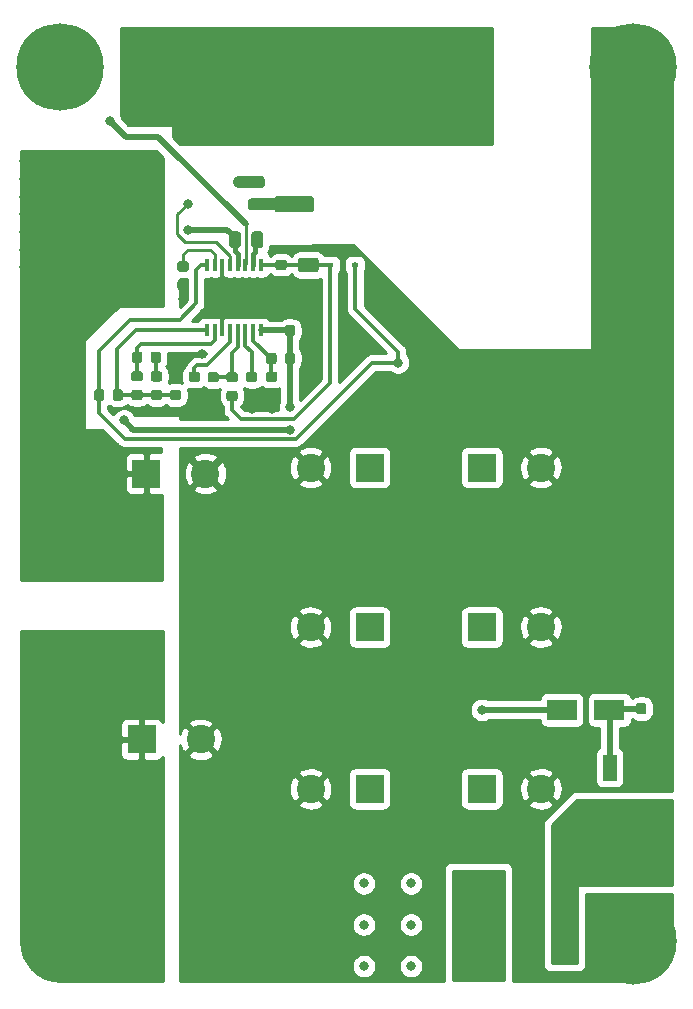
<source format=gbr>
G04 #@! TF.GenerationSoftware,KiCad,Pcbnew,(5.1.2)-2*
G04 #@! TF.CreationDate,2019-10-04T19:12:57-04:00*
G04 #@! TF.ProjectId,High_Current_Buck,48696768-5f43-4757-9272-656e745f4275,rev?*
G04 #@! TF.SameCoordinates,Original*
G04 #@! TF.FileFunction,Copper,L2,Bot*
G04 #@! TF.FilePolarity,Positive*
%FSLAX46Y46*%
G04 Gerber Fmt 4.6, Leading zero omitted, Abs format (unit mm)*
G04 Created by KiCad (PCBNEW (5.1.2)-2) date 2019-10-04 19:12:57*
%MOMM*%
%LPD*%
G04 APERTURE LIST*
%ADD10C,0.100000*%
%ADD11C,0.875000*%
%ADD12C,1.350000*%
%ADD13C,0.975000*%
%ADD14C,0.600000*%
%ADD15R,5.000000X3.400000*%
%ADD16R,0.450000X1.050000*%
%ADD17R,5.800000X6.400000*%
%ADD18R,1.200000X2.200000*%
%ADD19C,7.400000*%
%ADD20R,2.500000X1.800000*%
%ADD21R,0.600000X0.450000*%
%ADD22C,2.400000*%
%ADD23R,2.400000X2.400000*%
%ADD24C,1.250000*%
%ADD25C,0.800000*%
%ADD26C,1.000000*%
%ADD27C,0.250000*%
%ADD28C,0.300000*%
%ADD29C,0.500000*%
%ADD30C,0.450000*%
%ADD31C,1.000000*%
%ADD32C,0.254000*%
G04 APERTURE END LIST*
D10*
G36*
X74765191Y-64826053D02*
G01*
X74786426Y-64829203D01*
X74807250Y-64834419D01*
X74827462Y-64841651D01*
X74846868Y-64850830D01*
X74865281Y-64861866D01*
X74882524Y-64874654D01*
X74898430Y-64889070D01*
X74912846Y-64904976D01*
X74925634Y-64922219D01*
X74936670Y-64940632D01*
X74945849Y-64960038D01*
X74953081Y-64980250D01*
X74958297Y-65001074D01*
X74961447Y-65022309D01*
X74962500Y-65043750D01*
X74962500Y-65556250D01*
X74961447Y-65577691D01*
X74958297Y-65598926D01*
X74953081Y-65619750D01*
X74945849Y-65639962D01*
X74936670Y-65659368D01*
X74925634Y-65677781D01*
X74912846Y-65695024D01*
X74898430Y-65710930D01*
X74882524Y-65725346D01*
X74865281Y-65738134D01*
X74846868Y-65749170D01*
X74827462Y-65758349D01*
X74807250Y-65765581D01*
X74786426Y-65770797D01*
X74765191Y-65773947D01*
X74743750Y-65775000D01*
X74306250Y-65775000D01*
X74284809Y-65773947D01*
X74263574Y-65770797D01*
X74242750Y-65765581D01*
X74222538Y-65758349D01*
X74203132Y-65749170D01*
X74184719Y-65738134D01*
X74167476Y-65725346D01*
X74151570Y-65710930D01*
X74137154Y-65695024D01*
X74124366Y-65677781D01*
X74113330Y-65659368D01*
X74104151Y-65639962D01*
X74096919Y-65619750D01*
X74091703Y-65598926D01*
X74088553Y-65577691D01*
X74087500Y-65556250D01*
X74087500Y-65043750D01*
X74088553Y-65022309D01*
X74091703Y-65001074D01*
X74096919Y-64980250D01*
X74104151Y-64960038D01*
X74113330Y-64940632D01*
X74124366Y-64922219D01*
X74137154Y-64904976D01*
X74151570Y-64889070D01*
X74167476Y-64874654D01*
X74184719Y-64861866D01*
X74203132Y-64850830D01*
X74222538Y-64841651D01*
X74242750Y-64834419D01*
X74263574Y-64829203D01*
X74284809Y-64826053D01*
X74306250Y-64825000D01*
X74743750Y-64825000D01*
X74765191Y-64826053D01*
X74765191Y-64826053D01*
G37*
D11*
X74525000Y-65300000D03*
D10*
G36*
X73190191Y-64826053D02*
G01*
X73211426Y-64829203D01*
X73232250Y-64834419D01*
X73252462Y-64841651D01*
X73271868Y-64850830D01*
X73290281Y-64861866D01*
X73307524Y-64874654D01*
X73323430Y-64889070D01*
X73337846Y-64904976D01*
X73350634Y-64922219D01*
X73361670Y-64940632D01*
X73370849Y-64960038D01*
X73378081Y-64980250D01*
X73383297Y-65001074D01*
X73386447Y-65022309D01*
X73387500Y-65043750D01*
X73387500Y-65556250D01*
X73386447Y-65577691D01*
X73383297Y-65598926D01*
X73378081Y-65619750D01*
X73370849Y-65639962D01*
X73361670Y-65659368D01*
X73350634Y-65677781D01*
X73337846Y-65695024D01*
X73323430Y-65710930D01*
X73307524Y-65725346D01*
X73290281Y-65738134D01*
X73271868Y-65749170D01*
X73252462Y-65758349D01*
X73232250Y-65765581D01*
X73211426Y-65770797D01*
X73190191Y-65773947D01*
X73168750Y-65775000D01*
X72731250Y-65775000D01*
X72709809Y-65773947D01*
X72688574Y-65770797D01*
X72667750Y-65765581D01*
X72647538Y-65758349D01*
X72628132Y-65749170D01*
X72609719Y-65738134D01*
X72592476Y-65725346D01*
X72576570Y-65710930D01*
X72562154Y-65695024D01*
X72549366Y-65677781D01*
X72538330Y-65659368D01*
X72529151Y-65639962D01*
X72521919Y-65619750D01*
X72516703Y-65598926D01*
X72513553Y-65577691D01*
X72512500Y-65556250D01*
X72512500Y-65043750D01*
X72513553Y-65022309D01*
X72516703Y-65001074D01*
X72521919Y-64980250D01*
X72529151Y-64960038D01*
X72538330Y-64940632D01*
X72549366Y-64922219D01*
X72562154Y-64904976D01*
X72576570Y-64889070D01*
X72592476Y-64874654D01*
X72609719Y-64861866D01*
X72628132Y-64850830D01*
X72647538Y-64841651D01*
X72667750Y-64834419D01*
X72688574Y-64829203D01*
X72709809Y-64826053D01*
X72731250Y-64825000D01*
X73168750Y-64825000D01*
X73190191Y-64826053D01*
X73190191Y-64826053D01*
G37*
D11*
X72950000Y-65300000D03*
D10*
G36*
X72477691Y-60863553D02*
G01*
X72498926Y-60866703D01*
X72519750Y-60871919D01*
X72539962Y-60879151D01*
X72559368Y-60888330D01*
X72577781Y-60899366D01*
X72595024Y-60912154D01*
X72610930Y-60926570D01*
X72625346Y-60942476D01*
X72638134Y-60959719D01*
X72649170Y-60978132D01*
X72658349Y-60997538D01*
X72665581Y-61017750D01*
X72670797Y-61038574D01*
X72673947Y-61059809D01*
X72675000Y-61081250D01*
X72675000Y-61518750D01*
X72673947Y-61540191D01*
X72670797Y-61561426D01*
X72665581Y-61582250D01*
X72658349Y-61602462D01*
X72649170Y-61621868D01*
X72638134Y-61640281D01*
X72625346Y-61657524D01*
X72610930Y-61673430D01*
X72595024Y-61687846D01*
X72577781Y-61700634D01*
X72559368Y-61711670D01*
X72539962Y-61720849D01*
X72519750Y-61728081D01*
X72498926Y-61733297D01*
X72477691Y-61736447D01*
X72456250Y-61737500D01*
X71943750Y-61737500D01*
X71922309Y-61736447D01*
X71901074Y-61733297D01*
X71880250Y-61728081D01*
X71860038Y-61720849D01*
X71840632Y-61711670D01*
X71822219Y-61700634D01*
X71804976Y-61687846D01*
X71789070Y-61673430D01*
X71774654Y-61657524D01*
X71761866Y-61640281D01*
X71750830Y-61621868D01*
X71741651Y-61602462D01*
X71734419Y-61582250D01*
X71729203Y-61561426D01*
X71726053Y-61540191D01*
X71725000Y-61518750D01*
X71725000Y-61081250D01*
X71726053Y-61059809D01*
X71729203Y-61038574D01*
X71734419Y-61017750D01*
X71741651Y-60997538D01*
X71750830Y-60978132D01*
X71761866Y-60959719D01*
X71774654Y-60942476D01*
X71789070Y-60926570D01*
X71804976Y-60912154D01*
X71822219Y-60899366D01*
X71840632Y-60888330D01*
X71860038Y-60879151D01*
X71880250Y-60871919D01*
X71901074Y-60866703D01*
X71922309Y-60863553D01*
X71943750Y-60862500D01*
X72456250Y-60862500D01*
X72477691Y-60863553D01*
X72477691Y-60863553D01*
G37*
D11*
X72200000Y-61300000D03*
D10*
G36*
X72477691Y-59288553D02*
G01*
X72498926Y-59291703D01*
X72519750Y-59296919D01*
X72539962Y-59304151D01*
X72559368Y-59313330D01*
X72577781Y-59324366D01*
X72595024Y-59337154D01*
X72610930Y-59351570D01*
X72625346Y-59367476D01*
X72638134Y-59384719D01*
X72649170Y-59403132D01*
X72658349Y-59422538D01*
X72665581Y-59442750D01*
X72670797Y-59463574D01*
X72673947Y-59484809D01*
X72675000Y-59506250D01*
X72675000Y-59943750D01*
X72673947Y-59965191D01*
X72670797Y-59986426D01*
X72665581Y-60007250D01*
X72658349Y-60027462D01*
X72649170Y-60046868D01*
X72638134Y-60065281D01*
X72625346Y-60082524D01*
X72610930Y-60098430D01*
X72595024Y-60112846D01*
X72577781Y-60125634D01*
X72559368Y-60136670D01*
X72539962Y-60145849D01*
X72519750Y-60153081D01*
X72498926Y-60158297D01*
X72477691Y-60161447D01*
X72456250Y-60162500D01*
X71943750Y-60162500D01*
X71922309Y-60161447D01*
X71901074Y-60158297D01*
X71880250Y-60153081D01*
X71860038Y-60145849D01*
X71840632Y-60136670D01*
X71822219Y-60125634D01*
X71804976Y-60112846D01*
X71789070Y-60098430D01*
X71774654Y-60082524D01*
X71761866Y-60065281D01*
X71750830Y-60046868D01*
X71741651Y-60027462D01*
X71734419Y-60007250D01*
X71729203Y-59986426D01*
X71726053Y-59965191D01*
X71725000Y-59943750D01*
X71725000Y-59506250D01*
X71726053Y-59484809D01*
X71729203Y-59463574D01*
X71734419Y-59442750D01*
X71741651Y-59422538D01*
X71750830Y-59403132D01*
X71761866Y-59384719D01*
X71774654Y-59367476D01*
X71789070Y-59351570D01*
X71804976Y-59337154D01*
X71822219Y-59324366D01*
X71840632Y-59313330D01*
X71860038Y-59304151D01*
X71880250Y-59296919D01*
X71901074Y-59291703D01*
X71922309Y-59288553D01*
X71943750Y-59287500D01*
X72456250Y-59287500D01*
X72477691Y-59288553D01*
X72477691Y-59288553D01*
G37*
D11*
X72200000Y-59725000D03*
D10*
G36*
X74749505Y-53926204D02*
G01*
X74773773Y-53929804D01*
X74797572Y-53935765D01*
X74820671Y-53944030D01*
X74842850Y-53954520D01*
X74863893Y-53967132D01*
X74883599Y-53981747D01*
X74901777Y-53998223D01*
X74918253Y-54016401D01*
X74932868Y-54036107D01*
X74945480Y-54057150D01*
X74955970Y-54079329D01*
X74964235Y-54102428D01*
X74970196Y-54126227D01*
X74973796Y-54150495D01*
X74975000Y-54174999D01*
X74975000Y-55025001D01*
X74973796Y-55049505D01*
X74970196Y-55073773D01*
X74964235Y-55097572D01*
X74955970Y-55120671D01*
X74945480Y-55142850D01*
X74932868Y-55163893D01*
X74918253Y-55183599D01*
X74901777Y-55201777D01*
X74883599Y-55218253D01*
X74863893Y-55232868D01*
X74842850Y-55245480D01*
X74820671Y-55255970D01*
X74797572Y-55264235D01*
X74773773Y-55270196D01*
X74749505Y-55273796D01*
X74725001Y-55275000D01*
X71874999Y-55275000D01*
X71850495Y-55273796D01*
X71826227Y-55270196D01*
X71802428Y-55264235D01*
X71779329Y-55255970D01*
X71757150Y-55245480D01*
X71736107Y-55232868D01*
X71716401Y-55218253D01*
X71698223Y-55201777D01*
X71681747Y-55183599D01*
X71667132Y-55163893D01*
X71654520Y-55142850D01*
X71644030Y-55120671D01*
X71635765Y-55097572D01*
X71629804Y-55073773D01*
X71626204Y-55049505D01*
X71625000Y-55025001D01*
X71625000Y-54174999D01*
X71626204Y-54150495D01*
X71629804Y-54126227D01*
X71635765Y-54102428D01*
X71644030Y-54079329D01*
X71654520Y-54057150D01*
X71667132Y-54036107D01*
X71681747Y-54016401D01*
X71698223Y-53998223D01*
X71716401Y-53981747D01*
X71736107Y-53967132D01*
X71757150Y-53954520D01*
X71779329Y-53944030D01*
X71802428Y-53935765D01*
X71826227Y-53929804D01*
X71850495Y-53926204D01*
X71874999Y-53925000D01*
X74725001Y-53925000D01*
X74749505Y-53926204D01*
X74749505Y-53926204D01*
G37*
D12*
X73300000Y-54600000D03*
D10*
G36*
X74749505Y-48126204D02*
G01*
X74773773Y-48129804D01*
X74797572Y-48135765D01*
X74820671Y-48144030D01*
X74842850Y-48154520D01*
X74863893Y-48167132D01*
X74883599Y-48181747D01*
X74901777Y-48198223D01*
X74918253Y-48216401D01*
X74932868Y-48236107D01*
X74945480Y-48257150D01*
X74955970Y-48279329D01*
X74964235Y-48302428D01*
X74970196Y-48326227D01*
X74973796Y-48350495D01*
X74975000Y-48374999D01*
X74975000Y-49225001D01*
X74973796Y-49249505D01*
X74970196Y-49273773D01*
X74964235Y-49297572D01*
X74955970Y-49320671D01*
X74945480Y-49342850D01*
X74932868Y-49363893D01*
X74918253Y-49383599D01*
X74901777Y-49401777D01*
X74883599Y-49418253D01*
X74863893Y-49432868D01*
X74842850Y-49445480D01*
X74820671Y-49455970D01*
X74797572Y-49464235D01*
X74773773Y-49470196D01*
X74749505Y-49473796D01*
X74725001Y-49475000D01*
X71874999Y-49475000D01*
X71850495Y-49473796D01*
X71826227Y-49470196D01*
X71802428Y-49464235D01*
X71779329Y-49455970D01*
X71757150Y-49445480D01*
X71736107Y-49432868D01*
X71716401Y-49418253D01*
X71698223Y-49401777D01*
X71681747Y-49383599D01*
X71667132Y-49363893D01*
X71654520Y-49342850D01*
X71644030Y-49320671D01*
X71635765Y-49297572D01*
X71629804Y-49273773D01*
X71626204Y-49249505D01*
X71625000Y-49225001D01*
X71625000Y-48374999D01*
X71626204Y-48350495D01*
X71629804Y-48326227D01*
X71635765Y-48302428D01*
X71644030Y-48279329D01*
X71654520Y-48257150D01*
X71667132Y-48236107D01*
X71681747Y-48216401D01*
X71698223Y-48198223D01*
X71716401Y-48181747D01*
X71736107Y-48167132D01*
X71757150Y-48154520D01*
X71779329Y-48144030D01*
X71802428Y-48135765D01*
X71826227Y-48129804D01*
X71850495Y-48126204D01*
X71874999Y-48125000D01*
X74725001Y-48125000D01*
X74749505Y-48126204D01*
X74749505Y-48126204D01*
G37*
D12*
X73300000Y-48800000D03*
D10*
G36*
X70580142Y-54113674D02*
G01*
X70603803Y-54117184D01*
X70627007Y-54122996D01*
X70649529Y-54131054D01*
X70671153Y-54141282D01*
X70691670Y-54153579D01*
X70710883Y-54167829D01*
X70728607Y-54183893D01*
X70744671Y-54201617D01*
X70758921Y-54220830D01*
X70771218Y-54241347D01*
X70781446Y-54262971D01*
X70789504Y-54285493D01*
X70795316Y-54308697D01*
X70798826Y-54332358D01*
X70800000Y-54356250D01*
X70800000Y-54843750D01*
X70798826Y-54867642D01*
X70795316Y-54891303D01*
X70789504Y-54914507D01*
X70781446Y-54937029D01*
X70771218Y-54958653D01*
X70758921Y-54979170D01*
X70744671Y-54998383D01*
X70728607Y-55016107D01*
X70710883Y-55032171D01*
X70691670Y-55046421D01*
X70671153Y-55058718D01*
X70649529Y-55068946D01*
X70627007Y-55077004D01*
X70603803Y-55082816D01*
X70580142Y-55086326D01*
X70556250Y-55087500D01*
X69643750Y-55087500D01*
X69619858Y-55086326D01*
X69596197Y-55082816D01*
X69572993Y-55077004D01*
X69550471Y-55068946D01*
X69528847Y-55058718D01*
X69508330Y-55046421D01*
X69489117Y-55032171D01*
X69471393Y-55016107D01*
X69455329Y-54998383D01*
X69441079Y-54979170D01*
X69428782Y-54958653D01*
X69418554Y-54937029D01*
X69410496Y-54914507D01*
X69404684Y-54891303D01*
X69401174Y-54867642D01*
X69400000Y-54843750D01*
X69400000Y-54356250D01*
X69401174Y-54332358D01*
X69404684Y-54308697D01*
X69410496Y-54285493D01*
X69418554Y-54262971D01*
X69428782Y-54241347D01*
X69441079Y-54220830D01*
X69455329Y-54201617D01*
X69471393Y-54183893D01*
X69489117Y-54167829D01*
X69508330Y-54153579D01*
X69528847Y-54141282D01*
X69550471Y-54131054D01*
X69572993Y-54122996D01*
X69596197Y-54117184D01*
X69619858Y-54113674D01*
X69643750Y-54112500D01*
X70556250Y-54112500D01*
X70580142Y-54113674D01*
X70580142Y-54113674D01*
G37*
D13*
X70100000Y-54600000D03*
D10*
G36*
X70580142Y-52238674D02*
G01*
X70603803Y-52242184D01*
X70627007Y-52247996D01*
X70649529Y-52256054D01*
X70671153Y-52266282D01*
X70691670Y-52278579D01*
X70710883Y-52292829D01*
X70728607Y-52308893D01*
X70744671Y-52326617D01*
X70758921Y-52345830D01*
X70771218Y-52366347D01*
X70781446Y-52387971D01*
X70789504Y-52410493D01*
X70795316Y-52433697D01*
X70798826Y-52457358D01*
X70800000Y-52481250D01*
X70800000Y-52968750D01*
X70798826Y-52992642D01*
X70795316Y-53016303D01*
X70789504Y-53039507D01*
X70781446Y-53062029D01*
X70771218Y-53083653D01*
X70758921Y-53104170D01*
X70744671Y-53123383D01*
X70728607Y-53141107D01*
X70710883Y-53157171D01*
X70691670Y-53171421D01*
X70671153Y-53183718D01*
X70649529Y-53193946D01*
X70627007Y-53202004D01*
X70603803Y-53207816D01*
X70580142Y-53211326D01*
X70556250Y-53212500D01*
X69643750Y-53212500D01*
X69619858Y-53211326D01*
X69596197Y-53207816D01*
X69572993Y-53202004D01*
X69550471Y-53193946D01*
X69528847Y-53183718D01*
X69508330Y-53171421D01*
X69489117Y-53157171D01*
X69471393Y-53141107D01*
X69455329Y-53123383D01*
X69441079Y-53104170D01*
X69428782Y-53083653D01*
X69418554Y-53062029D01*
X69410496Y-53039507D01*
X69404684Y-53016303D01*
X69401174Y-52992642D01*
X69400000Y-52968750D01*
X69400000Y-52481250D01*
X69401174Y-52457358D01*
X69404684Y-52433697D01*
X69410496Y-52410493D01*
X69418554Y-52387971D01*
X69428782Y-52366347D01*
X69441079Y-52345830D01*
X69455329Y-52326617D01*
X69471393Y-52308893D01*
X69489117Y-52292829D01*
X69508330Y-52278579D01*
X69528847Y-52266282D01*
X69550471Y-52256054D01*
X69572993Y-52247996D01*
X69596197Y-52242184D01*
X69619858Y-52238674D01*
X69643750Y-52237500D01*
X70556250Y-52237500D01*
X70580142Y-52238674D01*
X70580142Y-52238674D01*
G37*
D13*
X70100000Y-52725000D03*
D10*
G36*
X68567642Y-56901174D02*
G01*
X68591303Y-56904684D01*
X68614507Y-56910496D01*
X68637029Y-56918554D01*
X68658653Y-56928782D01*
X68679170Y-56941079D01*
X68698383Y-56955329D01*
X68716107Y-56971393D01*
X68732171Y-56989117D01*
X68746421Y-57008330D01*
X68758718Y-57028847D01*
X68768946Y-57050471D01*
X68777004Y-57072993D01*
X68782816Y-57096197D01*
X68786326Y-57119858D01*
X68787500Y-57143750D01*
X68787500Y-58056250D01*
X68786326Y-58080142D01*
X68782816Y-58103803D01*
X68777004Y-58127007D01*
X68768946Y-58149529D01*
X68758718Y-58171153D01*
X68746421Y-58191670D01*
X68732171Y-58210883D01*
X68716107Y-58228607D01*
X68698383Y-58244671D01*
X68679170Y-58258921D01*
X68658653Y-58271218D01*
X68637029Y-58281446D01*
X68614507Y-58289504D01*
X68591303Y-58295316D01*
X68567642Y-58298826D01*
X68543750Y-58300000D01*
X68056250Y-58300000D01*
X68032358Y-58298826D01*
X68008697Y-58295316D01*
X67985493Y-58289504D01*
X67962971Y-58281446D01*
X67941347Y-58271218D01*
X67920830Y-58258921D01*
X67901617Y-58244671D01*
X67883893Y-58228607D01*
X67867829Y-58210883D01*
X67853579Y-58191670D01*
X67841282Y-58171153D01*
X67831054Y-58149529D01*
X67822996Y-58127007D01*
X67817184Y-58103803D01*
X67813674Y-58080142D01*
X67812500Y-58056250D01*
X67812500Y-57143750D01*
X67813674Y-57119858D01*
X67817184Y-57096197D01*
X67822996Y-57072993D01*
X67831054Y-57050471D01*
X67841282Y-57028847D01*
X67853579Y-57008330D01*
X67867829Y-56989117D01*
X67883893Y-56971393D01*
X67901617Y-56955329D01*
X67920830Y-56941079D01*
X67941347Y-56928782D01*
X67962971Y-56918554D01*
X67985493Y-56910496D01*
X68008697Y-56904684D01*
X68032358Y-56901174D01*
X68056250Y-56900000D01*
X68543750Y-56900000D01*
X68567642Y-56901174D01*
X68567642Y-56901174D01*
G37*
D13*
X68300000Y-57600000D03*
D10*
G36*
X70442642Y-56901174D02*
G01*
X70466303Y-56904684D01*
X70489507Y-56910496D01*
X70512029Y-56918554D01*
X70533653Y-56928782D01*
X70554170Y-56941079D01*
X70573383Y-56955329D01*
X70591107Y-56971393D01*
X70607171Y-56989117D01*
X70621421Y-57008330D01*
X70633718Y-57028847D01*
X70643946Y-57050471D01*
X70652004Y-57072993D01*
X70657816Y-57096197D01*
X70661326Y-57119858D01*
X70662500Y-57143750D01*
X70662500Y-58056250D01*
X70661326Y-58080142D01*
X70657816Y-58103803D01*
X70652004Y-58127007D01*
X70643946Y-58149529D01*
X70633718Y-58171153D01*
X70621421Y-58191670D01*
X70607171Y-58210883D01*
X70591107Y-58228607D01*
X70573383Y-58244671D01*
X70554170Y-58258921D01*
X70533653Y-58271218D01*
X70512029Y-58281446D01*
X70489507Y-58289504D01*
X70466303Y-58295316D01*
X70442642Y-58298826D01*
X70418750Y-58300000D01*
X69931250Y-58300000D01*
X69907358Y-58298826D01*
X69883697Y-58295316D01*
X69860493Y-58289504D01*
X69837971Y-58281446D01*
X69816347Y-58271218D01*
X69795830Y-58258921D01*
X69776617Y-58244671D01*
X69758893Y-58228607D01*
X69742829Y-58210883D01*
X69728579Y-58191670D01*
X69716282Y-58171153D01*
X69706054Y-58149529D01*
X69697996Y-58127007D01*
X69692184Y-58103803D01*
X69688674Y-58080142D01*
X69687500Y-58056250D01*
X69687500Y-57143750D01*
X69688674Y-57119858D01*
X69692184Y-57096197D01*
X69697996Y-57072993D01*
X69706054Y-57050471D01*
X69716282Y-57028847D01*
X69728579Y-57008330D01*
X69742829Y-56989117D01*
X69758893Y-56971393D01*
X69776617Y-56955329D01*
X69795830Y-56941079D01*
X69816347Y-56928782D01*
X69837971Y-56918554D01*
X69860493Y-56910496D01*
X69883697Y-56904684D01*
X69907358Y-56901174D01*
X69931250Y-56900000D01*
X70418750Y-56900000D01*
X70442642Y-56901174D01*
X70442642Y-56901174D01*
G37*
D13*
X70175000Y-57600000D03*
D14*
X70400000Y-63600000D03*
X70400000Y-62500000D03*
X70400000Y-61400000D03*
X69300000Y-63600000D03*
X69300000Y-62500000D03*
X69300000Y-61400000D03*
X68200000Y-63600000D03*
X68200000Y-62500000D03*
X68200000Y-61400000D03*
X67100000Y-63600000D03*
X67100000Y-62500000D03*
X67100000Y-61400000D03*
X66000000Y-61400000D03*
X66000000Y-62500000D03*
X66000000Y-63600000D03*
D15*
X68200000Y-62500000D03*
D16*
X70475000Y-59725000D03*
X69825000Y-59725000D03*
X69175000Y-59725000D03*
X68525000Y-59725000D03*
X67875000Y-59725000D03*
X67225000Y-59725000D03*
X66575000Y-59725000D03*
X65925000Y-59725000D03*
X65925000Y-65275000D03*
X66575000Y-65275000D03*
X67225000Y-65275000D03*
X67875000Y-65275000D03*
X68525000Y-65275000D03*
X69175000Y-65275000D03*
X69825000Y-65275000D03*
X70475000Y-65275000D03*
D10*
G36*
X61927691Y-68738553D02*
G01*
X61948926Y-68741703D01*
X61969750Y-68746919D01*
X61989962Y-68754151D01*
X62009368Y-68763330D01*
X62027781Y-68774366D01*
X62045024Y-68787154D01*
X62060930Y-68801570D01*
X62075346Y-68817476D01*
X62088134Y-68834719D01*
X62099170Y-68853132D01*
X62108349Y-68872538D01*
X62115581Y-68892750D01*
X62120797Y-68913574D01*
X62123947Y-68934809D01*
X62125000Y-68956250D01*
X62125000Y-69393750D01*
X62123947Y-69415191D01*
X62120797Y-69436426D01*
X62115581Y-69457250D01*
X62108349Y-69477462D01*
X62099170Y-69496868D01*
X62088134Y-69515281D01*
X62075346Y-69532524D01*
X62060930Y-69548430D01*
X62045024Y-69562846D01*
X62027781Y-69575634D01*
X62009368Y-69586670D01*
X61989962Y-69595849D01*
X61969750Y-69603081D01*
X61948926Y-69608297D01*
X61927691Y-69611447D01*
X61906250Y-69612500D01*
X61393750Y-69612500D01*
X61372309Y-69611447D01*
X61351074Y-69608297D01*
X61330250Y-69603081D01*
X61310038Y-69595849D01*
X61290632Y-69586670D01*
X61272219Y-69575634D01*
X61254976Y-69562846D01*
X61239070Y-69548430D01*
X61224654Y-69532524D01*
X61211866Y-69515281D01*
X61200830Y-69496868D01*
X61191651Y-69477462D01*
X61184419Y-69457250D01*
X61179203Y-69436426D01*
X61176053Y-69415191D01*
X61175000Y-69393750D01*
X61175000Y-68956250D01*
X61176053Y-68934809D01*
X61179203Y-68913574D01*
X61184419Y-68892750D01*
X61191651Y-68872538D01*
X61200830Y-68853132D01*
X61211866Y-68834719D01*
X61224654Y-68817476D01*
X61239070Y-68801570D01*
X61254976Y-68787154D01*
X61272219Y-68774366D01*
X61290632Y-68763330D01*
X61310038Y-68754151D01*
X61330250Y-68746919D01*
X61351074Y-68741703D01*
X61372309Y-68738553D01*
X61393750Y-68737500D01*
X61906250Y-68737500D01*
X61927691Y-68738553D01*
X61927691Y-68738553D01*
G37*
D11*
X61650000Y-69175000D03*
D10*
G36*
X61927691Y-70313553D02*
G01*
X61948926Y-70316703D01*
X61969750Y-70321919D01*
X61989962Y-70329151D01*
X62009368Y-70338330D01*
X62027781Y-70349366D01*
X62045024Y-70362154D01*
X62060930Y-70376570D01*
X62075346Y-70392476D01*
X62088134Y-70409719D01*
X62099170Y-70428132D01*
X62108349Y-70447538D01*
X62115581Y-70467750D01*
X62120797Y-70488574D01*
X62123947Y-70509809D01*
X62125000Y-70531250D01*
X62125000Y-70968750D01*
X62123947Y-70990191D01*
X62120797Y-71011426D01*
X62115581Y-71032250D01*
X62108349Y-71052462D01*
X62099170Y-71071868D01*
X62088134Y-71090281D01*
X62075346Y-71107524D01*
X62060930Y-71123430D01*
X62045024Y-71137846D01*
X62027781Y-71150634D01*
X62009368Y-71161670D01*
X61989962Y-71170849D01*
X61969750Y-71178081D01*
X61948926Y-71183297D01*
X61927691Y-71186447D01*
X61906250Y-71187500D01*
X61393750Y-71187500D01*
X61372309Y-71186447D01*
X61351074Y-71183297D01*
X61330250Y-71178081D01*
X61310038Y-71170849D01*
X61290632Y-71161670D01*
X61272219Y-71150634D01*
X61254976Y-71137846D01*
X61239070Y-71123430D01*
X61224654Y-71107524D01*
X61211866Y-71090281D01*
X61200830Y-71071868D01*
X61191651Y-71052462D01*
X61184419Y-71032250D01*
X61179203Y-71011426D01*
X61176053Y-70990191D01*
X61175000Y-70968750D01*
X61175000Y-70531250D01*
X61176053Y-70509809D01*
X61179203Y-70488574D01*
X61184419Y-70467750D01*
X61191651Y-70447538D01*
X61200830Y-70428132D01*
X61211866Y-70409719D01*
X61224654Y-70392476D01*
X61239070Y-70376570D01*
X61254976Y-70362154D01*
X61272219Y-70349366D01*
X61290632Y-70338330D01*
X61310038Y-70329151D01*
X61330250Y-70321919D01*
X61351074Y-70316703D01*
X61372309Y-70313553D01*
X61393750Y-70312500D01*
X61906250Y-70312500D01*
X61927691Y-70313553D01*
X61927691Y-70313553D01*
G37*
D11*
X61650000Y-70750000D03*
D10*
G36*
X65127691Y-70338553D02*
G01*
X65148926Y-70341703D01*
X65169750Y-70346919D01*
X65189962Y-70354151D01*
X65209368Y-70363330D01*
X65227781Y-70374366D01*
X65245024Y-70387154D01*
X65260930Y-70401570D01*
X65275346Y-70417476D01*
X65288134Y-70434719D01*
X65299170Y-70453132D01*
X65308349Y-70472538D01*
X65315581Y-70492750D01*
X65320797Y-70513574D01*
X65323947Y-70534809D01*
X65325000Y-70556250D01*
X65325000Y-70993750D01*
X65323947Y-71015191D01*
X65320797Y-71036426D01*
X65315581Y-71057250D01*
X65308349Y-71077462D01*
X65299170Y-71096868D01*
X65288134Y-71115281D01*
X65275346Y-71132524D01*
X65260930Y-71148430D01*
X65245024Y-71162846D01*
X65227781Y-71175634D01*
X65209368Y-71186670D01*
X65189962Y-71195849D01*
X65169750Y-71203081D01*
X65148926Y-71208297D01*
X65127691Y-71211447D01*
X65106250Y-71212500D01*
X64593750Y-71212500D01*
X64572309Y-71211447D01*
X64551074Y-71208297D01*
X64530250Y-71203081D01*
X64510038Y-71195849D01*
X64490632Y-71186670D01*
X64472219Y-71175634D01*
X64454976Y-71162846D01*
X64439070Y-71148430D01*
X64424654Y-71132524D01*
X64411866Y-71115281D01*
X64400830Y-71096868D01*
X64391651Y-71077462D01*
X64384419Y-71057250D01*
X64379203Y-71036426D01*
X64376053Y-71015191D01*
X64375000Y-70993750D01*
X64375000Y-70556250D01*
X64376053Y-70534809D01*
X64379203Y-70513574D01*
X64384419Y-70492750D01*
X64391651Y-70472538D01*
X64400830Y-70453132D01*
X64411866Y-70434719D01*
X64424654Y-70417476D01*
X64439070Y-70401570D01*
X64454976Y-70387154D01*
X64472219Y-70374366D01*
X64490632Y-70363330D01*
X64510038Y-70354151D01*
X64530250Y-70346919D01*
X64551074Y-70341703D01*
X64572309Y-70338553D01*
X64593750Y-70337500D01*
X65106250Y-70337500D01*
X65127691Y-70338553D01*
X65127691Y-70338553D01*
G37*
D11*
X64850000Y-70775000D03*
D10*
G36*
X65127691Y-68763553D02*
G01*
X65148926Y-68766703D01*
X65169750Y-68771919D01*
X65189962Y-68779151D01*
X65209368Y-68788330D01*
X65227781Y-68799366D01*
X65245024Y-68812154D01*
X65260930Y-68826570D01*
X65275346Y-68842476D01*
X65288134Y-68859719D01*
X65299170Y-68878132D01*
X65308349Y-68897538D01*
X65315581Y-68917750D01*
X65320797Y-68938574D01*
X65323947Y-68959809D01*
X65325000Y-68981250D01*
X65325000Y-69418750D01*
X65323947Y-69440191D01*
X65320797Y-69461426D01*
X65315581Y-69482250D01*
X65308349Y-69502462D01*
X65299170Y-69521868D01*
X65288134Y-69540281D01*
X65275346Y-69557524D01*
X65260930Y-69573430D01*
X65245024Y-69587846D01*
X65227781Y-69600634D01*
X65209368Y-69611670D01*
X65189962Y-69620849D01*
X65169750Y-69628081D01*
X65148926Y-69633297D01*
X65127691Y-69636447D01*
X65106250Y-69637500D01*
X64593750Y-69637500D01*
X64572309Y-69636447D01*
X64551074Y-69633297D01*
X64530250Y-69628081D01*
X64510038Y-69620849D01*
X64490632Y-69611670D01*
X64472219Y-69600634D01*
X64454976Y-69587846D01*
X64439070Y-69573430D01*
X64424654Y-69557524D01*
X64411866Y-69540281D01*
X64400830Y-69521868D01*
X64391651Y-69502462D01*
X64384419Y-69482250D01*
X64379203Y-69461426D01*
X64376053Y-69440191D01*
X64375000Y-69418750D01*
X64375000Y-68981250D01*
X64376053Y-68959809D01*
X64379203Y-68938574D01*
X64384419Y-68917750D01*
X64391651Y-68897538D01*
X64400830Y-68878132D01*
X64411866Y-68859719D01*
X64424654Y-68842476D01*
X64439070Y-68826570D01*
X64454976Y-68812154D01*
X64472219Y-68799366D01*
X64490632Y-68788330D01*
X64510038Y-68779151D01*
X64530250Y-68771919D01*
X64551074Y-68766703D01*
X64572309Y-68763553D01*
X64593750Y-68762500D01*
X65106250Y-68762500D01*
X65127691Y-68763553D01*
X65127691Y-68763553D01*
G37*
D11*
X64850000Y-69200000D03*
D10*
G36*
X102940191Y-96826053D02*
G01*
X102961426Y-96829203D01*
X102982250Y-96834419D01*
X103002462Y-96841651D01*
X103021868Y-96850830D01*
X103040281Y-96861866D01*
X103057524Y-96874654D01*
X103073430Y-96889070D01*
X103087846Y-96904976D01*
X103100634Y-96922219D01*
X103111670Y-96940632D01*
X103120849Y-96960038D01*
X103128081Y-96980250D01*
X103133297Y-97001074D01*
X103136447Y-97022309D01*
X103137500Y-97043750D01*
X103137500Y-97556250D01*
X103136447Y-97577691D01*
X103133297Y-97598926D01*
X103128081Y-97619750D01*
X103120849Y-97639962D01*
X103111670Y-97659368D01*
X103100634Y-97677781D01*
X103087846Y-97695024D01*
X103073430Y-97710930D01*
X103057524Y-97725346D01*
X103040281Y-97738134D01*
X103021868Y-97749170D01*
X103002462Y-97758349D01*
X102982250Y-97765581D01*
X102961426Y-97770797D01*
X102940191Y-97773947D01*
X102918750Y-97775000D01*
X102481250Y-97775000D01*
X102459809Y-97773947D01*
X102438574Y-97770797D01*
X102417750Y-97765581D01*
X102397538Y-97758349D01*
X102378132Y-97749170D01*
X102359719Y-97738134D01*
X102342476Y-97725346D01*
X102326570Y-97710930D01*
X102312154Y-97695024D01*
X102299366Y-97677781D01*
X102288330Y-97659368D01*
X102279151Y-97639962D01*
X102271919Y-97619750D01*
X102266703Y-97598926D01*
X102263553Y-97577691D01*
X102262500Y-97556250D01*
X102262500Y-97043750D01*
X102263553Y-97022309D01*
X102266703Y-97001074D01*
X102271919Y-96980250D01*
X102279151Y-96960038D01*
X102288330Y-96940632D01*
X102299366Y-96922219D01*
X102312154Y-96904976D01*
X102326570Y-96889070D01*
X102342476Y-96874654D01*
X102359719Y-96861866D01*
X102378132Y-96850830D01*
X102397538Y-96841651D01*
X102417750Y-96834419D01*
X102438574Y-96829203D01*
X102459809Y-96826053D01*
X102481250Y-96825000D01*
X102918750Y-96825000D01*
X102940191Y-96826053D01*
X102940191Y-96826053D01*
G37*
D11*
X102700000Y-97300000D03*
D10*
G36*
X104515191Y-96826053D02*
G01*
X104536426Y-96829203D01*
X104557250Y-96834419D01*
X104577462Y-96841651D01*
X104596868Y-96850830D01*
X104615281Y-96861866D01*
X104632524Y-96874654D01*
X104648430Y-96889070D01*
X104662846Y-96904976D01*
X104675634Y-96922219D01*
X104686670Y-96940632D01*
X104695849Y-96960038D01*
X104703081Y-96980250D01*
X104708297Y-97001074D01*
X104711447Y-97022309D01*
X104712500Y-97043750D01*
X104712500Y-97556250D01*
X104711447Y-97577691D01*
X104708297Y-97598926D01*
X104703081Y-97619750D01*
X104695849Y-97639962D01*
X104686670Y-97659368D01*
X104675634Y-97677781D01*
X104662846Y-97695024D01*
X104648430Y-97710930D01*
X104632524Y-97725346D01*
X104615281Y-97738134D01*
X104596868Y-97749170D01*
X104577462Y-97758349D01*
X104557250Y-97765581D01*
X104536426Y-97770797D01*
X104515191Y-97773947D01*
X104493750Y-97775000D01*
X104056250Y-97775000D01*
X104034809Y-97773947D01*
X104013574Y-97770797D01*
X103992750Y-97765581D01*
X103972538Y-97758349D01*
X103953132Y-97749170D01*
X103934719Y-97738134D01*
X103917476Y-97725346D01*
X103901570Y-97710930D01*
X103887154Y-97695024D01*
X103874366Y-97677781D01*
X103863330Y-97659368D01*
X103854151Y-97639962D01*
X103846919Y-97619750D01*
X103841703Y-97598926D01*
X103838553Y-97577691D01*
X103837500Y-97556250D01*
X103837500Y-97043750D01*
X103838553Y-97022309D01*
X103841703Y-97001074D01*
X103846919Y-96980250D01*
X103854151Y-96960038D01*
X103863330Y-96940632D01*
X103874366Y-96922219D01*
X103887154Y-96904976D01*
X103901570Y-96889070D01*
X103917476Y-96874654D01*
X103934719Y-96861866D01*
X103953132Y-96850830D01*
X103972538Y-96841651D01*
X103992750Y-96834419D01*
X104013574Y-96829203D01*
X104034809Y-96826053D01*
X104056250Y-96825000D01*
X104493750Y-96825000D01*
X104515191Y-96826053D01*
X104515191Y-96826053D01*
G37*
D11*
X104275000Y-97300000D03*
D10*
G36*
X68327691Y-70388553D02*
G01*
X68348926Y-70391703D01*
X68369750Y-70396919D01*
X68389962Y-70404151D01*
X68409368Y-70413330D01*
X68427781Y-70424366D01*
X68445024Y-70437154D01*
X68460930Y-70451570D01*
X68475346Y-70467476D01*
X68488134Y-70484719D01*
X68499170Y-70503132D01*
X68508349Y-70522538D01*
X68515581Y-70542750D01*
X68520797Y-70563574D01*
X68523947Y-70584809D01*
X68525000Y-70606250D01*
X68525000Y-71043750D01*
X68523947Y-71065191D01*
X68520797Y-71086426D01*
X68515581Y-71107250D01*
X68508349Y-71127462D01*
X68499170Y-71146868D01*
X68488134Y-71165281D01*
X68475346Y-71182524D01*
X68460930Y-71198430D01*
X68445024Y-71212846D01*
X68427781Y-71225634D01*
X68409368Y-71236670D01*
X68389962Y-71245849D01*
X68369750Y-71253081D01*
X68348926Y-71258297D01*
X68327691Y-71261447D01*
X68306250Y-71262500D01*
X67793750Y-71262500D01*
X67772309Y-71261447D01*
X67751074Y-71258297D01*
X67730250Y-71253081D01*
X67710038Y-71245849D01*
X67690632Y-71236670D01*
X67672219Y-71225634D01*
X67654976Y-71212846D01*
X67639070Y-71198430D01*
X67624654Y-71182524D01*
X67611866Y-71165281D01*
X67600830Y-71146868D01*
X67591651Y-71127462D01*
X67584419Y-71107250D01*
X67579203Y-71086426D01*
X67576053Y-71065191D01*
X67575000Y-71043750D01*
X67575000Y-70606250D01*
X67576053Y-70584809D01*
X67579203Y-70563574D01*
X67584419Y-70542750D01*
X67591651Y-70522538D01*
X67600830Y-70503132D01*
X67611866Y-70484719D01*
X67624654Y-70467476D01*
X67639070Y-70451570D01*
X67654976Y-70437154D01*
X67672219Y-70424366D01*
X67690632Y-70413330D01*
X67710038Y-70404151D01*
X67730250Y-70396919D01*
X67751074Y-70391703D01*
X67772309Y-70388553D01*
X67793750Y-70387500D01*
X68306250Y-70387500D01*
X68327691Y-70388553D01*
X68327691Y-70388553D01*
G37*
D11*
X68050000Y-70825000D03*
D10*
G36*
X68327691Y-68813553D02*
G01*
X68348926Y-68816703D01*
X68369750Y-68821919D01*
X68389962Y-68829151D01*
X68409368Y-68838330D01*
X68427781Y-68849366D01*
X68445024Y-68862154D01*
X68460930Y-68876570D01*
X68475346Y-68892476D01*
X68488134Y-68909719D01*
X68499170Y-68928132D01*
X68508349Y-68947538D01*
X68515581Y-68967750D01*
X68520797Y-68988574D01*
X68523947Y-69009809D01*
X68525000Y-69031250D01*
X68525000Y-69468750D01*
X68523947Y-69490191D01*
X68520797Y-69511426D01*
X68515581Y-69532250D01*
X68508349Y-69552462D01*
X68499170Y-69571868D01*
X68488134Y-69590281D01*
X68475346Y-69607524D01*
X68460930Y-69623430D01*
X68445024Y-69637846D01*
X68427781Y-69650634D01*
X68409368Y-69661670D01*
X68389962Y-69670849D01*
X68369750Y-69678081D01*
X68348926Y-69683297D01*
X68327691Y-69686447D01*
X68306250Y-69687500D01*
X67793750Y-69687500D01*
X67772309Y-69686447D01*
X67751074Y-69683297D01*
X67730250Y-69678081D01*
X67710038Y-69670849D01*
X67690632Y-69661670D01*
X67672219Y-69650634D01*
X67654976Y-69637846D01*
X67639070Y-69623430D01*
X67624654Y-69607524D01*
X67611866Y-69590281D01*
X67600830Y-69571868D01*
X67591651Y-69552462D01*
X67584419Y-69532250D01*
X67579203Y-69511426D01*
X67576053Y-69490191D01*
X67575000Y-69468750D01*
X67575000Y-69031250D01*
X67576053Y-69009809D01*
X67579203Y-68988574D01*
X67584419Y-68967750D01*
X67591651Y-68947538D01*
X67600830Y-68928132D01*
X67611866Y-68909719D01*
X67624654Y-68892476D01*
X67639070Y-68876570D01*
X67654976Y-68862154D01*
X67672219Y-68849366D01*
X67690632Y-68838330D01*
X67710038Y-68829151D01*
X67730250Y-68821919D01*
X67751074Y-68816703D01*
X67772309Y-68813553D01*
X67793750Y-68812500D01*
X68306250Y-68812500D01*
X68327691Y-68813553D01*
X68327691Y-68813553D01*
G37*
D11*
X68050000Y-69250000D03*
D10*
G36*
X96549505Y-111326204D02*
G01*
X96573773Y-111329804D01*
X96597572Y-111335765D01*
X96620671Y-111344030D01*
X96642850Y-111354520D01*
X96663893Y-111367132D01*
X96683599Y-111381747D01*
X96701777Y-111398223D01*
X96718253Y-111416401D01*
X96732868Y-111436107D01*
X96745480Y-111457150D01*
X96755970Y-111479329D01*
X96764235Y-111502428D01*
X96770196Y-111526227D01*
X96773796Y-111550495D01*
X96775000Y-111574999D01*
X96775000Y-114425001D01*
X96773796Y-114449505D01*
X96770196Y-114473773D01*
X96764235Y-114497572D01*
X96755970Y-114520671D01*
X96745480Y-114542850D01*
X96732868Y-114563893D01*
X96718253Y-114583599D01*
X96701777Y-114601777D01*
X96683599Y-114618253D01*
X96663893Y-114632868D01*
X96642850Y-114645480D01*
X96620671Y-114655970D01*
X96597572Y-114664235D01*
X96573773Y-114670196D01*
X96549505Y-114673796D01*
X96525001Y-114675000D01*
X95674999Y-114675000D01*
X95650495Y-114673796D01*
X95626227Y-114670196D01*
X95602428Y-114664235D01*
X95579329Y-114655970D01*
X95557150Y-114645480D01*
X95536107Y-114632868D01*
X95516401Y-114618253D01*
X95498223Y-114601777D01*
X95481747Y-114583599D01*
X95467132Y-114563893D01*
X95454520Y-114542850D01*
X95444030Y-114520671D01*
X95435765Y-114497572D01*
X95429804Y-114473773D01*
X95426204Y-114449505D01*
X95425000Y-114425001D01*
X95425000Y-111574999D01*
X95426204Y-111550495D01*
X95429804Y-111526227D01*
X95435765Y-111502428D01*
X95444030Y-111479329D01*
X95454520Y-111457150D01*
X95467132Y-111436107D01*
X95481747Y-111416401D01*
X95498223Y-111398223D01*
X95516401Y-111381747D01*
X95536107Y-111367132D01*
X95557150Y-111354520D01*
X95579329Y-111344030D01*
X95602428Y-111335765D01*
X95626227Y-111329804D01*
X95650495Y-111326204D01*
X95674999Y-111325000D01*
X96525001Y-111325000D01*
X96549505Y-111326204D01*
X96549505Y-111326204D01*
G37*
D12*
X96100000Y-113000000D03*
D10*
G36*
X90749505Y-111326204D02*
G01*
X90773773Y-111329804D01*
X90797572Y-111335765D01*
X90820671Y-111344030D01*
X90842850Y-111354520D01*
X90863893Y-111367132D01*
X90883599Y-111381747D01*
X90901777Y-111398223D01*
X90918253Y-111416401D01*
X90932868Y-111436107D01*
X90945480Y-111457150D01*
X90955970Y-111479329D01*
X90964235Y-111502428D01*
X90970196Y-111526227D01*
X90973796Y-111550495D01*
X90975000Y-111574999D01*
X90975000Y-114425001D01*
X90973796Y-114449505D01*
X90970196Y-114473773D01*
X90964235Y-114497572D01*
X90955970Y-114520671D01*
X90945480Y-114542850D01*
X90932868Y-114563893D01*
X90918253Y-114583599D01*
X90901777Y-114601777D01*
X90883599Y-114618253D01*
X90863893Y-114632868D01*
X90842850Y-114645480D01*
X90820671Y-114655970D01*
X90797572Y-114664235D01*
X90773773Y-114670196D01*
X90749505Y-114673796D01*
X90725001Y-114675000D01*
X89874999Y-114675000D01*
X89850495Y-114673796D01*
X89826227Y-114670196D01*
X89802428Y-114664235D01*
X89779329Y-114655970D01*
X89757150Y-114645480D01*
X89736107Y-114632868D01*
X89716401Y-114618253D01*
X89698223Y-114601777D01*
X89681747Y-114583599D01*
X89667132Y-114563893D01*
X89654520Y-114542850D01*
X89644030Y-114520671D01*
X89635765Y-114497572D01*
X89629804Y-114473773D01*
X89626204Y-114449505D01*
X89625000Y-114425001D01*
X89625000Y-111574999D01*
X89626204Y-111550495D01*
X89629804Y-111526227D01*
X89635765Y-111502428D01*
X89644030Y-111479329D01*
X89654520Y-111457150D01*
X89667132Y-111436107D01*
X89681747Y-111416401D01*
X89698223Y-111398223D01*
X89716401Y-111381747D01*
X89736107Y-111367132D01*
X89757150Y-111354520D01*
X89779329Y-111344030D01*
X89802428Y-111335765D01*
X89826227Y-111329804D01*
X89850495Y-111326204D01*
X89874999Y-111325000D01*
X90725001Y-111325000D01*
X90749505Y-111326204D01*
X90749505Y-111326204D01*
G37*
D12*
X90300000Y-113000000D03*
D10*
G36*
X96549505Y-115326204D02*
G01*
X96573773Y-115329804D01*
X96597572Y-115335765D01*
X96620671Y-115344030D01*
X96642850Y-115354520D01*
X96663893Y-115367132D01*
X96683599Y-115381747D01*
X96701777Y-115398223D01*
X96718253Y-115416401D01*
X96732868Y-115436107D01*
X96745480Y-115457150D01*
X96755970Y-115479329D01*
X96764235Y-115502428D01*
X96770196Y-115526227D01*
X96773796Y-115550495D01*
X96775000Y-115574999D01*
X96775000Y-118425001D01*
X96773796Y-118449505D01*
X96770196Y-118473773D01*
X96764235Y-118497572D01*
X96755970Y-118520671D01*
X96745480Y-118542850D01*
X96732868Y-118563893D01*
X96718253Y-118583599D01*
X96701777Y-118601777D01*
X96683599Y-118618253D01*
X96663893Y-118632868D01*
X96642850Y-118645480D01*
X96620671Y-118655970D01*
X96597572Y-118664235D01*
X96573773Y-118670196D01*
X96549505Y-118673796D01*
X96525001Y-118675000D01*
X95674999Y-118675000D01*
X95650495Y-118673796D01*
X95626227Y-118670196D01*
X95602428Y-118664235D01*
X95579329Y-118655970D01*
X95557150Y-118645480D01*
X95536107Y-118632868D01*
X95516401Y-118618253D01*
X95498223Y-118601777D01*
X95481747Y-118583599D01*
X95467132Y-118563893D01*
X95454520Y-118542850D01*
X95444030Y-118520671D01*
X95435765Y-118497572D01*
X95429804Y-118473773D01*
X95426204Y-118449505D01*
X95425000Y-118425001D01*
X95425000Y-115574999D01*
X95426204Y-115550495D01*
X95429804Y-115526227D01*
X95435765Y-115502428D01*
X95444030Y-115479329D01*
X95454520Y-115457150D01*
X95467132Y-115436107D01*
X95481747Y-115416401D01*
X95498223Y-115398223D01*
X95516401Y-115381747D01*
X95536107Y-115367132D01*
X95557150Y-115354520D01*
X95579329Y-115344030D01*
X95602428Y-115335765D01*
X95626227Y-115329804D01*
X95650495Y-115326204D01*
X95674999Y-115325000D01*
X96525001Y-115325000D01*
X96549505Y-115326204D01*
X96549505Y-115326204D01*
G37*
D12*
X96100000Y-117000000D03*
D10*
G36*
X90749505Y-115326204D02*
G01*
X90773773Y-115329804D01*
X90797572Y-115335765D01*
X90820671Y-115344030D01*
X90842850Y-115354520D01*
X90863893Y-115367132D01*
X90883599Y-115381747D01*
X90901777Y-115398223D01*
X90918253Y-115416401D01*
X90932868Y-115436107D01*
X90945480Y-115457150D01*
X90955970Y-115479329D01*
X90964235Y-115502428D01*
X90970196Y-115526227D01*
X90973796Y-115550495D01*
X90975000Y-115574999D01*
X90975000Y-118425001D01*
X90973796Y-118449505D01*
X90970196Y-118473773D01*
X90964235Y-118497572D01*
X90955970Y-118520671D01*
X90945480Y-118542850D01*
X90932868Y-118563893D01*
X90918253Y-118583599D01*
X90901777Y-118601777D01*
X90883599Y-118618253D01*
X90863893Y-118632868D01*
X90842850Y-118645480D01*
X90820671Y-118655970D01*
X90797572Y-118664235D01*
X90773773Y-118670196D01*
X90749505Y-118673796D01*
X90725001Y-118675000D01*
X89874999Y-118675000D01*
X89850495Y-118673796D01*
X89826227Y-118670196D01*
X89802428Y-118664235D01*
X89779329Y-118655970D01*
X89757150Y-118645480D01*
X89736107Y-118632868D01*
X89716401Y-118618253D01*
X89698223Y-118601777D01*
X89681747Y-118583599D01*
X89667132Y-118563893D01*
X89654520Y-118542850D01*
X89644030Y-118520671D01*
X89635765Y-118497572D01*
X89629804Y-118473773D01*
X89626204Y-118449505D01*
X89625000Y-118425001D01*
X89625000Y-115574999D01*
X89626204Y-115550495D01*
X89629804Y-115526227D01*
X89635765Y-115502428D01*
X89644030Y-115479329D01*
X89654520Y-115457150D01*
X89667132Y-115436107D01*
X89681747Y-115416401D01*
X89698223Y-115398223D01*
X89716401Y-115381747D01*
X89736107Y-115367132D01*
X89757150Y-115354520D01*
X89779329Y-115344030D01*
X89802428Y-115335765D01*
X89826227Y-115329804D01*
X89850495Y-115326204D01*
X89874999Y-115325000D01*
X90725001Y-115325000D01*
X90749505Y-115326204D01*
X90749505Y-115326204D01*
G37*
D12*
X90300000Y-117000000D03*
D10*
G36*
X71677691Y-68763553D02*
G01*
X71698926Y-68766703D01*
X71719750Y-68771919D01*
X71739962Y-68779151D01*
X71759368Y-68788330D01*
X71777781Y-68799366D01*
X71795024Y-68812154D01*
X71810930Y-68826570D01*
X71825346Y-68842476D01*
X71838134Y-68859719D01*
X71849170Y-68878132D01*
X71858349Y-68897538D01*
X71865581Y-68917750D01*
X71870797Y-68938574D01*
X71873947Y-68959809D01*
X71875000Y-68981250D01*
X71875000Y-69418750D01*
X71873947Y-69440191D01*
X71870797Y-69461426D01*
X71865581Y-69482250D01*
X71858349Y-69502462D01*
X71849170Y-69521868D01*
X71838134Y-69540281D01*
X71825346Y-69557524D01*
X71810930Y-69573430D01*
X71795024Y-69587846D01*
X71777781Y-69600634D01*
X71759368Y-69611670D01*
X71739962Y-69620849D01*
X71719750Y-69628081D01*
X71698926Y-69633297D01*
X71677691Y-69636447D01*
X71656250Y-69637500D01*
X71143750Y-69637500D01*
X71122309Y-69636447D01*
X71101074Y-69633297D01*
X71080250Y-69628081D01*
X71060038Y-69620849D01*
X71040632Y-69611670D01*
X71022219Y-69600634D01*
X71004976Y-69587846D01*
X70989070Y-69573430D01*
X70974654Y-69557524D01*
X70961866Y-69540281D01*
X70950830Y-69521868D01*
X70941651Y-69502462D01*
X70934419Y-69482250D01*
X70929203Y-69461426D01*
X70926053Y-69440191D01*
X70925000Y-69418750D01*
X70925000Y-68981250D01*
X70926053Y-68959809D01*
X70929203Y-68938574D01*
X70934419Y-68917750D01*
X70941651Y-68897538D01*
X70950830Y-68878132D01*
X70961866Y-68859719D01*
X70974654Y-68842476D01*
X70989070Y-68826570D01*
X71004976Y-68812154D01*
X71022219Y-68799366D01*
X71040632Y-68788330D01*
X71060038Y-68779151D01*
X71080250Y-68771919D01*
X71101074Y-68766703D01*
X71122309Y-68763553D01*
X71143750Y-68762500D01*
X71656250Y-68762500D01*
X71677691Y-68763553D01*
X71677691Y-68763553D01*
G37*
D11*
X71400000Y-69200000D03*
D10*
G36*
X71677691Y-70338553D02*
G01*
X71698926Y-70341703D01*
X71719750Y-70346919D01*
X71739962Y-70354151D01*
X71759368Y-70363330D01*
X71777781Y-70374366D01*
X71795024Y-70387154D01*
X71810930Y-70401570D01*
X71825346Y-70417476D01*
X71838134Y-70434719D01*
X71849170Y-70453132D01*
X71858349Y-70472538D01*
X71865581Y-70492750D01*
X71870797Y-70513574D01*
X71873947Y-70534809D01*
X71875000Y-70556250D01*
X71875000Y-70993750D01*
X71873947Y-71015191D01*
X71870797Y-71036426D01*
X71865581Y-71057250D01*
X71858349Y-71077462D01*
X71849170Y-71096868D01*
X71838134Y-71115281D01*
X71825346Y-71132524D01*
X71810930Y-71148430D01*
X71795024Y-71162846D01*
X71777781Y-71175634D01*
X71759368Y-71186670D01*
X71739962Y-71195849D01*
X71719750Y-71203081D01*
X71698926Y-71208297D01*
X71677691Y-71211447D01*
X71656250Y-71212500D01*
X71143750Y-71212500D01*
X71122309Y-71211447D01*
X71101074Y-71208297D01*
X71080250Y-71203081D01*
X71060038Y-71195849D01*
X71040632Y-71186670D01*
X71022219Y-71175634D01*
X71004976Y-71162846D01*
X70989070Y-71148430D01*
X70974654Y-71132524D01*
X70961866Y-71115281D01*
X70950830Y-71096868D01*
X70941651Y-71077462D01*
X70934419Y-71057250D01*
X70929203Y-71036426D01*
X70926053Y-71015191D01*
X70925000Y-70993750D01*
X70925000Y-70556250D01*
X70926053Y-70534809D01*
X70929203Y-70513574D01*
X70934419Y-70492750D01*
X70941651Y-70472538D01*
X70950830Y-70453132D01*
X70961866Y-70434719D01*
X70974654Y-70417476D01*
X70989070Y-70401570D01*
X71004976Y-70387154D01*
X71022219Y-70374366D01*
X71040632Y-70363330D01*
X71060038Y-70354151D01*
X71080250Y-70346919D01*
X71101074Y-70341703D01*
X71122309Y-70338553D01*
X71143750Y-70337500D01*
X71656250Y-70337500D01*
X71677691Y-70338553D01*
X71677691Y-70338553D01*
G37*
D11*
X71400000Y-70775000D03*
D10*
G36*
X73190191Y-67176053D02*
G01*
X73211426Y-67179203D01*
X73232250Y-67184419D01*
X73252462Y-67191651D01*
X73271868Y-67200830D01*
X73290281Y-67211866D01*
X73307524Y-67224654D01*
X73323430Y-67239070D01*
X73337846Y-67254976D01*
X73350634Y-67272219D01*
X73361670Y-67290632D01*
X73370849Y-67310038D01*
X73378081Y-67330250D01*
X73383297Y-67351074D01*
X73386447Y-67372309D01*
X73387500Y-67393750D01*
X73387500Y-67906250D01*
X73386447Y-67927691D01*
X73383297Y-67948926D01*
X73378081Y-67969750D01*
X73370849Y-67989962D01*
X73361670Y-68009368D01*
X73350634Y-68027781D01*
X73337846Y-68045024D01*
X73323430Y-68060930D01*
X73307524Y-68075346D01*
X73290281Y-68088134D01*
X73271868Y-68099170D01*
X73252462Y-68108349D01*
X73232250Y-68115581D01*
X73211426Y-68120797D01*
X73190191Y-68123947D01*
X73168750Y-68125000D01*
X72731250Y-68125000D01*
X72709809Y-68123947D01*
X72688574Y-68120797D01*
X72667750Y-68115581D01*
X72647538Y-68108349D01*
X72628132Y-68099170D01*
X72609719Y-68088134D01*
X72592476Y-68075346D01*
X72576570Y-68060930D01*
X72562154Y-68045024D01*
X72549366Y-68027781D01*
X72538330Y-68009368D01*
X72529151Y-67989962D01*
X72521919Y-67969750D01*
X72516703Y-67948926D01*
X72513553Y-67927691D01*
X72512500Y-67906250D01*
X72512500Y-67393750D01*
X72513553Y-67372309D01*
X72516703Y-67351074D01*
X72521919Y-67330250D01*
X72529151Y-67310038D01*
X72538330Y-67290632D01*
X72549366Y-67272219D01*
X72562154Y-67254976D01*
X72576570Y-67239070D01*
X72592476Y-67224654D01*
X72609719Y-67211866D01*
X72628132Y-67200830D01*
X72647538Y-67191651D01*
X72667750Y-67184419D01*
X72688574Y-67179203D01*
X72709809Y-67176053D01*
X72731250Y-67175000D01*
X73168750Y-67175000D01*
X73190191Y-67176053D01*
X73190191Y-67176053D01*
G37*
D11*
X72950000Y-67650000D03*
D10*
G36*
X71615191Y-67176053D02*
G01*
X71636426Y-67179203D01*
X71657250Y-67184419D01*
X71677462Y-67191651D01*
X71696868Y-67200830D01*
X71715281Y-67211866D01*
X71732524Y-67224654D01*
X71748430Y-67239070D01*
X71762846Y-67254976D01*
X71775634Y-67272219D01*
X71786670Y-67290632D01*
X71795849Y-67310038D01*
X71803081Y-67330250D01*
X71808297Y-67351074D01*
X71811447Y-67372309D01*
X71812500Y-67393750D01*
X71812500Y-67906250D01*
X71811447Y-67927691D01*
X71808297Y-67948926D01*
X71803081Y-67969750D01*
X71795849Y-67989962D01*
X71786670Y-68009368D01*
X71775634Y-68027781D01*
X71762846Y-68045024D01*
X71748430Y-68060930D01*
X71732524Y-68075346D01*
X71715281Y-68088134D01*
X71696868Y-68099170D01*
X71677462Y-68108349D01*
X71657250Y-68115581D01*
X71636426Y-68120797D01*
X71615191Y-68123947D01*
X71593750Y-68125000D01*
X71156250Y-68125000D01*
X71134809Y-68123947D01*
X71113574Y-68120797D01*
X71092750Y-68115581D01*
X71072538Y-68108349D01*
X71053132Y-68099170D01*
X71034719Y-68088134D01*
X71017476Y-68075346D01*
X71001570Y-68060930D01*
X70987154Y-68045024D01*
X70974366Y-68027781D01*
X70963330Y-68009368D01*
X70954151Y-67989962D01*
X70946919Y-67969750D01*
X70941703Y-67948926D01*
X70938553Y-67927691D01*
X70937500Y-67906250D01*
X70937500Y-67393750D01*
X70938553Y-67372309D01*
X70941703Y-67351074D01*
X70946919Y-67330250D01*
X70954151Y-67310038D01*
X70963330Y-67290632D01*
X70974366Y-67272219D01*
X70987154Y-67254976D01*
X71001570Y-67239070D01*
X71017476Y-67224654D01*
X71034719Y-67211866D01*
X71053132Y-67200830D01*
X71072538Y-67191651D01*
X71092750Y-67184419D01*
X71113574Y-67179203D01*
X71134809Y-67176053D01*
X71156250Y-67175000D01*
X71593750Y-67175000D01*
X71615191Y-67176053D01*
X71615191Y-67176053D01*
G37*
D11*
X71375000Y-67650000D03*
D10*
G36*
X63527691Y-68738553D02*
G01*
X63548926Y-68741703D01*
X63569750Y-68746919D01*
X63589962Y-68754151D01*
X63609368Y-68763330D01*
X63627781Y-68774366D01*
X63645024Y-68787154D01*
X63660930Y-68801570D01*
X63675346Y-68817476D01*
X63688134Y-68834719D01*
X63699170Y-68853132D01*
X63708349Y-68872538D01*
X63715581Y-68892750D01*
X63720797Y-68913574D01*
X63723947Y-68934809D01*
X63725000Y-68956250D01*
X63725000Y-69393750D01*
X63723947Y-69415191D01*
X63720797Y-69436426D01*
X63715581Y-69457250D01*
X63708349Y-69477462D01*
X63699170Y-69496868D01*
X63688134Y-69515281D01*
X63675346Y-69532524D01*
X63660930Y-69548430D01*
X63645024Y-69562846D01*
X63627781Y-69575634D01*
X63609368Y-69586670D01*
X63589962Y-69595849D01*
X63569750Y-69603081D01*
X63548926Y-69608297D01*
X63527691Y-69611447D01*
X63506250Y-69612500D01*
X62993750Y-69612500D01*
X62972309Y-69611447D01*
X62951074Y-69608297D01*
X62930250Y-69603081D01*
X62910038Y-69595849D01*
X62890632Y-69586670D01*
X62872219Y-69575634D01*
X62854976Y-69562846D01*
X62839070Y-69548430D01*
X62824654Y-69532524D01*
X62811866Y-69515281D01*
X62800830Y-69496868D01*
X62791651Y-69477462D01*
X62784419Y-69457250D01*
X62779203Y-69436426D01*
X62776053Y-69415191D01*
X62775000Y-69393750D01*
X62775000Y-68956250D01*
X62776053Y-68934809D01*
X62779203Y-68913574D01*
X62784419Y-68892750D01*
X62791651Y-68872538D01*
X62800830Y-68853132D01*
X62811866Y-68834719D01*
X62824654Y-68817476D01*
X62839070Y-68801570D01*
X62854976Y-68787154D01*
X62872219Y-68774366D01*
X62890632Y-68763330D01*
X62910038Y-68754151D01*
X62930250Y-68746919D01*
X62951074Y-68741703D01*
X62972309Y-68738553D01*
X62993750Y-68737500D01*
X63506250Y-68737500D01*
X63527691Y-68738553D01*
X63527691Y-68738553D01*
G37*
D11*
X63250000Y-69175000D03*
D10*
G36*
X63527691Y-70313553D02*
G01*
X63548926Y-70316703D01*
X63569750Y-70321919D01*
X63589962Y-70329151D01*
X63609368Y-70338330D01*
X63627781Y-70349366D01*
X63645024Y-70362154D01*
X63660930Y-70376570D01*
X63675346Y-70392476D01*
X63688134Y-70409719D01*
X63699170Y-70428132D01*
X63708349Y-70447538D01*
X63715581Y-70467750D01*
X63720797Y-70488574D01*
X63723947Y-70509809D01*
X63725000Y-70531250D01*
X63725000Y-70968750D01*
X63723947Y-70990191D01*
X63720797Y-71011426D01*
X63715581Y-71032250D01*
X63708349Y-71052462D01*
X63699170Y-71071868D01*
X63688134Y-71090281D01*
X63675346Y-71107524D01*
X63660930Y-71123430D01*
X63645024Y-71137846D01*
X63627781Y-71150634D01*
X63609368Y-71161670D01*
X63589962Y-71170849D01*
X63569750Y-71178081D01*
X63548926Y-71183297D01*
X63527691Y-71186447D01*
X63506250Y-71187500D01*
X62993750Y-71187500D01*
X62972309Y-71186447D01*
X62951074Y-71183297D01*
X62930250Y-71178081D01*
X62910038Y-71170849D01*
X62890632Y-71161670D01*
X62872219Y-71150634D01*
X62854976Y-71137846D01*
X62839070Y-71123430D01*
X62824654Y-71107524D01*
X62811866Y-71090281D01*
X62800830Y-71071868D01*
X62791651Y-71052462D01*
X62784419Y-71032250D01*
X62779203Y-71011426D01*
X62776053Y-70990191D01*
X62775000Y-70968750D01*
X62775000Y-70531250D01*
X62776053Y-70509809D01*
X62779203Y-70488574D01*
X62784419Y-70467750D01*
X62791651Y-70447538D01*
X62800830Y-70428132D01*
X62811866Y-70409719D01*
X62824654Y-70392476D01*
X62839070Y-70376570D01*
X62854976Y-70362154D01*
X62872219Y-70349366D01*
X62890632Y-70338330D01*
X62910038Y-70329151D01*
X62930250Y-70321919D01*
X62951074Y-70316703D01*
X62972309Y-70313553D01*
X62993750Y-70312500D01*
X63506250Y-70312500D01*
X63527691Y-70313553D01*
X63527691Y-70313553D01*
G37*
D11*
X63250000Y-70750000D03*
D10*
G36*
X58615191Y-70276053D02*
G01*
X58636426Y-70279203D01*
X58657250Y-70284419D01*
X58677462Y-70291651D01*
X58696868Y-70300830D01*
X58715281Y-70311866D01*
X58732524Y-70324654D01*
X58748430Y-70339070D01*
X58762846Y-70354976D01*
X58775634Y-70372219D01*
X58786670Y-70390632D01*
X58795849Y-70410038D01*
X58803081Y-70430250D01*
X58808297Y-70451074D01*
X58811447Y-70472309D01*
X58812500Y-70493750D01*
X58812500Y-71006250D01*
X58811447Y-71027691D01*
X58808297Y-71048926D01*
X58803081Y-71069750D01*
X58795849Y-71089962D01*
X58786670Y-71109368D01*
X58775634Y-71127781D01*
X58762846Y-71145024D01*
X58748430Y-71160930D01*
X58732524Y-71175346D01*
X58715281Y-71188134D01*
X58696868Y-71199170D01*
X58677462Y-71208349D01*
X58657250Y-71215581D01*
X58636426Y-71220797D01*
X58615191Y-71223947D01*
X58593750Y-71225000D01*
X58156250Y-71225000D01*
X58134809Y-71223947D01*
X58113574Y-71220797D01*
X58092750Y-71215581D01*
X58072538Y-71208349D01*
X58053132Y-71199170D01*
X58034719Y-71188134D01*
X58017476Y-71175346D01*
X58001570Y-71160930D01*
X57987154Y-71145024D01*
X57974366Y-71127781D01*
X57963330Y-71109368D01*
X57954151Y-71089962D01*
X57946919Y-71069750D01*
X57941703Y-71048926D01*
X57938553Y-71027691D01*
X57937500Y-71006250D01*
X57937500Y-70493750D01*
X57938553Y-70472309D01*
X57941703Y-70451074D01*
X57946919Y-70430250D01*
X57954151Y-70410038D01*
X57963330Y-70390632D01*
X57974366Y-70372219D01*
X57987154Y-70354976D01*
X58001570Y-70339070D01*
X58017476Y-70324654D01*
X58034719Y-70311866D01*
X58053132Y-70300830D01*
X58072538Y-70291651D01*
X58092750Y-70284419D01*
X58113574Y-70279203D01*
X58134809Y-70276053D01*
X58156250Y-70275000D01*
X58593750Y-70275000D01*
X58615191Y-70276053D01*
X58615191Y-70276053D01*
G37*
D11*
X58375000Y-70750000D03*
D10*
G36*
X57040191Y-70276053D02*
G01*
X57061426Y-70279203D01*
X57082250Y-70284419D01*
X57102462Y-70291651D01*
X57121868Y-70300830D01*
X57140281Y-70311866D01*
X57157524Y-70324654D01*
X57173430Y-70339070D01*
X57187846Y-70354976D01*
X57200634Y-70372219D01*
X57211670Y-70390632D01*
X57220849Y-70410038D01*
X57228081Y-70430250D01*
X57233297Y-70451074D01*
X57236447Y-70472309D01*
X57237500Y-70493750D01*
X57237500Y-71006250D01*
X57236447Y-71027691D01*
X57233297Y-71048926D01*
X57228081Y-71069750D01*
X57220849Y-71089962D01*
X57211670Y-71109368D01*
X57200634Y-71127781D01*
X57187846Y-71145024D01*
X57173430Y-71160930D01*
X57157524Y-71175346D01*
X57140281Y-71188134D01*
X57121868Y-71199170D01*
X57102462Y-71208349D01*
X57082250Y-71215581D01*
X57061426Y-71220797D01*
X57040191Y-71223947D01*
X57018750Y-71225000D01*
X56581250Y-71225000D01*
X56559809Y-71223947D01*
X56538574Y-71220797D01*
X56517750Y-71215581D01*
X56497538Y-71208349D01*
X56478132Y-71199170D01*
X56459719Y-71188134D01*
X56442476Y-71175346D01*
X56426570Y-71160930D01*
X56412154Y-71145024D01*
X56399366Y-71127781D01*
X56388330Y-71109368D01*
X56379151Y-71089962D01*
X56371919Y-71069750D01*
X56366703Y-71048926D01*
X56363553Y-71027691D01*
X56362500Y-71006250D01*
X56362500Y-70493750D01*
X56363553Y-70472309D01*
X56366703Y-70451074D01*
X56371919Y-70430250D01*
X56379151Y-70410038D01*
X56388330Y-70390632D01*
X56399366Y-70372219D01*
X56412154Y-70354976D01*
X56426570Y-70339070D01*
X56442476Y-70324654D01*
X56459719Y-70311866D01*
X56478132Y-70300830D01*
X56497538Y-70291651D01*
X56517750Y-70284419D01*
X56538574Y-70279203D01*
X56559809Y-70276053D01*
X56581250Y-70275000D01*
X57018750Y-70275000D01*
X57040191Y-70276053D01*
X57040191Y-70276053D01*
G37*
D11*
X56800000Y-70750000D03*
D17*
X102300000Y-108600000D03*
D18*
X104580000Y-102300000D03*
X100020000Y-102300000D03*
D19*
X102000000Y-43000000D03*
X102000000Y-117000000D03*
X53500000Y-43000000D03*
D20*
X100000000Y-97400000D03*
X96000000Y-97400000D03*
D21*
X78450000Y-59750000D03*
X76350000Y-59750000D03*
D22*
X94200000Y-104100000D03*
D23*
X89200000Y-104100000D03*
D22*
X74700000Y-104100000D03*
D23*
X79700000Y-104100000D03*
D22*
X94200000Y-90400000D03*
D23*
X89200000Y-90400000D03*
D10*
G36*
X60277691Y-68726053D02*
G01*
X60298926Y-68729203D01*
X60319750Y-68734419D01*
X60339962Y-68741651D01*
X60359368Y-68750830D01*
X60377781Y-68761866D01*
X60395024Y-68774654D01*
X60410930Y-68789070D01*
X60425346Y-68804976D01*
X60438134Y-68822219D01*
X60449170Y-68840632D01*
X60458349Y-68860038D01*
X60465581Y-68880250D01*
X60470797Y-68901074D01*
X60473947Y-68922309D01*
X60475000Y-68943750D01*
X60475000Y-69381250D01*
X60473947Y-69402691D01*
X60470797Y-69423926D01*
X60465581Y-69444750D01*
X60458349Y-69464962D01*
X60449170Y-69484368D01*
X60438134Y-69502781D01*
X60425346Y-69520024D01*
X60410930Y-69535930D01*
X60395024Y-69550346D01*
X60377781Y-69563134D01*
X60359368Y-69574170D01*
X60339962Y-69583349D01*
X60319750Y-69590581D01*
X60298926Y-69595797D01*
X60277691Y-69598947D01*
X60256250Y-69600000D01*
X59743750Y-69600000D01*
X59722309Y-69598947D01*
X59701074Y-69595797D01*
X59680250Y-69590581D01*
X59660038Y-69583349D01*
X59640632Y-69574170D01*
X59622219Y-69563134D01*
X59604976Y-69550346D01*
X59589070Y-69535930D01*
X59574654Y-69520024D01*
X59561866Y-69502781D01*
X59550830Y-69484368D01*
X59541651Y-69464962D01*
X59534419Y-69444750D01*
X59529203Y-69423926D01*
X59526053Y-69402691D01*
X59525000Y-69381250D01*
X59525000Y-68943750D01*
X59526053Y-68922309D01*
X59529203Y-68901074D01*
X59534419Y-68880250D01*
X59541651Y-68860038D01*
X59550830Y-68840632D01*
X59561866Y-68822219D01*
X59574654Y-68804976D01*
X59589070Y-68789070D01*
X59604976Y-68774654D01*
X59622219Y-68761866D01*
X59640632Y-68750830D01*
X59660038Y-68741651D01*
X59680250Y-68734419D01*
X59701074Y-68729203D01*
X59722309Y-68726053D01*
X59743750Y-68725000D01*
X60256250Y-68725000D01*
X60277691Y-68726053D01*
X60277691Y-68726053D01*
G37*
D11*
X60000000Y-69162500D03*
D10*
G36*
X60277691Y-70301053D02*
G01*
X60298926Y-70304203D01*
X60319750Y-70309419D01*
X60339962Y-70316651D01*
X60359368Y-70325830D01*
X60377781Y-70336866D01*
X60395024Y-70349654D01*
X60410930Y-70364070D01*
X60425346Y-70379976D01*
X60438134Y-70397219D01*
X60449170Y-70415632D01*
X60458349Y-70435038D01*
X60465581Y-70455250D01*
X60470797Y-70476074D01*
X60473947Y-70497309D01*
X60475000Y-70518750D01*
X60475000Y-70956250D01*
X60473947Y-70977691D01*
X60470797Y-70998926D01*
X60465581Y-71019750D01*
X60458349Y-71039962D01*
X60449170Y-71059368D01*
X60438134Y-71077781D01*
X60425346Y-71095024D01*
X60410930Y-71110930D01*
X60395024Y-71125346D01*
X60377781Y-71138134D01*
X60359368Y-71149170D01*
X60339962Y-71158349D01*
X60319750Y-71165581D01*
X60298926Y-71170797D01*
X60277691Y-71173947D01*
X60256250Y-71175000D01*
X59743750Y-71175000D01*
X59722309Y-71173947D01*
X59701074Y-71170797D01*
X59680250Y-71165581D01*
X59660038Y-71158349D01*
X59640632Y-71149170D01*
X59622219Y-71138134D01*
X59604976Y-71125346D01*
X59589070Y-71110930D01*
X59574654Y-71095024D01*
X59561866Y-71077781D01*
X59550830Y-71059368D01*
X59541651Y-71039962D01*
X59534419Y-71019750D01*
X59529203Y-70998926D01*
X59526053Y-70977691D01*
X59525000Y-70956250D01*
X59525000Y-70518750D01*
X59526053Y-70497309D01*
X59529203Y-70476074D01*
X59534419Y-70455250D01*
X59541651Y-70435038D01*
X59550830Y-70415632D01*
X59561866Y-70397219D01*
X59574654Y-70379976D01*
X59589070Y-70364070D01*
X59604976Y-70349654D01*
X59622219Y-70336866D01*
X59640632Y-70325830D01*
X59660038Y-70316651D01*
X59680250Y-70309419D01*
X59701074Y-70304203D01*
X59722309Y-70301053D01*
X59743750Y-70300000D01*
X60256250Y-70300000D01*
X60277691Y-70301053D01*
X60277691Y-70301053D01*
G37*
D11*
X60000000Y-70737500D03*
D10*
G36*
X60252691Y-67076053D02*
G01*
X60273926Y-67079203D01*
X60294750Y-67084419D01*
X60314962Y-67091651D01*
X60334368Y-67100830D01*
X60352781Y-67111866D01*
X60370024Y-67124654D01*
X60385930Y-67139070D01*
X60400346Y-67154976D01*
X60413134Y-67172219D01*
X60424170Y-67190632D01*
X60433349Y-67210038D01*
X60440581Y-67230250D01*
X60445797Y-67251074D01*
X60448947Y-67272309D01*
X60450000Y-67293750D01*
X60450000Y-67806250D01*
X60448947Y-67827691D01*
X60445797Y-67848926D01*
X60440581Y-67869750D01*
X60433349Y-67889962D01*
X60424170Y-67909368D01*
X60413134Y-67927781D01*
X60400346Y-67945024D01*
X60385930Y-67960930D01*
X60370024Y-67975346D01*
X60352781Y-67988134D01*
X60334368Y-67999170D01*
X60314962Y-68008349D01*
X60294750Y-68015581D01*
X60273926Y-68020797D01*
X60252691Y-68023947D01*
X60231250Y-68025000D01*
X59793750Y-68025000D01*
X59772309Y-68023947D01*
X59751074Y-68020797D01*
X59730250Y-68015581D01*
X59710038Y-68008349D01*
X59690632Y-67999170D01*
X59672219Y-67988134D01*
X59654976Y-67975346D01*
X59639070Y-67960930D01*
X59624654Y-67945024D01*
X59611866Y-67927781D01*
X59600830Y-67909368D01*
X59591651Y-67889962D01*
X59584419Y-67869750D01*
X59579203Y-67848926D01*
X59576053Y-67827691D01*
X59575000Y-67806250D01*
X59575000Y-67293750D01*
X59576053Y-67272309D01*
X59579203Y-67251074D01*
X59584419Y-67230250D01*
X59591651Y-67210038D01*
X59600830Y-67190632D01*
X59611866Y-67172219D01*
X59624654Y-67154976D01*
X59639070Y-67139070D01*
X59654976Y-67124654D01*
X59672219Y-67111866D01*
X59690632Y-67100830D01*
X59710038Y-67091651D01*
X59730250Y-67084419D01*
X59751074Y-67079203D01*
X59772309Y-67076053D01*
X59793750Y-67075000D01*
X60231250Y-67075000D01*
X60252691Y-67076053D01*
X60252691Y-67076053D01*
G37*
D11*
X60012500Y-67550000D03*
D10*
G36*
X61827691Y-67076053D02*
G01*
X61848926Y-67079203D01*
X61869750Y-67084419D01*
X61889962Y-67091651D01*
X61909368Y-67100830D01*
X61927781Y-67111866D01*
X61945024Y-67124654D01*
X61960930Y-67139070D01*
X61975346Y-67154976D01*
X61988134Y-67172219D01*
X61999170Y-67190632D01*
X62008349Y-67210038D01*
X62015581Y-67230250D01*
X62020797Y-67251074D01*
X62023947Y-67272309D01*
X62025000Y-67293750D01*
X62025000Y-67806250D01*
X62023947Y-67827691D01*
X62020797Y-67848926D01*
X62015581Y-67869750D01*
X62008349Y-67889962D01*
X61999170Y-67909368D01*
X61988134Y-67927781D01*
X61975346Y-67945024D01*
X61960930Y-67960930D01*
X61945024Y-67975346D01*
X61927781Y-67988134D01*
X61909368Y-67999170D01*
X61889962Y-68008349D01*
X61869750Y-68015581D01*
X61848926Y-68020797D01*
X61827691Y-68023947D01*
X61806250Y-68025000D01*
X61368750Y-68025000D01*
X61347309Y-68023947D01*
X61326074Y-68020797D01*
X61305250Y-68015581D01*
X61285038Y-68008349D01*
X61265632Y-67999170D01*
X61247219Y-67988134D01*
X61229976Y-67975346D01*
X61214070Y-67960930D01*
X61199654Y-67945024D01*
X61186866Y-67927781D01*
X61175830Y-67909368D01*
X61166651Y-67889962D01*
X61159419Y-67869750D01*
X61154203Y-67848926D01*
X61151053Y-67827691D01*
X61150000Y-67806250D01*
X61150000Y-67293750D01*
X61151053Y-67272309D01*
X61154203Y-67251074D01*
X61159419Y-67230250D01*
X61166651Y-67210038D01*
X61175830Y-67190632D01*
X61186866Y-67172219D01*
X61199654Y-67154976D01*
X61214070Y-67139070D01*
X61229976Y-67124654D01*
X61247219Y-67111866D01*
X61265632Y-67100830D01*
X61285038Y-67091651D01*
X61305250Y-67084419D01*
X61326074Y-67079203D01*
X61347309Y-67076053D01*
X61368750Y-67075000D01*
X61806250Y-67075000D01*
X61827691Y-67076053D01*
X61827691Y-67076053D01*
G37*
D11*
X61587500Y-67550000D03*
D10*
G36*
X69977691Y-70351053D02*
G01*
X69998926Y-70354203D01*
X70019750Y-70359419D01*
X70039962Y-70366651D01*
X70059368Y-70375830D01*
X70077781Y-70386866D01*
X70095024Y-70399654D01*
X70110930Y-70414070D01*
X70125346Y-70429976D01*
X70138134Y-70447219D01*
X70149170Y-70465632D01*
X70158349Y-70485038D01*
X70165581Y-70505250D01*
X70170797Y-70526074D01*
X70173947Y-70547309D01*
X70175000Y-70568750D01*
X70175000Y-71006250D01*
X70173947Y-71027691D01*
X70170797Y-71048926D01*
X70165581Y-71069750D01*
X70158349Y-71089962D01*
X70149170Y-71109368D01*
X70138134Y-71127781D01*
X70125346Y-71145024D01*
X70110930Y-71160930D01*
X70095024Y-71175346D01*
X70077781Y-71188134D01*
X70059368Y-71199170D01*
X70039962Y-71208349D01*
X70019750Y-71215581D01*
X69998926Y-71220797D01*
X69977691Y-71223947D01*
X69956250Y-71225000D01*
X69443750Y-71225000D01*
X69422309Y-71223947D01*
X69401074Y-71220797D01*
X69380250Y-71215581D01*
X69360038Y-71208349D01*
X69340632Y-71199170D01*
X69322219Y-71188134D01*
X69304976Y-71175346D01*
X69289070Y-71160930D01*
X69274654Y-71145024D01*
X69261866Y-71127781D01*
X69250830Y-71109368D01*
X69241651Y-71089962D01*
X69234419Y-71069750D01*
X69229203Y-71048926D01*
X69226053Y-71027691D01*
X69225000Y-71006250D01*
X69225000Y-70568750D01*
X69226053Y-70547309D01*
X69229203Y-70526074D01*
X69234419Y-70505250D01*
X69241651Y-70485038D01*
X69250830Y-70465632D01*
X69261866Y-70447219D01*
X69274654Y-70429976D01*
X69289070Y-70414070D01*
X69304976Y-70399654D01*
X69322219Y-70386866D01*
X69340632Y-70375830D01*
X69360038Y-70366651D01*
X69380250Y-70359419D01*
X69401074Y-70354203D01*
X69422309Y-70351053D01*
X69443750Y-70350000D01*
X69956250Y-70350000D01*
X69977691Y-70351053D01*
X69977691Y-70351053D01*
G37*
D11*
X69700000Y-70787500D03*
D10*
G36*
X69977691Y-68776053D02*
G01*
X69998926Y-68779203D01*
X70019750Y-68784419D01*
X70039962Y-68791651D01*
X70059368Y-68800830D01*
X70077781Y-68811866D01*
X70095024Y-68824654D01*
X70110930Y-68839070D01*
X70125346Y-68854976D01*
X70138134Y-68872219D01*
X70149170Y-68890632D01*
X70158349Y-68910038D01*
X70165581Y-68930250D01*
X70170797Y-68951074D01*
X70173947Y-68972309D01*
X70175000Y-68993750D01*
X70175000Y-69431250D01*
X70173947Y-69452691D01*
X70170797Y-69473926D01*
X70165581Y-69494750D01*
X70158349Y-69514962D01*
X70149170Y-69534368D01*
X70138134Y-69552781D01*
X70125346Y-69570024D01*
X70110930Y-69585930D01*
X70095024Y-69600346D01*
X70077781Y-69613134D01*
X70059368Y-69624170D01*
X70039962Y-69633349D01*
X70019750Y-69640581D01*
X69998926Y-69645797D01*
X69977691Y-69648947D01*
X69956250Y-69650000D01*
X69443750Y-69650000D01*
X69422309Y-69648947D01*
X69401074Y-69645797D01*
X69380250Y-69640581D01*
X69360038Y-69633349D01*
X69340632Y-69624170D01*
X69322219Y-69613134D01*
X69304976Y-69600346D01*
X69289070Y-69585930D01*
X69274654Y-69570024D01*
X69261866Y-69552781D01*
X69250830Y-69534368D01*
X69241651Y-69514962D01*
X69234419Y-69494750D01*
X69229203Y-69473926D01*
X69226053Y-69452691D01*
X69225000Y-69431250D01*
X69225000Y-68993750D01*
X69226053Y-68972309D01*
X69229203Y-68951074D01*
X69234419Y-68930250D01*
X69241651Y-68910038D01*
X69250830Y-68890632D01*
X69261866Y-68872219D01*
X69274654Y-68854976D01*
X69289070Y-68839070D01*
X69304976Y-68824654D01*
X69322219Y-68811866D01*
X69340632Y-68800830D01*
X69360038Y-68791651D01*
X69380250Y-68784419D01*
X69401074Y-68779203D01*
X69422309Y-68776053D01*
X69443750Y-68775000D01*
X69956250Y-68775000D01*
X69977691Y-68776053D01*
X69977691Y-68776053D01*
G37*
D11*
X69700000Y-69212500D03*
D10*
G36*
X66727691Y-70388553D02*
G01*
X66748926Y-70391703D01*
X66769750Y-70396919D01*
X66789962Y-70404151D01*
X66809368Y-70413330D01*
X66827781Y-70424366D01*
X66845024Y-70437154D01*
X66860930Y-70451570D01*
X66875346Y-70467476D01*
X66888134Y-70484719D01*
X66899170Y-70503132D01*
X66908349Y-70522538D01*
X66915581Y-70542750D01*
X66920797Y-70563574D01*
X66923947Y-70584809D01*
X66925000Y-70606250D01*
X66925000Y-71043750D01*
X66923947Y-71065191D01*
X66920797Y-71086426D01*
X66915581Y-71107250D01*
X66908349Y-71127462D01*
X66899170Y-71146868D01*
X66888134Y-71165281D01*
X66875346Y-71182524D01*
X66860930Y-71198430D01*
X66845024Y-71212846D01*
X66827781Y-71225634D01*
X66809368Y-71236670D01*
X66789962Y-71245849D01*
X66769750Y-71253081D01*
X66748926Y-71258297D01*
X66727691Y-71261447D01*
X66706250Y-71262500D01*
X66193750Y-71262500D01*
X66172309Y-71261447D01*
X66151074Y-71258297D01*
X66130250Y-71253081D01*
X66110038Y-71245849D01*
X66090632Y-71236670D01*
X66072219Y-71225634D01*
X66054976Y-71212846D01*
X66039070Y-71198430D01*
X66024654Y-71182524D01*
X66011866Y-71165281D01*
X66000830Y-71146868D01*
X65991651Y-71127462D01*
X65984419Y-71107250D01*
X65979203Y-71086426D01*
X65976053Y-71065191D01*
X65975000Y-71043750D01*
X65975000Y-70606250D01*
X65976053Y-70584809D01*
X65979203Y-70563574D01*
X65984419Y-70542750D01*
X65991651Y-70522538D01*
X66000830Y-70503132D01*
X66011866Y-70484719D01*
X66024654Y-70467476D01*
X66039070Y-70451570D01*
X66054976Y-70437154D01*
X66072219Y-70424366D01*
X66090632Y-70413330D01*
X66110038Y-70404151D01*
X66130250Y-70396919D01*
X66151074Y-70391703D01*
X66172309Y-70388553D01*
X66193750Y-70387500D01*
X66706250Y-70387500D01*
X66727691Y-70388553D01*
X66727691Y-70388553D01*
G37*
D11*
X66450000Y-70825000D03*
D10*
G36*
X66727691Y-68813553D02*
G01*
X66748926Y-68816703D01*
X66769750Y-68821919D01*
X66789962Y-68829151D01*
X66809368Y-68838330D01*
X66827781Y-68849366D01*
X66845024Y-68862154D01*
X66860930Y-68876570D01*
X66875346Y-68892476D01*
X66888134Y-68909719D01*
X66899170Y-68928132D01*
X66908349Y-68947538D01*
X66915581Y-68967750D01*
X66920797Y-68988574D01*
X66923947Y-69009809D01*
X66925000Y-69031250D01*
X66925000Y-69468750D01*
X66923947Y-69490191D01*
X66920797Y-69511426D01*
X66915581Y-69532250D01*
X66908349Y-69552462D01*
X66899170Y-69571868D01*
X66888134Y-69590281D01*
X66875346Y-69607524D01*
X66860930Y-69623430D01*
X66845024Y-69637846D01*
X66827781Y-69650634D01*
X66809368Y-69661670D01*
X66789962Y-69670849D01*
X66769750Y-69678081D01*
X66748926Y-69683297D01*
X66727691Y-69686447D01*
X66706250Y-69687500D01*
X66193750Y-69687500D01*
X66172309Y-69686447D01*
X66151074Y-69683297D01*
X66130250Y-69678081D01*
X66110038Y-69670849D01*
X66090632Y-69661670D01*
X66072219Y-69650634D01*
X66054976Y-69637846D01*
X66039070Y-69623430D01*
X66024654Y-69607524D01*
X66011866Y-69590281D01*
X66000830Y-69571868D01*
X65991651Y-69552462D01*
X65984419Y-69532250D01*
X65979203Y-69511426D01*
X65976053Y-69490191D01*
X65975000Y-69468750D01*
X65975000Y-69031250D01*
X65976053Y-69009809D01*
X65979203Y-68988574D01*
X65984419Y-68967750D01*
X65991651Y-68947538D01*
X66000830Y-68928132D01*
X66011866Y-68909719D01*
X66024654Y-68892476D01*
X66039070Y-68876570D01*
X66054976Y-68862154D01*
X66072219Y-68849366D01*
X66090632Y-68838330D01*
X66110038Y-68829151D01*
X66130250Y-68821919D01*
X66151074Y-68816703D01*
X66172309Y-68813553D01*
X66193750Y-68812500D01*
X66706250Y-68812500D01*
X66727691Y-68813553D01*
X66727691Y-68813553D01*
G37*
D11*
X66450000Y-69250000D03*
D10*
G36*
X75149504Y-61926204D02*
G01*
X75173773Y-61929804D01*
X75197571Y-61935765D01*
X75220671Y-61944030D01*
X75242849Y-61954520D01*
X75263893Y-61967133D01*
X75283598Y-61981747D01*
X75301777Y-61998223D01*
X75318253Y-62016402D01*
X75332867Y-62036107D01*
X75345480Y-62057151D01*
X75355970Y-62079329D01*
X75364235Y-62102429D01*
X75370196Y-62126227D01*
X75373796Y-62150496D01*
X75375000Y-62175000D01*
X75375000Y-62925000D01*
X75373796Y-62949504D01*
X75370196Y-62973773D01*
X75364235Y-62997571D01*
X75355970Y-63020671D01*
X75345480Y-63042849D01*
X75332867Y-63063893D01*
X75318253Y-63083598D01*
X75301777Y-63101777D01*
X75283598Y-63118253D01*
X75263893Y-63132867D01*
X75242849Y-63145480D01*
X75220671Y-63155970D01*
X75197571Y-63164235D01*
X75173773Y-63170196D01*
X75149504Y-63173796D01*
X75125000Y-63175000D01*
X73875000Y-63175000D01*
X73850496Y-63173796D01*
X73826227Y-63170196D01*
X73802429Y-63164235D01*
X73779329Y-63155970D01*
X73757151Y-63145480D01*
X73736107Y-63132867D01*
X73716402Y-63118253D01*
X73698223Y-63101777D01*
X73681747Y-63083598D01*
X73667133Y-63063893D01*
X73654520Y-63042849D01*
X73644030Y-63020671D01*
X73635765Y-62997571D01*
X73629804Y-62973773D01*
X73626204Y-62949504D01*
X73625000Y-62925000D01*
X73625000Y-62175000D01*
X73626204Y-62150496D01*
X73629804Y-62126227D01*
X73635765Y-62102429D01*
X73644030Y-62079329D01*
X73654520Y-62057151D01*
X73667133Y-62036107D01*
X73681747Y-62016402D01*
X73698223Y-61998223D01*
X73716402Y-61981747D01*
X73736107Y-61967133D01*
X73757151Y-61954520D01*
X73779329Y-61944030D01*
X73802429Y-61935765D01*
X73826227Y-61929804D01*
X73850496Y-61926204D01*
X73875000Y-61925000D01*
X75125000Y-61925000D01*
X75149504Y-61926204D01*
X75149504Y-61926204D01*
G37*
D24*
X74500000Y-62550000D03*
D10*
G36*
X75149504Y-59126204D02*
G01*
X75173773Y-59129804D01*
X75197571Y-59135765D01*
X75220671Y-59144030D01*
X75242849Y-59154520D01*
X75263893Y-59167133D01*
X75283598Y-59181747D01*
X75301777Y-59198223D01*
X75318253Y-59216402D01*
X75332867Y-59236107D01*
X75345480Y-59257151D01*
X75355970Y-59279329D01*
X75364235Y-59302429D01*
X75370196Y-59326227D01*
X75373796Y-59350496D01*
X75375000Y-59375000D01*
X75375000Y-60125000D01*
X75373796Y-60149504D01*
X75370196Y-60173773D01*
X75364235Y-60197571D01*
X75355970Y-60220671D01*
X75345480Y-60242849D01*
X75332867Y-60263893D01*
X75318253Y-60283598D01*
X75301777Y-60301777D01*
X75283598Y-60318253D01*
X75263893Y-60332867D01*
X75242849Y-60345480D01*
X75220671Y-60355970D01*
X75197571Y-60364235D01*
X75173773Y-60370196D01*
X75149504Y-60373796D01*
X75125000Y-60375000D01*
X73875000Y-60375000D01*
X73850496Y-60373796D01*
X73826227Y-60370196D01*
X73802429Y-60364235D01*
X73779329Y-60355970D01*
X73757151Y-60345480D01*
X73736107Y-60332867D01*
X73716402Y-60318253D01*
X73698223Y-60301777D01*
X73681747Y-60283598D01*
X73667133Y-60263893D01*
X73654520Y-60242849D01*
X73644030Y-60220671D01*
X73635765Y-60197571D01*
X73629804Y-60173773D01*
X73626204Y-60149504D01*
X73625000Y-60125000D01*
X73625000Y-59375000D01*
X73626204Y-59350496D01*
X73629804Y-59326227D01*
X73635765Y-59302429D01*
X73644030Y-59279329D01*
X73654520Y-59257151D01*
X73667133Y-59236107D01*
X73681747Y-59216402D01*
X73698223Y-59198223D01*
X73716402Y-59181747D01*
X73736107Y-59167133D01*
X73757151Y-59154520D01*
X73779329Y-59144030D01*
X73802429Y-59135765D01*
X73826227Y-59129804D01*
X73850496Y-59126204D01*
X73875000Y-59125000D01*
X75125000Y-59125000D01*
X75149504Y-59126204D01*
X75149504Y-59126204D01*
G37*
D24*
X74500000Y-59750000D03*
D10*
G36*
X64177691Y-59426053D02*
G01*
X64198926Y-59429203D01*
X64219750Y-59434419D01*
X64239962Y-59441651D01*
X64259368Y-59450830D01*
X64277781Y-59461866D01*
X64295024Y-59474654D01*
X64310930Y-59489070D01*
X64325346Y-59504976D01*
X64338134Y-59522219D01*
X64349170Y-59540632D01*
X64358349Y-59560038D01*
X64365581Y-59580250D01*
X64370797Y-59601074D01*
X64373947Y-59622309D01*
X64375000Y-59643750D01*
X64375000Y-60081250D01*
X64373947Y-60102691D01*
X64370797Y-60123926D01*
X64365581Y-60144750D01*
X64358349Y-60164962D01*
X64349170Y-60184368D01*
X64338134Y-60202781D01*
X64325346Y-60220024D01*
X64310930Y-60235930D01*
X64295024Y-60250346D01*
X64277781Y-60263134D01*
X64259368Y-60274170D01*
X64239962Y-60283349D01*
X64219750Y-60290581D01*
X64198926Y-60295797D01*
X64177691Y-60298947D01*
X64156250Y-60300000D01*
X63643750Y-60300000D01*
X63622309Y-60298947D01*
X63601074Y-60295797D01*
X63580250Y-60290581D01*
X63560038Y-60283349D01*
X63540632Y-60274170D01*
X63522219Y-60263134D01*
X63504976Y-60250346D01*
X63489070Y-60235930D01*
X63474654Y-60220024D01*
X63461866Y-60202781D01*
X63450830Y-60184368D01*
X63441651Y-60164962D01*
X63434419Y-60144750D01*
X63429203Y-60123926D01*
X63426053Y-60102691D01*
X63425000Y-60081250D01*
X63425000Y-59643750D01*
X63426053Y-59622309D01*
X63429203Y-59601074D01*
X63434419Y-59580250D01*
X63441651Y-59560038D01*
X63450830Y-59540632D01*
X63461866Y-59522219D01*
X63474654Y-59504976D01*
X63489070Y-59489070D01*
X63504976Y-59474654D01*
X63522219Y-59461866D01*
X63540632Y-59450830D01*
X63560038Y-59441651D01*
X63580250Y-59434419D01*
X63601074Y-59429203D01*
X63622309Y-59426053D01*
X63643750Y-59425000D01*
X64156250Y-59425000D01*
X64177691Y-59426053D01*
X64177691Y-59426053D01*
G37*
D11*
X63900000Y-59862500D03*
D10*
G36*
X64177691Y-61001053D02*
G01*
X64198926Y-61004203D01*
X64219750Y-61009419D01*
X64239962Y-61016651D01*
X64259368Y-61025830D01*
X64277781Y-61036866D01*
X64295024Y-61049654D01*
X64310930Y-61064070D01*
X64325346Y-61079976D01*
X64338134Y-61097219D01*
X64349170Y-61115632D01*
X64358349Y-61135038D01*
X64365581Y-61155250D01*
X64370797Y-61176074D01*
X64373947Y-61197309D01*
X64375000Y-61218750D01*
X64375000Y-61656250D01*
X64373947Y-61677691D01*
X64370797Y-61698926D01*
X64365581Y-61719750D01*
X64358349Y-61739962D01*
X64349170Y-61759368D01*
X64338134Y-61777781D01*
X64325346Y-61795024D01*
X64310930Y-61810930D01*
X64295024Y-61825346D01*
X64277781Y-61838134D01*
X64259368Y-61849170D01*
X64239962Y-61858349D01*
X64219750Y-61865581D01*
X64198926Y-61870797D01*
X64177691Y-61873947D01*
X64156250Y-61875000D01*
X63643750Y-61875000D01*
X63622309Y-61873947D01*
X63601074Y-61870797D01*
X63580250Y-61865581D01*
X63560038Y-61858349D01*
X63540632Y-61849170D01*
X63522219Y-61838134D01*
X63504976Y-61825346D01*
X63489070Y-61810930D01*
X63474654Y-61795024D01*
X63461866Y-61777781D01*
X63450830Y-61759368D01*
X63441651Y-61739962D01*
X63434419Y-61719750D01*
X63429203Y-61698926D01*
X63426053Y-61677691D01*
X63425000Y-61656250D01*
X63425000Y-61218750D01*
X63426053Y-61197309D01*
X63429203Y-61176074D01*
X63434419Y-61155250D01*
X63441651Y-61135038D01*
X63450830Y-61115632D01*
X63461866Y-61097219D01*
X63474654Y-61079976D01*
X63489070Y-61064070D01*
X63504976Y-61049654D01*
X63522219Y-61036866D01*
X63540632Y-61025830D01*
X63560038Y-61016651D01*
X63580250Y-61009419D01*
X63601074Y-61004203D01*
X63622309Y-61001053D01*
X63643750Y-61000000D01*
X64156250Y-61000000D01*
X64177691Y-61001053D01*
X64177691Y-61001053D01*
G37*
D11*
X63900000Y-61437500D03*
D22*
X74700000Y-90400000D03*
D23*
X79700000Y-90400000D03*
D22*
X94200000Y-76900000D03*
D23*
X89200000Y-76900000D03*
D22*
X74700000Y-76900000D03*
D23*
X79700000Y-76900000D03*
D22*
X65800000Y-77400000D03*
D23*
X60800000Y-77400000D03*
D22*
X65400000Y-99900000D03*
D23*
X60400000Y-99900000D03*
D25*
X53300000Y-82500000D03*
X54600000Y-82500000D03*
X56000000Y-82500000D03*
X58700000Y-82500000D03*
X57400000Y-82500000D03*
X63900000Y-62600000D03*
X74000000Y-115500000D03*
X70000000Y-119000000D03*
X74000000Y-112000000D03*
X66000000Y-112000000D03*
X74000000Y-119000000D03*
X70000000Y-112000000D03*
X70000000Y-115500000D03*
X66000000Y-115500000D03*
X66000000Y-119000000D03*
X64850000Y-72000000D03*
X94350000Y-67500000D03*
X94350000Y-68600000D03*
X74500000Y-63900000D03*
X72200000Y-62450000D03*
X69700000Y-71950000D03*
X65500000Y-67300000D03*
X66450000Y-72000000D03*
X71400000Y-71950000D03*
X95500000Y-68600000D03*
X95500000Y-67500000D03*
X104900000Y-100300000D03*
X104000000Y-100300000D03*
X104000000Y-99400000D03*
X104900000Y-99400000D03*
X104900000Y-98500000D03*
X104000000Y-98500000D03*
X103100000Y-99400000D03*
X103100000Y-100300000D03*
X61000000Y-112000000D03*
X57000000Y-112000000D03*
X53000000Y-112000000D03*
X61000000Y-115500000D03*
X57000000Y-115500000D03*
X53000000Y-115500000D03*
X61000000Y-119000000D03*
X57000000Y-119000000D03*
X53000000Y-119000000D03*
X59000000Y-94500000D03*
X57500000Y-94500000D03*
X56000000Y-94500000D03*
X54500000Y-94500000D03*
X53000000Y-94500000D03*
X50450000Y-59950000D03*
X50450000Y-50950000D03*
X50450000Y-58450000D03*
X50450000Y-53950000D03*
X50450000Y-56950000D03*
X50450000Y-52450000D03*
X50450000Y-55450000D03*
X59500000Y-60000000D03*
X61000000Y-60000000D03*
X58000000Y-60000000D03*
X56500000Y-60000000D03*
X55000000Y-60000000D03*
X52000000Y-60000000D03*
X53500000Y-60000000D03*
X56500000Y-55500000D03*
X52000000Y-55500000D03*
X55000000Y-55500000D03*
X53500000Y-55500000D03*
X55000000Y-57000000D03*
X52000000Y-58500000D03*
X52000000Y-57000000D03*
X53500000Y-58500000D03*
X56500000Y-57000000D03*
X56500000Y-58500000D03*
X53500000Y-57000000D03*
X55000000Y-58500000D03*
X58000000Y-55500000D03*
X61000000Y-55500000D03*
X59500000Y-55500000D03*
X61000000Y-57000000D03*
X58000000Y-58500000D03*
X58000000Y-57000000D03*
X59500000Y-58500000D03*
X59500000Y-57000000D03*
X61000000Y-58500000D03*
X56500000Y-52500000D03*
X52000000Y-52500000D03*
X55000000Y-52500000D03*
X53500000Y-52500000D03*
X56500000Y-54000000D03*
X52000000Y-54000000D03*
X55000000Y-54000000D03*
X53500000Y-54000000D03*
X56500000Y-51000000D03*
X55000000Y-51000000D03*
X53500000Y-51000000D03*
X52000000Y-51000000D03*
X61100000Y-53900000D03*
X59100000Y-53900000D03*
X60100000Y-53900000D03*
X58100000Y-53900000D03*
X61100000Y-52900000D03*
X59100000Y-52900000D03*
X60100000Y-52900000D03*
X58100000Y-52900000D03*
X61100000Y-51900000D03*
X59100000Y-51900000D03*
X60100000Y-51900000D03*
X58100000Y-51900000D03*
X58100000Y-50900000D03*
X59100000Y-50900000D03*
X60100000Y-50900000D03*
X61100000Y-50900000D03*
X72950000Y-73700000D03*
X72950000Y-71799998D03*
X58900000Y-72900000D03*
X87200000Y-115600000D03*
X83200000Y-119100000D03*
X87200000Y-112100000D03*
X79200000Y-112100000D03*
X87200000Y-119100000D03*
X83200000Y-112100000D03*
X83200000Y-115600000D03*
X79200000Y-115600000D03*
X79200000Y-119100000D03*
X82100000Y-68000000D03*
X87200000Y-113200000D03*
X87200000Y-118000000D03*
X89200000Y-97400000D03*
X87200000Y-116800000D03*
X87200000Y-114400000D03*
X77250000Y-40750000D03*
X77250000Y-46750000D03*
X77250000Y-45250000D03*
X77250000Y-48250000D03*
X77250000Y-42250000D03*
X77250000Y-43750000D03*
X75750000Y-45250000D03*
X74250000Y-45250000D03*
X75750000Y-46750000D03*
X74250000Y-48250000D03*
X75750000Y-48250000D03*
X74250000Y-46750000D03*
X68250000Y-40750000D03*
X71250000Y-40750000D03*
X69750000Y-40750000D03*
X71250000Y-42250000D03*
X69750000Y-43750000D03*
X68250000Y-42250000D03*
X69750000Y-42250000D03*
X68250000Y-43750000D03*
X71250000Y-43750000D03*
X72750000Y-40750000D03*
X75750000Y-40750000D03*
X74250000Y-40750000D03*
X75750000Y-42250000D03*
X74250000Y-43750000D03*
X72750000Y-42250000D03*
X74250000Y-42250000D03*
X72750000Y-43750000D03*
X75750000Y-43750000D03*
X63750000Y-40750000D03*
X66750000Y-40750000D03*
X65250000Y-40750000D03*
X66750000Y-42250000D03*
X65250000Y-43750000D03*
X63750000Y-42250000D03*
X65250000Y-42250000D03*
X63750000Y-43750000D03*
X66750000Y-43750000D03*
X62250000Y-40750000D03*
X59250000Y-40750000D03*
X60750000Y-40750000D03*
X59250000Y-42250000D03*
X60750000Y-42250000D03*
X59250000Y-43750000D03*
X62250000Y-43750000D03*
X60750000Y-43750000D03*
X62250000Y-42250000D03*
X62250000Y-45250000D03*
X59250000Y-45250000D03*
X60750000Y-45250000D03*
X71633332Y-47700000D03*
X72800000Y-47700000D03*
X71633332Y-45300000D03*
X71633332Y-46500000D03*
X69300000Y-46500000D03*
X72800000Y-46500000D03*
X70466666Y-45300000D03*
X69300000Y-47700000D03*
X69300000Y-45300000D03*
X72800000Y-45300000D03*
X69300000Y-48900000D03*
X70466666Y-48900000D03*
X70466666Y-47700000D03*
X70466666Y-46500000D03*
X71633332Y-48900000D03*
X72800000Y-48900000D03*
X65933332Y-48900000D03*
X64766666Y-48900000D03*
X63600000Y-48900000D03*
X67100000Y-48900000D03*
X65933332Y-47700000D03*
X64766666Y-47700000D03*
X63600000Y-47700000D03*
X67100000Y-47700000D03*
X65933332Y-46500000D03*
X64766666Y-46500000D03*
X63600000Y-46500000D03*
X67100000Y-46500000D03*
X67100000Y-45300000D03*
X65933332Y-45300000D03*
X64766666Y-45300000D03*
X63600000Y-45300000D03*
X59250000Y-46750000D03*
X60750000Y-46750000D03*
X62250000Y-46750000D03*
X64300000Y-56800000D03*
D26*
X68650000Y-52700000D03*
D25*
X64300000Y-54550000D03*
X57700000Y-47550004D03*
X100000000Y-111000000D03*
X101500000Y-111000000D03*
X103000000Y-111000000D03*
X104500000Y-111000000D03*
X104500000Y-109500000D03*
X104500000Y-108000000D03*
X104500000Y-106500000D03*
X100000000Y-109500000D03*
X101500000Y-109500000D03*
X103000000Y-109500000D03*
X103000000Y-108000000D03*
X101500000Y-108000000D03*
X100000000Y-108000000D03*
X100000000Y-106500000D03*
X101500000Y-106500000D03*
X103000000Y-106500000D03*
D27*
X67225000Y-59725000D02*
X67225000Y-60075000D01*
X67225000Y-60075000D02*
X67200000Y-60100000D01*
D28*
X67225000Y-65275000D02*
X67225000Y-63675000D01*
X67225000Y-63675000D02*
X67150000Y-63600000D01*
X67200000Y-60100000D02*
X67200000Y-61150000D01*
D29*
X72950000Y-67650000D02*
X72950000Y-66300000D01*
D28*
X60800000Y-76900000D02*
X60700000Y-76900000D01*
D29*
X72950000Y-66300000D02*
X72950000Y-65350000D01*
X72950000Y-67650000D02*
X72950000Y-71799998D01*
X59700000Y-73700000D02*
X58900000Y-72900000D01*
X72950000Y-73700000D02*
X59700000Y-73700000D01*
X70500000Y-65275000D02*
X72875000Y-65275000D01*
X96000000Y-97400000D02*
X89200000Y-97400000D01*
X89200000Y-97400000D02*
X89200000Y-97400000D01*
D28*
X65400000Y-59725000D02*
X65925000Y-59725000D01*
X63600000Y-64400000D02*
X65000000Y-63000000D01*
X65000000Y-63000000D02*
X65000000Y-60125000D01*
X59450000Y-64400000D02*
X63600000Y-64400000D01*
X79900000Y-68000000D02*
X73450000Y-74450000D01*
X82100000Y-68000000D02*
X79900000Y-68000000D01*
X73450000Y-74450000D02*
X58950000Y-74450000D01*
X58950000Y-74450000D02*
X56800000Y-72300000D01*
X56800000Y-72300000D02*
X56800000Y-67050000D01*
X65000000Y-60125000D02*
X65400000Y-59725000D01*
X56800000Y-67050000D02*
X59450000Y-64400000D01*
X78500000Y-63500000D02*
X78500000Y-59700000D01*
X82100000Y-68000000D02*
X82100000Y-67100000D01*
X82100000Y-67100000D02*
X78500000Y-63500000D01*
D30*
X68300000Y-58600000D02*
X68300000Y-57600000D01*
X68525000Y-59725000D02*
X68525000Y-58825000D01*
X68525000Y-58825000D02*
X68300000Y-58600000D01*
D29*
X67650000Y-56800000D02*
X64300000Y-56800000D01*
D28*
X68262500Y-57650000D02*
X68262500Y-57412500D01*
D29*
X68262500Y-57412500D02*
X67650000Y-56800000D01*
D30*
X70000000Y-58650000D02*
X70000000Y-57850000D01*
X69825000Y-59725000D02*
X69825000Y-58825000D01*
X69825000Y-58825000D02*
X70000000Y-58650000D01*
D27*
X63900000Y-58850000D02*
X63900000Y-59900000D01*
X64300000Y-58450000D02*
X63900000Y-58850000D01*
X66200000Y-58450000D02*
X64300000Y-58450000D01*
X66575000Y-59725000D02*
X66575000Y-58825000D01*
X66575000Y-58825000D02*
X66200000Y-58450000D01*
D28*
X74025000Y-59725000D02*
X74050000Y-59750000D01*
X76350000Y-59750000D02*
X74500000Y-59750000D01*
X74500000Y-59750000D02*
X72200000Y-59750000D01*
X72200000Y-59725000D02*
X70525000Y-59725000D01*
X68050000Y-72050000D02*
X68050000Y-70850000D01*
X68800000Y-72800000D02*
X68050000Y-72050000D01*
X73300000Y-72800000D02*
X68800000Y-72800000D01*
X76350000Y-59750000D02*
X76350000Y-69750000D01*
X76350000Y-69750000D02*
X73300000Y-72800000D01*
X68525000Y-65275000D02*
X68525000Y-66725000D01*
X68525000Y-66725000D02*
X68050000Y-67200000D01*
X68050000Y-67200000D02*
X68050000Y-69300000D01*
X66450000Y-69250000D02*
X68000000Y-69250000D01*
X69175000Y-65275000D02*
X69175000Y-66625000D01*
X69175000Y-66625000D02*
X69700000Y-67150000D01*
X69700000Y-67150000D02*
X69700000Y-69250000D01*
X66575000Y-66100000D02*
X66225000Y-66450000D01*
X66575000Y-65275000D02*
X66575000Y-66100000D01*
X66225000Y-66450000D02*
X60350000Y-66450000D01*
X60350000Y-66450000D02*
X60000000Y-66800000D01*
X60000000Y-66800000D02*
X60000000Y-67550000D01*
X60012500Y-68125000D02*
X60000000Y-68137500D01*
X60012500Y-67550000D02*
X60012500Y-68125000D01*
X60000000Y-68137500D02*
X60000000Y-69200000D01*
X61650000Y-69175000D02*
X61650000Y-67550000D01*
X58375000Y-70750000D02*
X58912500Y-70750000D01*
X58912500Y-70750000D02*
X63250000Y-70750000D01*
X58350000Y-66850000D02*
X58350000Y-70800000D01*
X65925000Y-65275000D02*
X59925000Y-65275000D01*
X59925000Y-65275000D02*
X58350000Y-66850000D01*
D31*
X68650000Y-52700000D02*
X69357106Y-52700000D01*
X69357106Y-52700000D02*
X70100000Y-52700000D01*
D27*
X63400000Y-55450000D02*
X64300000Y-54550000D01*
X63400000Y-57100000D02*
X63400000Y-55450000D01*
X64100000Y-57800000D02*
X63400000Y-57100000D01*
X66725000Y-57800000D02*
X64100000Y-57800000D01*
X67875000Y-59725000D02*
X67875000Y-58950000D01*
X67875000Y-58950000D02*
X66725000Y-57800000D01*
D29*
X100020000Y-102300000D02*
X100020000Y-97320000D01*
X102700000Y-97300000D02*
X100200000Y-97300000D01*
D27*
X69175000Y-59725000D02*
X69200000Y-59700000D01*
X69200000Y-59700000D02*
X69200000Y-56300000D01*
D29*
X57700004Y-47550004D02*
X57700000Y-47550004D01*
X59050000Y-48900000D02*
X57700004Y-47550004D01*
X69200000Y-56300000D02*
X61800000Y-48900000D01*
X61800000Y-48900000D02*
X59050000Y-48900000D01*
D28*
X69850000Y-66150000D02*
X69850000Y-65250000D01*
X71375000Y-67650000D02*
X71350000Y-67650000D01*
X71350000Y-67650000D02*
X69850000Y-66150000D01*
X71375000Y-67650000D02*
X71375000Y-69225000D01*
X64850000Y-68450000D02*
X64850000Y-69250000D01*
X65100000Y-68200000D02*
X64850000Y-68450000D01*
X65962500Y-68200000D02*
X65100000Y-68200000D01*
X67875000Y-65275000D02*
X67875000Y-66287500D01*
X67875000Y-66287500D02*
X65962500Y-68200000D01*
D31*
X70100000Y-54600000D02*
X73350000Y-54600000D01*
D32*
G36*
X62172951Y-50652557D02*
G01*
X62161202Y-63173022D01*
X58600001Y-63173000D01*
X58575224Y-63175440D01*
X58551400Y-63182667D01*
X58529443Y-63194403D01*
X58511568Y-63208847D01*
X55522324Y-66108847D01*
X55506241Y-66127851D01*
X55494173Y-66149627D01*
X55486586Y-66173339D01*
X55483756Y-66199814D01*
X55473000Y-73549814D01*
X55475404Y-73574594D01*
X55482596Y-73598429D01*
X55494300Y-73620403D01*
X55510066Y-73639671D01*
X55529288Y-73655493D01*
X55551228Y-73667261D01*
X55575041Y-73674523D01*
X55600000Y-73677000D01*
X57066843Y-73677000D01*
X58367658Y-74977816D01*
X58392236Y-75007764D01*
X58422184Y-75032342D01*
X58422187Y-75032345D01*
X58451559Y-75056450D01*
X58511767Y-75105862D01*
X58648140Y-75178754D01*
X58796112Y-75223641D01*
X58810490Y-75225057D01*
X58911439Y-75235000D01*
X58911446Y-75235000D01*
X58949999Y-75238797D01*
X58988552Y-75235000D01*
X62074626Y-75235000D01*
X62074949Y-75569310D01*
X62000000Y-75561928D01*
X61085750Y-75565000D01*
X60927000Y-75723750D01*
X60927000Y-77273000D01*
X60947000Y-77273000D01*
X60947000Y-77527000D01*
X60927000Y-77527000D01*
X60927000Y-79076250D01*
X61085750Y-79235000D01*
X62000000Y-79238072D01*
X62078482Y-79230342D01*
X62085377Y-86373000D01*
X50160000Y-86373000D01*
X50160000Y-78600000D01*
X58961928Y-78600000D01*
X58974188Y-78724482D01*
X59010498Y-78844180D01*
X59069463Y-78954494D01*
X59148815Y-79051185D01*
X59245506Y-79130537D01*
X59355820Y-79189502D01*
X59475518Y-79225812D01*
X59600000Y-79238072D01*
X60514250Y-79235000D01*
X60673000Y-79076250D01*
X60673000Y-77527000D01*
X59123750Y-77527000D01*
X58965000Y-77685750D01*
X58961928Y-78600000D01*
X50160000Y-78600000D01*
X50160000Y-76200000D01*
X58961928Y-76200000D01*
X58965000Y-77114250D01*
X59123750Y-77273000D01*
X60673000Y-77273000D01*
X60673000Y-75723750D01*
X60514250Y-75565000D01*
X59600000Y-75561928D01*
X59475518Y-75574188D01*
X59355820Y-75610498D01*
X59245506Y-75669463D01*
X59148815Y-75748815D01*
X59069463Y-75845506D01*
X59010498Y-75955820D01*
X58974188Y-76075518D01*
X58961928Y-76200000D01*
X50160000Y-76200000D01*
X50160000Y-50127000D01*
X61647394Y-50127000D01*
X62172951Y-50652557D01*
X62172951Y-50652557D01*
G37*
X62172951Y-50652557D02*
X62161202Y-63173022D01*
X58600001Y-63173000D01*
X58575224Y-63175440D01*
X58551400Y-63182667D01*
X58529443Y-63194403D01*
X58511568Y-63208847D01*
X55522324Y-66108847D01*
X55506241Y-66127851D01*
X55494173Y-66149627D01*
X55486586Y-66173339D01*
X55483756Y-66199814D01*
X55473000Y-73549814D01*
X55475404Y-73574594D01*
X55482596Y-73598429D01*
X55494300Y-73620403D01*
X55510066Y-73639671D01*
X55529288Y-73655493D01*
X55551228Y-73667261D01*
X55575041Y-73674523D01*
X55600000Y-73677000D01*
X57066843Y-73677000D01*
X58367658Y-74977816D01*
X58392236Y-75007764D01*
X58422184Y-75032342D01*
X58422187Y-75032345D01*
X58451559Y-75056450D01*
X58511767Y-75105862D01*
X58648140Y-75178754D01*
X58796112Y-75223641D01*
X58810490Y-75225057D01*
X58911439Y-75235000D01*
X58911446Y-75235000D01*
X58949999Y-75238797D01*
X58988552Y-75235000D01*
X62074626Y-75235000D01*
X62074949Y-75569310D01*
X62000000Y-75561928D01*
X61085750Y-75565000D01*
X60927000Y-75723750D01*
X60927000Y-77273000D01*
X60947000Y-77273000D01*
X60947000Y-77527000D01*
X60927000Y-77527000D01*
X60927000Y-79076250D01*
X61085750Y-79235000D01*
X62000000Y-79238072D01*
X62078482Y-79230342D01*
X62085377Y-86373000D01*
X50160000Y-86373000D01*
X50160000Y-78600000D01*
X58961928Y-78600000D01*
X58974188Y-78724482D01*
X59010498Y-78844180D01*
X59069463Y-78954494D01*
X59148815Y-79051185D01*
X59245506Y-79130537D01*
X59355820Y-79189502D01*
X59475518Y-79225812D01*
X59600000Y-79238072D01*
X60514250Y-79235000D01*
X60673000Y-79076250D01*
X60673000Y-77527000D01*
X59123750Y-77527000D01*
X58965000Y-77685750D01*
X58961928Y-78600000D01*
X50160000Y-78600000D01*
X50160000Y-76200000D01*
X58961928Y-76200000D01*
X58965000Y-77114250D01*
X59123750Y-77273000D01*
X60673000Y-77273000D01*
X60673000Y-75723750D01*
X60514250Y-75565000D01*
X59600000Y-75561928D01*
X59475518Y-75574188D01*
X59355820Y-75610498D01*
X59245506Y-75669463D01*
X59148815Y-75748815D01*
X59069463Y-75845506D01*
X59010498Y-75955820D01*
X58974188Y-76075518D01*
X58961928Y-76200000D01*
X50160000Y-76200000D01*
X50160000Y-50127000D01*
X61647394Y-50127000D01*
X62172951Y-50652557D01*
G36*
X90073000Y-49473000D02*
G01*
X63624578Y-49473000D01*
X63027000Y-48875422D01*
X63027000Y-48000000D01*
X63024560Y-47975224D01*
X63017333Y-47951399D01*
X63005597Y-47929443D01*
X62989803Y-47910197D01*
X62970557Y-47894403D01*
X62948601Y-47882667D01*
X62924776Y-47875440D01*
X62900000Y-47873000D01*
X59274579Y-47873000D01*
X58706534Y-47304956D01*
X58695226Y-47248106D01*
X58627000Y-47083395D01*
X58627000Y-39660000D01*
X90073000Y-39660000D01*
X90073000Y-49473000D01*
X90073000Y-49473000D01*
G37*
X90073000Y-49473000D02*
X63624578Y-49473000D01*
X63027000Y-48875422D01*
X63027000Y-48000000D01*
X63024560Y-47975224D01*
X63017333Y-47951399D01*
X63005597Y-47929443D01*
X62989803Y-47910197D01*
X62970557Y-47894403D01*
X62948601Y-47882667D01*
X62924776Y-47875440D01*
X62900000Y-47873000D01*
X59274579Y-47873000D01*
X58706534Y-47304956D01*
X58695226Y-47248106D01*
X58627000Y-47083395D01*
X58627000Y-39660000D01*
X90073000Y-39660000D01*
X90073000Y-49473000D01*
G36*
X102648126Y-39726714D02*
G01*
X103271572Y-39914943D01*
X103846579Y-40220681D01*
X104351247Y-40632279D01*
X104766362Y-41134067D01*
X105076105Y-41706924D01*
X105268682Y-42329039D01*
X105340000Y-43007584D01*
X105340001Y-104265000D01*
X97200000Y-104265000D01*
X97076118Y-104277201D01*
X96956996Y-104313336D01*
X96847213Y-104372017D01*
X96750987Y-104450987D01*
X94550987Y-106650987D01*
X94472017Y-106747213D01*
X94413336Y-106856996D01*
X94377201Y-106976118D01*
X94365000Y-107100000D01*
X94365000Y-119000000D01*
X94377201Y-119123882D01*
X94413336Y-119243004D01*
X94472017Y-119352787D01*
X94550987Y-119449013D01*
X94647213Y-119527983D01*
X94756996Y-119586664D01*
X94876118Y-119622799D01*
X95000000Y-119635000D01*
X97400000Y-119635000D01*
X97523882Y-119622799D01*
X97643004Y-119586664D01*
X97752787Y-119527983D01*
X97849013Y-119449013D01*
X97927983Y-119352787D01*
X97986664Y-119243004D01*
X98022799Y-119123882D01*
X98035000Y-119000000D01*
X98035000Y-113035000D01*
X105340001Y-113035000D01*
X105340001Y-116967711D01*
X105273286Y-117648126D01*
X105085057Y-118271570D01*
X104779323Y-118846573D01*
X104367721Y-119351248D01*
X103865933Y-119766362D01*
X103293077Y-120076104D01*
X102670961Y-120268682D01*
X101992417Y-120340000D01*
X91835000Y-120340000D01*
X91835000Y-110900000D01*
X91822799Y-110776118D01*
X91786664Y-110656996D01*
X91727983Y-110547213D01*
X91649013Y-110450987D01*
X91552787Y-110372017D01*
X91443004Y-110313336D01*
X91323882Y-110277201D01*
X91200000Y-110265000D01*
X86600000Y-110265000D01*
X86476118Y-110277201D01*
X86356996Y-110313336D01*
X86247213Y-110372017D01*
X86150987Y-110450987D01*
X86072017Y-110547213D01*
X86013336Y-110656996D01*
X85977201Y-110776118D01*
X85965000Y-110900000D01*
X85965000Y-120340000D01*
X63627000Y-120340000D01*
X63627000Y-118998061D01*
X78165000Y-118998061D01*
X78165000Y-119201939D01*
X78204774Y-119401898D01*
X78282795Y-119590256D01*
X78396063Y-119759774D01*
X78540226Y-119903937D01*
X78709744Y-120017205D01*
X78898102Y-120095226D01*
X79098061Y-120135000D01*
X79301939Y-120135000D01*
X79501898Y-120095226D01*
X79690256Y-120017205D01*
X79859774Y-119903937D01*
X80003937Y-119759774D01*
X80117205Y-119590256D01*
X80195226Y-119401898D01*
X80235000Y-119201939D01*
X80235000Y-118998061D01*
X82165000Y-118998061D01*
X82165000Y-119201939D01*
X82204774Y-119401898D01*
X82282795Y-119590256D01*
X82396063Y-119759774D01*
X82540226Y-119903937D01*
X82709744Y-120017205D01*
X82898102Y-120095226D01*
X83098061Y-120135000D01*
X83301939Y-120135000D01*
X83501898Y-120095226D01*
X83690256Y-120017205D01*
X83859774Y-119903937D01*
X84003937Y-119759774D01*
X84117205Y-119590256D01*
X84195226Y-119401898D01*
X84235000Y-119201939D01*
X84235000Y-118998061D01*
X84195226Y-118798102D01*
X84117205Y-118609744D01*
X84003937Y-118440226D01*
X83859774Y-118296063D01*
X83690256Y-118182795D01*
X83501898Y-118104774D01*
X83301939Y-118065000D01*
X83098061Y-118065000D01*
X82898102Y-118104774D01*
X82709744Y-118182795D01*
X82540226Y-118296063D01*
X82396063Y-118440226D01*
X82282795Y-118609744D01*
X82204774Y-118798102D01*
X82165000Y-118998061D01*
X80235000Y-118998061D01*
X80195226Y-118798102D01*
X80117205Y-118609744D01*
X80003937Y-118440226D01*
X79859774Y-118296063D01*
X79690256Y-118182795D01*
X79501898Y-118104774D01*
X79301939Y-118065000D01*
X79098061Y-118065000D01*
X78898102Y-118104774D01*
X78709744Y-118182795D01*
X78540226Y-118296063D01*
X78396063Y-118440226D01*
X78282795Y-118609744D01*
X78204774Y-118798102D01*
X78165000Y-118998061D01*
X63627000Y-118998061D01*
X63627000Y-115498061D01*
X78165000Y-115498061D01*
X78165000Y-115701939D01*
X78204774Y-115901898D01*
X78282795Y-116090256D01*
X78396063Y-116259774D01*
X78540226Y-116403937D01*
X78709744Y-116517205D01*
X78898102Y-116595226D01*
X79098061Y-116635000D01*
X79301939Y-116635000D01*
X79501898Y-116595226D01*
X79690256Y-116517205D01*
X79859774Y-116403937D01*
X80003937Y-116259774D01*
X80117205Y-116090256D01*
X80195226Y-115901898D01*
X80235000Y-115701939D01*
X80235000Y-115498061D01*
X82165000Y-115498061D01*
X82165000Y-115701939D01*
X82204774Y-115901898D01*
X82282795Y-116090256D01*
X82396063Y-116259774D01*
X82540226Y-116403937D01*
X82709744Y-116517205D01*
X82898102Y-116595226D01*
X83098061Y-116635000D01*
X83301939Y-116635000D01*
X83501898Y-116595226D01*
X83690256Y-116517205D01*
X83859774Y-116403937D01*
X84003937Y-116259774D01*
X84117205Y-116090256D01*
X84195226Y-115901898D01*
X84235000Y-115701939D01*
X84235000Y-115498061D01*
X84195226Y-115298102D01*
X84117205Y-115109744D01*
X84003937Y-114940226D01*
X83859774Y-114796063D01*
X83690256Y-114682795D01*
X83501898Y-114604774D01*
X83301939Y-114565000D01*
X83098061Y-114565000D01*
X82898102Y-114604774D01*
X82709744Y-114682795D01*
X82540226Y-114796063D01*
X82396063Y-114940226D01*
X82282795Y-115109744D01*
X82204774Y-115298102D01*
X82165000Y-115498061D01*
X80235000Y-115498061D01*
X80195226Y-115298102D01*
X80117205Y-115109744D01*
X80003937Y-114940226D01*
X79859774Y-114796063D01*
X79690256Y-114682795D01*
X79501898Y-114604774D01*
X79301939Y-114565000D01*
X79098061Y-114565000D01*
X78898102Y-114604774D01*
X78709744Y-114682795D01*
X78540226Y-114796063D01*
X78396063Y-114940226D01*
X78282795Y-115109744D01*
X78204774Y-115298102D01*
X78165000Y-115498061D01*
X63627000Y-115498061D01*
X63627000Y-111998061D01*
X78165000Y-111998061D01*
X78165000Y-112201939D01*
X78204774Y-112401898D01*
X78282795Y-112590256D01*
X78396063Y-112759774D01*
X78540226Y-112903937D01*
X78709744Y-113017205D01*
X78898102Y-113095226D01*
X79098061Y-113135000D01*
X79301939Y-113135000D01*
X79501898Y-113095226D01*
X79690256Y-113017205D01*
X79859774Y-112903937D01*
X80003937Y-112759774D01*
X80117205Y-112590256D01*
X80195226Y-112401898D01*
X80235000Y-112201939D01*
X80235000Y-111998061D01*
X82165000Y-111998061D01*
X82165000Y-112201939D01*
X82204774Y-112401898D01*
X82282795Y-112590256D01*
X82396063Y-112759774D01*
X82540226Y-112903937D01*
X82709744Y-113017205D01*
X82898102Y-113095226D01*
X83098061Y-113135000D01*
X83301939Y-113135000D01*
X83501898Y-113095226D01*
X83690256Y-113017205D01*
X83859774Y-112903937D01*
X84003937Y-112759774D01*
X84117205Y-112590256D01*
X84195226Y-112401898D01*
X84235000Y-112201939D01*
X84235000Y-111998061D01*
X84195226Y-111798102D01*
X84117205Y-111609744D01*
X84003937Y-111440226D01*
X83859774Y-111296063D01*
X83690256Y-111182795D01*
X83501898Y-111104774D01*
X83301939Y-111065000D01*
X83098061Y-111065000D01*
X82898102Y-111104774D01*
X82709744Y-111182795D01*
X82540226Y-111296063D01*
X82396063Y-111440226D01*
X82282795Y-111609744D01*
X82204774Y-111798102D01*
X82165000Y-111998061D01*
X80235000Y-111998061D01*
X80195226Y-111798102D01*
X80117205Y-111609744D01*
X80003937Y-111440226D01*
X79859774Y-111296063D01*
X79690256Y-111182795D01*
X79501898Y-111104774D01*
X79301939Y-111065000D01*
X79098061Y-111065000D01*
X78898102Y-111104774D01*
X78709744Y-111182795D01*
X78540226Y-111296063D01*
X78396063Y-111440226D01*
X78282795Y-111609744D01*
X78204774Y-111798102D01*
X78165000Y-111998061D01*
X63627000Y-111998061D01*
X63627000Y-105377980D01*
X73601626Y-105377980D01*
X73721514Y-105662836D01*
X74045210Y-105823699D01*
X74394069Y-105918322D01*
X74754684Y-105943067D01*
X75113198Y-105896985D01*
X75455833Y-105781846D01*
X75678486Y-105662836D01*
X75798374Y-105377980D01*
X74700000Y-104279605D01*
X73601626Y-105377980D01*
X63627000Y-105377980D01*
X63627000Y-104154684D01*
X72856933Y-104154684D01*
X72903015Y-104513198D01*
X73018154Y-104855833D01*
X73137164Y-105078486D01*
X73422020Y-105198374D01*
X74520395Y-104100000D01*
X74879605Y-104100000D01*
X75977980Y-105198374D01*
X76262836Y-105078486D01*
X76423699Y-104754790D01*
X76518322Y-104405931D01*
X76543067Y-104045316D01*
X76496985Y-103686802D01*
X76381846Y-103344167D01*
X76262836Y-103121514D01*
X75977980Y-103001626D01*
X74879605Y-104100000D01*
X74520395Y-104100000D01*
X73422020Y-103001626D01*
X73137164Y-103121514D01*
X72976301Y-103445210D01*
X72881678Y-103794069D01*
X72856933Y-104154684D01*
X63627000Y-104154684D01*
X63627000Y-102822020D01*
X73601626Y-102822020D01*
X74700000Y-103920395D01*
X75720394Y-102900000D01*
X77861928Y-102900000D01*
X77861928Y-105300000D01*
X77874188Y-105424482D01*
X77910498Y-105544180D01*
X77969463Y-105654494D01*
X78048815Y-105751185D01*
X78145506Y-105830537D01*
X78255820Y-105889502D01*
X78375518Y-105925812D01*
X78500000Y-105938072D01*
X80900000Y-105938072D01*
X81024482Y-105925812D01*
X81144180Y-105889502D01*
X81254494Y-105830537D01*
X81351185Y-105751185D01*
X81430537Y-105654494D01*
X81489502Y-105544180D01*
X81525812Y-105424482D01*
X81538072Y-105300000D01*
X81538072Y-102900000D01*
X87361928Y-102900000D01*
X87361928Y-105300000D01*
X87374188Y-105424482D01*
X87410498Y-105544180D01*
X87469463Y-105654494D01*
X87548815Y-105751185D01*
X87645506Y-105830537D01*
X87755820Y-105889502D01*
X87875518Y-105925812D01*
X88000000Y-105938072D01*
X90400000Y-105938072D01*
X90524482Y-105925812D01*
X90644180Y-105889502D01*
X90754494Y-105830537D01*
X90851185Y-105751185D01*
X90930537Y-105654494D01*
X90989502Y-105544180D01*
X91025812Y-105424482D01*
X91030391Y-105377980D01*
X93101626Y-105377980D01*
X93221514Y-105662836D01*
X93545210Y-105823699D01*
X93894069Y-105918322D01*
X94254684Y-105943067D01*
X94613198Y-105896985D01*
X94955833Y-105781846D01*
X95178486Y-105662836D01*
X95298374Y-105377980D01*
X94200000Y-104279605D01*
X93101626Y-105377980D01*
X91030391Y-105377980D01*
X91038072Y-105300000D01*
X91038072Y-104154684D01*
X92356933Y-104154684D01*
X92403015Y-104513198D01*
X92518154Y-104855833D01*
X92637164Y-105078486D01*
X92922020Y-105198374D01*
X94020395Y-104100000D01*
X94379605Y-104100000D01*
X95477980Y-105198374D01*
X95762836Y-105078486D01*
X95923699Y-104754790D01*
X96018322Y-104405931D01*
X96043067Y-104045316D01*
X95996985Y-103686802D01*
X95881846Y-103344167D01*
X95762836Y-103121514D01*
X95477980Y-103001626D01*
X94379605Y-104100000D01*
X94020395Y-104100000D01*
X92922020Y-103001626D01*
X92637164Y-103121514D01*
X92476301Y-103445210D01*
X92381678Y-103794069D01*
X92356933Y-104154684D01*
X91038072Y-104154684D01*
X91038072Y-102900000D01*
X91030392Y-102822020D01*
X93101626Y-102822020D01*
X94200000Y-103920395D01*
X95298374Y-102822020D01*
X95178486Y-102537164D01*
X94854790Y-102376301D01*
X94505931Y-102281678D01*
X94145316Y-102256933D01*
X93786802Y-102303015D01*
X93444167Y-102418154D01*
X93221514Y-102537164D01*
X93101626Y-102822020D01*
X91030392Y-102822020D01*
X91025812Y-102775518D01*
X90989502Y-102655820D01*
X90930537Y-102545506D01*
X90851185Y-102448815D01*
X90754494Y-102369463D01*
X90644180Y-102310498D01*
X90524482Y-102274188D01*
X90400000Y-102261928D01*
X88000000Y-102261928D01*
X87875518Y-102274188D01*
X87755820Y-102310498D01*
X87645506Y-102369463D01*
X87548815Y-102448815D01*
X87469463Y-102545506D01*
X87410498Y-102655820D01*
X87374188Y-102775518D01*
X87361928Y-102900000D01*
X81538072Y-102900000D01*
X81525812Y-102775518D01*
X81489502Y-102655820D01*
X81430537Y-102545506D01*
X81351185Y-102448815D01*
X81254494Y-102369463D01*
X81144180Y-102310498D01*
X81024482Y-102274188D01*
X80900000Y-102261928D01*
X78500000Y-102261928D01*
X78375518Y-102274188D01*
X78255820Y-102310498D01*
X78145506Y-102369463D01*
X78048815Y-102448815D01*
X77969463Y-102545506D01*
X77910498Y-102655820D01*
X77874188Y-102775518D01*
X77861928Y-102900000D01*
X75720394Y-102900000D01*
X75798374Y-102822020D01*
X75678486Y-102537164D01*
X75354790Y-102376301D01*
X75005931Y-102281678D01*
X74645316Y-102256933D01*
X74286802Y-102303015D01*
X73944167Y-102418154D01*
X73721514Y-102537164D01*
X73601626Y-102822020D01*
X63627000Y-102822020D01*
X63627000Y-101177980D01*
X64301626Y-101177980D01*
X64421514Y-101462836D01*
X64745210Y-101623699D01*
X65094069Y-101718322D01*
X65454684Y-101743067D01*
X65813198Y-101696985D01*
X66155833Y-101581846D01*
X66378486Y-101462836D01*
X66498374Y-101177980D01*
X65400000Y-100079605D01*
X64301626Y-101177980D01*
X63627000Y-101177980D01*
X63627000Y-100384573D01*
X63718154Y-100655833D01*
X63837164Y-100878486D01*
X64122020Y-100998374D01*
X65220395Y-99900000D01*
X65579605Y-99900000D01*
X66677980Y-100998374D01*
X66962836Y-100878486D01*
X67123699Y-100554790D01*
X67218322Y-100205931D01*
X67243067Y-99845316D01*
X67196985Y-99486802D01*
X67081846Y-99144167D01*
X66962836Y-98921514D01*
X66677980Y-98801626D01*
X65579605Y-99900000D01*
X65220395Y-99900000D01*
X64122020Y-98801626D01*
X63837164Y-98921514D01*
X63676301Y-99245210D01*
X63627000Y-99426974D01*
X63627000Y-98622020D01*
X64301626Y-98622020D01*
X65400000Y-99720395D01*
X66498374Y-98622020D01*
X66378486Y-98337164D01*
X66054790Y-98176301D01*
X65705931Y-98081678D01*
X65345316Y-98056933D01*
X64986802Y-98103015D01*
X64644167Y-98218154D01*
X64421514Y-98337164D01*
X64301626Y-98622020D01*
X63627000Y-98622020D01*
X63627000Y-97298061D01*
X88165000Y-97298061D01*
X88165000Y-97501939D01*
X88204774Y-97701898D01*
X88282795Y-97890256D01*
X88396063Y-98059774D01*
X88540226Y-98203937D01*
X88709744Y-98317205D01*
X88898102Y-98395226D01*
X89098061Y-98435000D01*
X89301939Y-98435000D01*
X89501898Y-98395226D01*
X89690256Y-98317205D01*
X89738454Y-98285000D01*
X94111928Y-98285000D01*
X94111928Y-98300000D01*
X94124188Y-98424482D01*
X94160498Y-98544180D01*
X94219463Y-98654494D01*
X94298815Y-98751185D01*
X94395506Y-98830537D01*
X94505820Y-98889502D01*
X94625518Y-98925812D01*
X94750000Y-98938072D01*
X97250000Y-98938072D01*
X97374482Y-98925812D01*
X97494180Y-98889502D01*
X97604494Y-98830537D01*
X97701185Y-98751185D01*
X97780537Y-98654494D01*
X97839502Y-98544180D01*
X97875812Y-98424482D01*
X97888072Y-98300000D01*
X97888072Y-96500000D01*
X98111928Y-96500000D01*
X98111928Y-98300000D01*
X98124188Y-98424482D01*
X98160498Y-98544180D01*
X98219463Y-98654494D01*
X98298815Y-98751185D01*
X98395506Y-98830537D01*
X98505820Y-98889502D01*
X98625518Y-98925812D01*
X98750000Y-98938072D01*
X99135001Y-98938072D01*
X99135000Y-100632317D01*
X99065506Y-100669463D01*
X98968815Y-100748815D01*
X98889463Y-100845506D01*
X98830498Y-100955820D01*
X98794188Y-101075518D01*
X98781928Y-101200000D01*
X98781928Y-103400000D01*
X98794188Y-103524482D01*
X98830498Y-103644180D01*
X98889463Y-103754494D01*
X98968815Y-103851185D01*
X99065506Y-103930537D01*
X99175820Y-103989502D01*
X99295518Y-104025812D01*
X99420000Y-104038072D01*
X100620000Y-104038072D01*
X100744482Y-104025812D01*
X100864180Y-103989502D01*
X100974494Y-103930537D01*
X101071185Y-103851185D01*
X101150537Y-103754494D01*
X101209502Y-103644180D01*
X101245812Y-103524482D01*
X101258072Y-103400000D01*
X101258072Y-101200000D01*
X101245812Y-101075518D01*
X101209502Y-100955820D01*
X101150537Y-100845506D01*
X101071185Y-100748815D01*
X100974494Y-100669463D01*
X100905000Y-100632317D01*
X100905000Y-98938072D01*
X101250000Y-98938072D01*
X101374482Y-98925812D01*
X101494180Y-98889502D01*
X101604494Y-98830537D01*
X101701185Y-98751185D01*
X101780537Y-98654494D01*
X101839502Y-98544180D01*
X101875812Y-98424482D01*
X101888072Y-98300000D01*
X101888072Y-98185000D01*
X101903271Y-98185000D01*
X102005225Y-98268671D01*
X102153358Y-98347850D01*
X102314092Y-98396608D01*
X102481250Y-98413072D01*
X102918750Y-98413072D01*
X103085908Y-98396608D01*
X103246642Y-98347850D01*
X103394775Y-98268671D01*
X103524615Y-98162115D01*
X103631171Y-98032275D01*
X103710350Y-97884142D01*
X103759108Y-97723408D01*
X103775572Y-97556250D01*
X103775572Y-97043750D01*
X103759108Y-96876592D01*
X103710350Y-96715858D01*
X103631171Y-96567725D01*
X103524615Y-96437885D01*
X103394775Y-96331329D01*
X103246642Y-96252150D01*
X103085908Y-96203392D01*
X102918750Y-96186928D01*
X102481250Y-96186928D01*
X102314092Y-96203392D01*
X102153358Y-96252150D01*
X102005225Y-96331329D01*
X101903271Y-96415000D01*
X101879701Y-96415000D01*
X101875812Y-96375518D01*
X101839502Y-96255820D01*
X101780537Y-96145506D01*
X101701185Y-96048815D01*
X101604494Y-95969463D01*
X101494180Y-95910498D01*
X101374482Y-95874188D01*
X101250000Y-95861928D01*
X98750000Y-95861928D01*
X98625518Y-95874188D01*
X98505820Y-95910498D01*
X98395506Y-95969463D01*
X98298815Y-96048815D01*
X98219463Y-96145506D01*
X98160498Y-96255820D01*
X98124188Y-96375518D01*
X98111928Y-96500000D01*
X97888072Y-96500000D01*
X97875812Y-96375518D01*
X97839502Y-96255820D01*
X97780537Y-96145506D01*
X97701185Y-96048815D01*
X97604494Y-95969463D01*
X97494180Y-95910498D01*
X97374482Y-95874188D01*
X97250000Y-95861928D01*
X94750000Y-95861928D01*
X94625518Y-95874188D01*
X94505820Y-95910498D01*
X94395506Y-95969463D01*
X94298815Y-96048815D01*
X94219463Y-96145506D01*
X94160498Y-96255820D01*
X94124188Y-96375518D01*
X94111928Y-96500000D01*
X94111928Y-96515000D01*
X89738454Y-96515000D01*
X89690256Y-96482795D01*
X89501898Y-96404774D01*
X89301939Y-96365000D01*
X89098061Y-96365000D01*
X88898102Y-96404774D01*
X88709744Y-96482795D01*
X88540226Y-96596063D01*
X88396063Y-96740226D01*
X88282795Y-96909744D01*
X88204774Y-97098102D01*
X88165000Y-97298061D01*
X63627000Y-97298061D01*
X63627000Y-91677980D01*
X73601626Y-91677980D01*
X73721514Y-91962836D01*
X74045210Y-92123699D01*
X74394069Y-92218322D01*
X74754684Y-92243067D01*
X75113198Y-92196985D01*
X75455833Y-92081846D01*
X75678486Y-91962836D01*
X75798374Y-91677980D01*
X74700000Y-90579605D01*
X73601626Y-91677980D01*
X63627000Y-91677980D01*
X63627000Y-90454684D01*
X72856933Y-90454684D01*
X72903015Y-90813198D01*
X73018154Y-91155833D01*
X73137164Y-91378486D01*
X73422020Y-91498374D01*
X74520395Y-90400000D01*
X74879605Y-90400000D01*
X75977980Y-91498374D01*
X76262836Y-91378486D01*
X76423699Y-91054790D01*
X76518322Y-90705931D01*
X76543067Y-90345316D01*
X76496985Y-89986802D01*
X76381846Y-89644167D01*
X76262836Y-89421514D01*
X75977980Y-89301626D01*
X74879605Y-90400000D01*
X74520395Y-90400000D01*
X73422020Y-89301626D01*
X73137164Y-89421514D01*
X72976301Y-89745210D01*
X72881678Y-90094069D01*
X72856933Y-90454684D01*
X63627000Y-90454684D01*
X63627000Y-89122020D01*
X73601626Y-89122020D01*
X74700000Y-90220395D01*
X75720394Y-89200000D01*
X77861928Y-89200000D01*
X77861928Y-91600000D01*
X77874188Y-91724482D01*
X77910498Y-91844180D01*
X77969463Y-91954494D01*
X78048815Y-92051185D01*
X78145506Y-92130537D01*
X78255820Y-92189502D01*
X78375518Y-92225812D01*
X78500000Y-92238072D01*
X80900000Y-92238072D01*
X81024482Y-92225812D01*
X81144180Y-92189502D01*
X81254494Y-92130537D01*
X81351185Y-92051185D01*
X81430537Y-91954494D01*
X81489502Y-91844180D01*
X81525812Y-91724482D01*
X81538072Y-91600000D01*
X81538072Y-89200000D01*
X87361928Y-89200000D01*
X87361928Y-91600000D01*
X87374188Y-91724482D01*
X87410498Y-91844180D01*
X87469463Y-91954494D01*
X87548815Y-92051185D01*
X87645506Y-92130537D01*
X87755820Y-92189502D01*
X87875518Y-92225812D01*
X88000000Y-92238072D01*
X90400000Y-92238072D01*
X90524482Y-92225812D01*
X90644180Y-92189502D01*
X90754494Y-92130537D01*
X90851185Y-92051185D01*
X90930537Y-91954494D01*
X90989502Y-91844180D01*
X91025812Y-91724482D01*
X91030391Y-91677980D01*
X93101626Y-91677980D01*
X93221514Y-91962836D01*
X93545210Y-92123699D01*
X93894069Y-92218322D01*
X94254684Y-92243067D01*
X94613198Y-92196985D01*
X94955833Y-92081846D01*
X95178486Y-91962836D01*
X95298374Y-91677980D01*
X94200000Y-90579605D01*
X93101626Y-91677980D01*
X91030391Y-91677980D01*
X91038072Y-91600000D01*
X91038072Y-90454684D01*
X92356933Y-90454684D01*
X92403015Y-90813198D01*
X92518154Y-91155833D01*
X92637164Y-91378486D01*
X92922020Y-91498374D01*
X94020395Y-90400000D01*
X94379605Y-90400000D01*
X95477980Y-91498374D01*
X95762836Y-91378486D01*
X95923699Y-91054790D01*
X96018322Y-90705931D01*
X96043067Y-90345316D01*
X95996985Y-89986802D01*
X95881846Y-89644167D01*
X95762836Y-89421514D01*
X95477980Y-89301626D01*
X94379605Y-90400000D01*
X94020395Y-90400000D01*
X92922020Y-89301626D01*
X92637164Y-89421514D01*
X92476301Y-89745210D01*
X92381678Y-90094069D01*
X92356933Y-90454684D01*
X91038072Y-90454684D01*
X91038072Y-89200000D01*
X91030392Y-89122020D01*
X93101626Y-89122020D01*
X94200000Y-90220395D01*
X95298374Y-89122020D01*
X95178486Y-88837164D01*
X94854790Y-88676301D01*
X94505931Y-88581678D01*
X94145316Y-88556933D01*
X93786802Y-88603015D01*
X93444167Y-88718154D01*
X93221514Y-88837164D01*
X93101626Y-89122020D01*
X91030392Y-89122020D01*
X91025812Y-89075518D01*
X90989502Y-88955820D01*
X90930537Y-88845506D01*
X90851185Y-88748815D01*
X90754494Y-88669463D01*
X90644180Y-88610498D01*
X90524482Y-88574188D01*
X90400000Y-88561928D01*
X88000000Y-88561928D01*
X87875518Y-88574188D01*
X87755820Y-88610498D01*
X87645506Y-88669463D01*
X87548815Y-88748815D01*
X87469463Y-88845506D01*
X87410498Y-88955820D01*
X87374188Y-89075518D01*
X87361928Y-89200000D01*
X81538072Y-89200000D01*
X81525812Y-89075518D01*
X81489502Y-88955820D01*
X81430537Y-88845506D01*
X81351185Y-88748815D01*
X81254494Y-88669463D01*
X81144180Y-88610498D01*
X81024482Y-88574188D01*
X80900000Y-88561928D01*
X78500000Y-88561928D01*
X78375518Y-88574188D01*
X78255820Y-88610498D01*
X78145506Y-88669463D01*
X78048815Y-88748815D01*
X77969463Y-88845506D01*
X77910498Y-88955820D01*
X77874188Y-89075518D01*
X77861928Y-89200000D01*
X75720394Y-89200000D01*
X75798374Y-89122020D01*
X75678486Y-88837164D01*
X75354790Y-88676301D01*
X75005931Y-88581678D01*
X74645316Y-88556933D01*
X74286802Y-88603015D01*
X73944167Y-88718154D01*
X73721514Y-88837164D01*
X73601626Y-89122020D01*
X63627000Y-89122020D01*
X63627000Y-78677980D01*
X64701626Y-78677980D01*
X64821514Y-78962836D01*
X65145210Y-79123699D01*
X65494069Y-79218322D01*
X65854684Y-79243067D01*
X66213198Y-79196985D01*
X66555833Y-79081846D01*
X66778486Y-78962836D01*
X66898374Y-78677980D01*
X65800000Y-77579605D01*
X64701626Y-78677980D01*
X63627000Y-78677980D01*
X63627000Y-77454684D01*
X63956933Y-77454684D01*
X64003015Y-77813198D01*
X64118154Y-78155833D01*
X64237164Y-78378486D01*
X64522020Y-78498374D01*
X65620395Y-77400000D01*
X65979605Y-77400000D01*
X67077980Y-78498374D01*
X67362836Y-78378486D01*
X67462478Y-78177980D01*
X73601626Y-78177980D01*
X73721514Y-78462836D01*
X74045210Y-78623699D01*
X74394069Y-78718322D01*
X74754684Y-78743067D01*
X75113198Y-78696985D01*
X75455833Y-78581846D01*
X75678486Y-78462836D01*
X75798374Y-78177980D01*
X74700000Y-77079605D01*
X73601626Y-78177980D01*
X67462478Y-78177980D01*
X67523699Y-78054790D01*
X67618322Y-77705931D01*
X67643067Y-77345316D01*
X67596985Y-76986802D01*
X67586193Y-76954684D01*
X72856933Y-76954684D01*
X72903015Y-77313198D01*
X73018154Y-77655833D01*
X73137164Y-77878486D01*
X73422020Y-77998374D01*
X74520395Y-76900000D01*
X74879605Y-76900000D01*
X75977980Y-77998374D01*
X76262836Y-77878486D01*
X76423699Y-77554790D01*
X76518322Y-77205931D01*
X76543067Y-76845316D01*
X76496985Y-76486802D01*
X76381846Y-76144167D01*
X76262836Y-75921514D01*
X75977980Y-75801626D01*
X74879605Y-76900000D01*
X74520395Y-76900000D01*
X73422020Y-75801626D01*
X73137164Y-75921514D01*
X72976301Y-76245210D01*
X72881678Y-76594069D01*
X72856933Y-76954684D01*
X67586193Y-76954684D01*
X67481846Y-76644167D01*
X67362836Y-76421514D01*
X67077980Y-76301626D01*
X65979605Y-77400000D01*
X65620395Y-77400000D01*
X64522020Y-76301626D01*
X64237164Y-76421514D01*
X64076301Y-76745210D01*
X63981678Y-77094069D01*
X63956933Y-77454684D01*
X63627000Y-77454684D01*
X63627000Y-76122020D01*
X64701626Y-76122020D01*
X65800000Y-77220395D01*
X66898374Y-76122020D01*
X66778486Y-75837164D01*
X66454790Y-75676301D01*
X66254666Y-75622020D01*
X73601626Y-75622020D01*
X74700000Y-76720395D01*
X75720394Y-75700000D01*
X77861928Y-75700000D01*
X77861928Y-78100000D01*
X77874188Y-78224482D01*
X77910498Y-78344180D01*
X77969463Y-78454494D01*
X78048815Y-78551185D01*
X78145506Y-78630537D01*
X78255820Y-78689502D01*
X78375518Y-78725812D01*
X78500000Y-78738072D01*
X80900000Y-78738072D01*
X81024482Y-78725812D01*
X81144180Y-78689502D01*
X81254494Y-78630537D01*
X81351185Y-78551185D01*
X81430537Y-78454494D01*
X81489502Y-78344180D01*
X81525812Y-78224482D01*
X81538072Y-78100000D01*
X81538072Y-75700000D01*
X87361928Y-75700000D01*
X87361928Y-78100000D01*
X87374188Y-78224482D01*
X87410498Y-78344180D01*
X87469463Y-78454494D01*
X87548815Y-78551185D01*
X87645506Y-78630537D01*
X87755820Y-78689502D01*
X87875518Y-78725812D01*
X88000000Y-78738072D01*
X90400000Y-78738072D01*
X90524482Y-78725812D01*
X90644180Y-78689502D01*
X90754494Y-78630537D01*
X90851185Y-78551185D01*
X90930537Y-78454494D01*
X90989502Y-78344180D01*
X91025812Y-78224482D01*
X91030391Y-78177980D01*
X93101626Y-78177980D01*
X93221514Y-78462836D01*
X93545210Y-78623699D01*
X93894069Y-78718322D01*
X94254684Y-78743067D01*
X94613198Y-78696985D01*
X94955833Y-78581846D01*
X95178486Y-78462836D01*
X95298374Y-78177980D01*
X94200000Y-77079605D01*
X93101626Y-78177980D01*
X91030391Y-78177980D01*
X91038072Y-78100000D01*
X91038072Y-76954684D01*
X92356933Y-76954684D01*
X92403015Y-77313198D01*
X92518154Y-77655833D01*
X92637164Y-77878486D01*
X92922020Y-77998374D01*
X94020395Y-76900000D01*
X94379605Y-76900000D01*
X95477980Y-77998374D01*
X95762836Y-77878486D01*
X95923699Y-77554790D01*
X96018322Y-77205931D01*
X96043067Y-76845316D01*
X95996985Y-76486802D01*
X95881846Y-76144167D01*
X95762836Y-75921514D01*
X95477980Y-75801626D01*
X94379605Y-76900000D01*
X94020395Y-76900000D01*
X92922020Y-75801626D01*
X92637164Y-75921514D01*
X92476301Y-76245210D01*
X92381678Y-76594069D01*
X92356933Y-76954684D01*
X91038072Y-76954684D01*
X91038072Y-75700000D01*
X91030392Y-75622020D01*
X93101626Y-75622020D01*
X94200000Y-76720395D01*
X95298374Y-75622020D01*
X95178486Y-75337164D01*
X94854790Y-75176301D01*
X94505931Y-75081678D01*
X94145316Y-75056933D01*
X93786802Y-75103015D01*
X93444167Y-75218154D01*
X93221514Y-75337164D01*
X93101626Y-75622020D01*
X91030392Y-75622020D01*
X91025812Y-75575518D01*
X90989502Y-75455820D01*
X90930537Y-75345506D01*
X90851185Y-75248815D01*
X90754494Y-75169463D01*
X90644180Y-75110498D01*
X90524482Y-75074188D01*
X90400000Y-75061928D01*
X88000000Y-75061928D01*
X87875518Y-75074188D01*
X87755820Y-75110498D01*
X87645506Y-75169463D01*
X87548815Y-75248815D01*
X87469463Y-75345506D01*
X87410498Y-75455820D01*
X87374188Y-75575518D01*
X87361928Y-75700000D01*
X81538072Y-75700000D01*
X81525812Y-75575518D01*
X81489502Y-75455820D01*
X81430537Y-75345506D01*
X81351185Y-75248815D01*
X81254494Y-75169463D01*
X81144180Y-75110498D01*
X81024482Y-75074188D01*
X80900000Y-75061928D01*
X78500000Y-75061928D01*
X78375518Y-75074188D01*
X78255820Y-75110498D01*
X78145506Y-75169463D01*
X78048815Y-75248815D01*
X77969463Y-75345506D01*
X77910498Y-75455820D01*
X77874188Y-75575518D01*
X77861928Y-75700000D01*
X75720394Y-75700000D01*
X75798374Y-75622020D01*
X75678486Y-75337164D01*
X75354790Y-75176301D01*
X75005931Y-75081678D01*
X74645316Y-75056933D01*
X74286802Y-75103015D01*
X73944167Y-75218154D01*
X73721514Y-75337164D01*
X73601626Y-75622020D01*
X66254666Y-75622020D01*
X66105931Y-75581678D01*
X65745316Y-75556933D01*
X65386802Y-75603015D01*
X65044167Y-75718154D01*
X64821514Y-75837164D01*
X64701626Y-76122020D01*
X63627000Y-76122020D01*
X63627000Y-75235000D01*
X73411447Y-75235000D01*
X73450000Y-75238797D01*
X73488553Y-75235000D01*
X73488561Y-75235000D01*
X73603887Y-75223641D01*
X73751860Y-75178754D01*
X73888233Y-75105862D01*
X74007764Y-75007764D01*
X74032347Y-74977810D01*
X80225158Y-68785000D01*
X81421289Y-68785000D01*
X81440226Y-68803937D01*
X81609744Y-68917205D01*
X81798102Y-68995226D01*
X81998061Y-69035000D01*
X82201939Y-69035000D01*
X82401898Y-68995226D01*
X82590256Y-68917205D01*
X82759774Y-68803937D01*
X82903937Y-68659774D01*
X83017205Y-68490256D01*
X83095226Y-68301898D01*
X83135000Y-68101939D01*
X83135000Y-67898061D01*
X83095226Y-67698102D01*
X83017205Y-67509744D01*
X82903937Y-67340226D01*
X82885000Y-67321289D01*
X82885000Y-67138556D01*
X82888797Y-67100000D01*
X82885000Y-67061444D01*
X82885000Y-67061439D01*
X82879419Y-67004774D01*
X82873642Y-66946113D01*
X82828754Y-66798140D01*
X82809312Y-66761767D01*
X82755862Y-66661767D01*
X82657764Y-66542236D01*
X82627810Y-66517653D01*
X79285000Y-63174843D01*
X79285000Y-60321144D01*
X79339502Y-60219180D01*
X79375812Y-60099482D01*
X79388072Y-59975000D01*
X79388072Y-59525000D01*
X79375812Y-59400518D01*
X79339502Y-59280820D01*
X79280537Y-59170506D01*
X79201185Y-59073815D01*
X79104494Y-58994463D01*
X78994180Y-58935498D01*
X78874482Y-58899188D01*
X78750000Y-58886928D01*
X78150000Y-58886928D01*
X78025518Y-58899188D01*
X77905820Y-58935498D01*
X77795506Y-58994463D01*
X77698815Y-59073815D01*
X77619463Y-59170506D01*
X77560498Y-59280820D01*
X77524188Y-59400518D01*
X77511928Y-59525000D01*
X77511928Y-59975000D01*
X77524188Y-60099482D01*
X77560498Y-60219180D01*
X77619463Y-60329494D01*
X77698815Y-60426185D01*
X77715001Y-60439468D01*
X77715000Y-63461447D01*
X77711203Y-63500000D01*
X77715000Y-63538553D01*
X77715000Y-63538560D01*
X77726359Y-63653886D01*
X77771246Y-63801859D01*
X77844138Y-63938232D01*
X77942236Y-64057764D01*
X77972190Y-64082347D01*
X81104843Y-67215000D01*
X79938552Y-67215000D01*
X79899999Y-67211203D01*
X79861446Y-67215000D01*
X79861439Y-67215000D01*
X79760490Y-67224943D01*
X79746112Y-67226359D01*
X79717627Y-67235000D01*
X79598140Y-67271246D01*
X79461767Y-67344138D01*
X79401559Y-67393550D01*
X79372187Y-67417655D01*
X79372184Y-67417658D01*
X79342236Y-67442236D01*
X79317658Y-67472184D01*
X77135000Y-69654842D01*
X77135000Y-60384981D01*
X77180537Y-60329494D01*
X77239502Y-60219180D01*
X77275812Y-60099482D01*
X77288072Y-59975000D01*
X77288072Y-59525000D01*
X77275812Y-59400518D01*
X77239502Y-59280820D01*
X77180537Y-59170506D01*
X77101185Y-59073815D01*
X77004494Y-58994463D01*
X76894180Y-58935498D01*
X76774482Y-58899188D01*
X76650000Y-58886928D01*
X76050000Y-58886928D01*
X75925518Y-58899188D01*
X75880154Y-58912949D01*
X75863405Y-58881614D01*
X75752962Y-58747038D01*
X75618386Y-58636595D01*
X75464850Y-58554528D01*
X75298254Y-58503992D01*
X75125000Y-58486928D01*
X73875000Y-58486928D01*
X73701746Y-58503992D01*
X73535150Y-58554528D01*
X73381614Y-58636595D01*
X73247038Y-58747038D01*
X73136595Y-58881614D01*
X73101143Y-58947941D01*
X73062115Y-58900385D01*
X72932275Y-58793829D01*
X72784142Y-58714650D01*
X72623408Y-58665892D01*
X72456250Y-58649428D01*
X71943750Y-58649428D01*
X71776592Y-58665892D01*
X71615858Y-58714650D01*
X71467725Y-58793829D01*
X71337885Y-58900385D01*
X71305374Y-58940000D01*
X71281046Y-58940000D01*
X71230537Y-58845506D01*
X71151185Y-58748815D01*
X71054494Y-58669463D01*
X71051905Y-58668079D01*
X71151958Y-58546164D01*
X71233447Y-58393709D01*
X71283628Y-58228285D01*
X71296189Y-58100751D01*
X78297571Y-58077177D01*
X87160197Y-66939803D01*
X87179443Y-66955597D01*
X87201399Y-66967333D01*
X87225224Y-66974560D01*
X87250000Y-66977000D01*
X98400000Y-66977000D01*
X98424776Y-66974560D01*
X98448601Y-66967333D01*
X98470557Y-66955597D01*
X98489803Y-66939803D01*
X98505597Y-66920557D01*
X98517333Y-66898601D01*
X98524560Y-66874776D01*
X98527000Y-66850000D01*
X98527000Y-39660000D01*
X101967722Y-39660000D01*
X102648126Y-39726714D01*
X102648126Y-39726714D01*
G37*
X102648126Y-39726714D02*
X103271572Y-39914943D01*
X103846579Y-40220681D01*
X104351247Y-40632279D01*
X104766362Y-41134067D01*
X105076105Y-41706924D01*
X105268682Y-42329039D01*
X105340000Y-43007584D01*
X105340001Y-104265000D01*
X97200000Y-104265000D01*
X97076118Y-104277201D01*
X96956996Y-104313336D01*
X96847213Y-104372017D01*
X96750987Y-104450987D01*
X94550987Y-106650987D01*
X94472017Y-106747213D01*
X94413336Y-106856996D01*
X94377201Y-106976118D01*
X94365000Y-107100000D01*
X94365000Y-119000000D01*
X94377201Y-119123882D01*
X94413336Y-119243004D01*
X94472017Y-119352787D01*
X94550987Y-119449013D01*
X94647213Y-119527983D01*
X94756996Y-119586664D01*
X94876118Y-119622799D01*
X95000000Y-119635000D01*
X97400000Y-119635000D01*
X97523882Y-119622799D01*
X97643004Y-119586664D01*
X97752787Y-119527983D01*
X97849013Y-119449013D01*
X97927983Y-119352787D01*
X97986664Y-119243004D01*
X98022799Y-119123882D01*
X98035000Y-119000000D01*
X98035000Y-113035000D01*
X105340001Y-113035000D01*
X105340001Y-116967711D01*
X105273286Y-117648126D01*
X105085057Y-118271570D01*
X104779323Y-118846573D01*
X104367721Y-119351248D01*
X103865933Y-119766362D01*
X103293077Y-120076104D01*
X102670961Y-120268682D01*
X101992417Y-120340000D01*
X91835000Y-120340000D01*
X91835000Y-110900000D01*
X91822799Y-110776118D01*
X91786664Y-110656996D01*
X91727983Y-110547213D01*
X91649013Y-110450987D01*
X91552787Y-110372017D01*
X91443004Y-110313336D01*
X91323882Y-110277201D01*
X91200000Y-110265000D01*
X86600000Y-110265000D01*
X86476118Y-110277201D01*
X86356996Y-110313336D01*
X86247213Y-110372017D01*
X86150987Y-110450987D01*
X86072017Y-110547213D01*
X86013336Y-110656996D01*
X85977201Y-110776118D01*
X85965000Y-110900000D01*
X85965000Y-120340000D01*
X63627000Y-120340000D01*
X63627000Y-118998061D01*
X78165000Y-118998061D01*
X78165000Y-119201939D01*
X78204774Y-119401898D01*
X78282795Y-119590256D01*
X78396063Y-119759774D01*
X78540226Y-119903937D01*
X78709744Y-120017205D01*
X78898102Y-120095226D01*
X79098061Y-120135000D01*
X79301939Y-120135000D01*
X79501898Y-120095226D01*
X79690256Y-120017205D01*
X79859774Y-119903937D01*
X80003937Y-119759774D01*
X80117205Y-119590256D01*
X80195226Y-119401898D01*
X80235000Y-119201939D01*
X80235000Y-118998061D01*
X82165000Y-118998061D01*
X82165000Y-119201939D01*
X82204774Y-119401898D01*
X82282795Y-119590256D01*
X82396063Y-119759774D01*
X82540226Y-119903937D01*
X82709744Y-120017205D01*
X82898102Y-120095226D01*
X83098061Y-120135000D01*
X83301939Y-120135000D01*
X83501898Y-120095226D01*
X83690256Y-120017205D01*
X83859774Y-119903937D01*
X84003937Y-119759774D01*
X84117205Y-119590256D01*
X84195226Y-119401898D01*
X84235000Y-119201939D01*
X84235000Y-118998061D01*
X84195226Y-118798102D01*
X84117205Y-118609744D01*
X84003937Y-118440226D01*
X83859774Y-118296063D01*
X83690256Y-118182795D01*
X83501898Y-118104774D01*
X83301939Y-118065000D01*
X83098061Y-118065000D01*
X82898102Y-118104774D01*
X82709744Y-118182795D01*
X82540226Y-118296063D01*
X82396063Y-118440226D01*
X82282795Y-118609744D01*
X82204774Y-118798102D01*
X82165000Y-118998061D01*
X80235000Y-118998061D01*
X80195226Y-118798102D01*
X80117205Y-118609744D01*
X80003937Y-118440226D01*
X79859774Y-118296063D01*
X79690256Y-118182795D01*
X79501898Y-118104774D01*
X79301939Y-118065000D01*
X79098061Y-118065000D01*
X78898102Y-118104774D01*
X78709744Y-118182795D01*
X78540226Y-118296063D01*
X78396063Y-118440226D01*
X78282795Y-118609744D01*
X78204774Y-118798102D01*
X78165000Y-118998061D01*
X63627000Y-118998061D01*
X63627000Y-115498061D01*
X78165000Y-115498061D01*
X78165000Y-115701939D01*
X78204774Y-115901898D01*
X78282795Y-116090256D01*
X78396063Y-116259774D01*
X78540226Y-116403937D01*
X78709744Y-116517205D01*
X78898102Y-116595226D01*
X79098061Y-116635000D01*
X79301939Y-116635000D01*
X79501898Y-116595226D01*
X79690256Y-116517205D01*
X79859774Y-116403937D01*
X80003937Y-116259774D01*
X80117205Y-116090256D01*
X80195226Y-115901898D01*
X80235000Y-115701939D01*
X80235000Y-115498061D01*
X82165000Y-115498061D01*
X82165000Y-115701939D01*
X82204774Y-115901898D01*
X82282795Y-116090256D01*
X82396063Y-116259774D01*
X82540226Y-116403937D01*
X82709744Y-116517205D01*
X82898102Y-116595226D01*
X83098061Y-116635000D01*
X83301939Y-116635000D01*
X83501898Y-116595226D01*
X83690256Y-116517205D01*
X83859774Y-116403937D01*
X84003937Y-116259774D01*
X84117205Y-116090256D01*
X84195226Y-115901898D01*
X84235000Y-115701939D01*
X84235000Y-115498061D01*
X84195226Y-115298102D01*
X84117205Y-115109744D01*
X84003937Y-114940226D01*
X83859774Y-114796063D01*
X83690256Y-114682795D01*
X83501898Y-114604774D01*
X83301939Y-114565000D01*
X83098061Y-114565000D01*
X82898102Y-114604774D01*
X82709744Y-114682795D01*
X82540226Y-114796063D01*
X82396063Y-114940226D01*
X82282795Y-115109744D01*
X82204774Y-115298102D01*
X82165000Y-115498061D01*
X80235000Y-115498061D01*
X80195226Y-115298102D01*
X80117205Y-115109744D01*
X80003937Y-114940226D01*
X79859774Y-114796063D01*
X79690256Y-114682795D01*
X79501898Y-114604774D01*
X79301939Y-114565000D01*
X79098061Y-114565000D01*
X78898102Y-114604774D01*
X78709744Y-114682795D01*
X78540226Y-114796063D01*
X78396063Y-114940226D01*
X78282795Y-115109744D01*
X78204774Y-115298102D01*
X78165000Y-115498061D01*
X63627000Y-115498061D01*
X63627000Y-111998061D01*
X78165000Y-111998061D01*
X78165000Y-112201939D01*
X78204774Y-112401898D01*
X78282795Y-112590256D01*
X78396063Y-112759774D01*
X78540226Y-112903937D01*
X78709744Y-113017205D01*
X78898102Y-113095226D01*
X79098061Y-113135000D01*
X79301939Y-113135000D01*
X79501898Y-113095226D01*
X79690256Y-113017205D01*
X79859774Y-112903937D01*
X80003937Y-112759774D01*
X80117205Y-112590256D01*
X80195226Y-112401898D01*
X80235000Y-112201939D01*
X80235000Y-111998061D01*
X82165000Y-111998061D01*
X82165000Y-112201939D01*
X82204774Y-112401898D01*
X82282795Y-112590256D01*
X82396063Y-112759774D01*
X82540226Y-112903937D01*
X82709744Y-113017205D01*
X82898102Y-113095226D01*
X83098061Y-113135000D01*
X83301939Y-113135000D01*
X83501898Y-113095226D01*
X83690256Y-113017205D01*
X83859774Y-112903937D01*
X84003937Y-112759774D01*
X84117205Y-112590256D01*
X84195226Y-112401898D01*
X84235000Y-112201939D01*
X84235000Y-111998061D01*
X84195226Y-111798102D01*
X84117205Y-111609744D01*
X84003937Y-111440226D01*
X83859774Y-111296063D01*
X83690256Y-111182795D01*
X83501898Y-111104774D01*
X83301939Y-111065000D01*
X83098061Y-111065000D01*
X82898102Y-111104774D01*
X82709744Y-111182795D01*
X82540226Y-111296063D01*
X82396063Y-111440226D01*
X82282795Y-111609744D01*
X82204774Y-111798102D01*
X82165000Y-111998061D01*
X80235000Y-111998061D01*
X80195226Y-111798102D01*
X80117205Y-111609744D01*
X80003937Y-111440226D01*
X79859774Y-111296063D01*
X79690256Y-111182795D01*
X79501898Y-111104774D01*
X79301939Y-111065000D01*
X79098061Y-111065000D01*
X78898102Y-111104774D01*
X78709744Y-111182795D01*
X78540226Y-111296063D01*
X78396063Y-111440226D01*
X78282795Y-111609744D01*
X78204774Y-111798102D01*
X78165000Y-111998061D01*
X63627000Y-111998061D01*
X63627000Y-105377980D01*
X73601626Y-105377980D01*
X73721514Y-105662836D01*
X74045210Y-105823699D01*
X74394069Y-105918322D01*
X74754684Y-105943067D01*
X75113198Y-105896985D01*
X75455833Y-105781846D01*
X75678486Y-105662836D01*
X75798374Y-105377980D01*
X74700000Y-104279605D01*
X73601626Y-105377980D01*
X63627000Y-105377980D01*
X63627000Y-104154684D01*
X72856933Y-104154684D01*
X72903015Y-104513198D01*
X73018154Y-104855833D01*
X73137164Y-105078486D01*
X73422020Y-105198374D01*
X74520395Y-104100000D01*
X74879605Y-104100000D01*
X75977980Y-105198374D01*
X76262836Y-105078486D01*
X76423699Y-104754790D01*
X76518322Y-104405931D01*
X76543067Y-104045316D01*
X76496985Y-103686802D01*
X76381846Y-103344167D01*
X76262836Y-103121514D01*
X75977980Y-103001626D01*
X74879605Y-104100000D01*
X74520395Y-104100000D01*
X73422020Y-103001626D01*
X73137164Y-103121514D01*
X72976301Y-103445210D01*
X72881678Y-103794069D01*
X72856933Y-104154684D01*
X63627000Y-104154684D01*
X63627000Y-102822020D01*
X73601626Y-102822020D01*
X74700000Y-103920395D01*
X75720394Y-102900000D01*
X77861928Y-102900000D01*
X77861928Y-105300000D01*
X77874188Y-105424482D01*
X77910498Y-105544180D01*
X77969463Y-105654494D01*
X78048815Y-105751185D01*
X78145506Y-105830537D01*
X78255820Y-105889502D01*
X78375518Y-105925812D01*
X78500000Y-105938072D01*
X80900000Y-105938072D01*
X81024482Y-105925812D01*
X81144180Y-105889502D01*
X81254494Y-105830537D01*
X81351185Y-105751185D01*
X81430537Y-105654494D01*
X81489502Y-105544180D01*
X81525812Y-105424482D01*
X81538072Y-105300000D01*
X81538072Y-102900000D01*
X87361928Y-102900000D01*
X87361928Y-105300000D01*
X87374188Y-105424482D01*
X87410498Y-105544180D01*
X87469463Y-105654494D01*
X87548815Y-105751185D01*
X87645506Y-105830537D01*
X87755820Y-105889502D01*
X87875518Y-105925812D01*
X88000000Y-105938072D01*
X90400000Y-105938072D01*
X90524482Y-105925812D01*
X90644180Y-105889502D01*
X90754494Y-105830537D01*
X90851185Y-105751185D01*
X90930537Y-105654494D01*
X90989502Y-105544180D01*
X91025812Y-105424482D01*
X91030391Y-105377980D01*
X93101626Y-105377980D01*
X93221514Y-105662836D01*
X93545210Y-105823699D01*
X93894069Y-105918322D01*
X94254684Y-105943067D01*
X94613198Y-105896985D01*
X94955833Y-105781846D01*
X95178486Y-105662836D01*
X95298374Y-105377980D01*
X94200000Y-104279605D01*
X93101626Y-105377980D01*
X91030391Y-105377980D01*
X91038072Y-105300000D01*
X91038072Y-104154684D01*
X92356933Y-104154684D01*
X92403015Y-104513198D01*
X92518154Y-104855833D01*
X92637164Y-105078486D01*
X92922020Y-105198374D01*
X94020395Y-104100000D01*
X94379605Y-104100000D01*
X95477980Y-105198374D01*
X95762836Y-105078486D01*
X95923699Y-104754790D01*
X96018322Y-104405931D01*
X96043067Y-104045316D01*
X95996985Y-103686802D01*
X95881846Y-103344167D01*
X95762836Y-103121514D01*
X95477980Y-103001626D01*
X94379605Y-104100000D01*
X94020395Y-104100000D01*
X92922020Y-103001626D01*
X92637164Y-103121514D01*
X92476301Y-103445210D01*
X92381678Y-103794069D01*
X92356933Y-104154684D01*
X91038072Y-104154684D01*
X91038072Y-102900000D01*
X91030392Y-102822020D01*
X93101626Y-102822020D01*
X94200000Y-103920395D01*
X95298374Y-102822020D01*
X95178486Y-102537164D01*
X94854790Y-102376301D01*
X94505931Y-102281678D01*
X94145316Y-102256933D01*
X93786802Y-102303015D01*
X93444167Y-102418154D01*
X93221514Y-102537164D01*
X93101626Y-102822020D01*
X91030392Y-102822020D01*
X91025812Y-102775518D01*
X90989502Y-102655820D01*
X90930537Y-102545506D01*
X90851185Y-102448815D01*
X90754494Y-102369463D01*
X90644180Y-102310498D01*
X90524482Y-102274188D01*
X90400000Y-102261928D01*
X88000000Y-102261928D01*
X87875518Y-102274188D01*
X87755820Y-102310498D01*
X87645506Y-102369463D01*
X87548815Y-102448815D01*
X87469463Y-102545506D01*
X87410498Y-102655820D01*
X87374188Y-102775518D01*
X87361928Y-102900000D01*
X81538072Y-102900000D01*
X81525812Y-102775518D01*
X81489502Y-102655820D01*
X81430537Y-102545506D01*
X81351185Y-102448815D01*
X81254494Y-102369463D01*
X81144180Y-102310498D01*
X81024482Y-102274188D01*
X80900000Y-102261928D01*
X78500000Y-102261928D01*
X78375518Y-102274188D01*
X78255820Y-102310498D01*
X78145506Y-102369463D01*
X78048815Y-102448815D01*
X77969463Y-102545506D01*
X77910498Y-102655820D01*
X77874188Y-102775518D01*
X77861928Y-102900000D01*
X75720394Y-102900000D01*
X75798374Y-102822020D01*
X75678486Y-102537164D01*
X75354790Y-102376301D01*
X75005931Y-102281678D01*
X74645316Y-102256933D01*
X74286802Y-102303015D01*
X73944167Y-102418154D01*
X73721514Y-102537164D01*
X73601626Y-102822020D01*
X63627000Y-102822020D01*
X63627000Y-101177980D01*
X64301626Y-101177980D01*
X64421514Y-101462836D01*
X64745210Y-101623699D01*
X65094069Y-101718322D01*
X65454684Y-101743067D01*
X65813198Y-101696985D01*
X66155833Y-101581846D01*
X66378486Y-101462836D01*
X66498374Y-101177980D01*
X65400000Y-100079605D01*
X64301626Y-101177980D01*
X63627000Y-101177980D01*
X63627000Y-100384573D01*
X63718154Y-100655833D01*
X63837164Y-100878486D01*
X64122020Y-100998374D01*
X65220395Y-99900000D01*
X65579605Y-99900000D01*
X66677980Y-100998374D01*
X66962836Y-100878486D01*
X67123699Y-100554790D01*
X67218322Y-100205931D01*
X67243067Y-99845316D01*
X67196985Y-99486802D01*
X67081846Y-99144167D01*
X66962836Y-98921514D01*
X66677980Y-98801626D01*
X65579605Y-99900000D01*
X65220395Y-99900000D01*
X64122020Y-98801626D01*
X63837164Y-98921514D01*
X63676301Y-99245210D01*
X63627000Y-99426974D01*
X63627000Y-98622020D01*
X64301626Y-98622020D01*
X65400000Y-99720395D01*
X66498374Y-98622020D01*
X66378486Y-98337164D01*
X66054790Y-98176301D01*
X65705931Y-98081678D01*
X65345316Y-98056933D01*
X64986802Y-98103015D01*
X64644167Y-98218154D01*
X64421514Y-98337164D01*
X64301626Y-98622020D01*
X63627000Y-98622020D01*
X63627000Y-97298061D01*
X88165000Y-97298061D01*
X88165000Y-97501939D01*
X88204774Y-97701898D01*
X88282795Y-97890256D01*
X88396063Y-98059774D01*
X88540226Y-98203937D01*
X88709744Y-98317205D01*
X88898102Y-98395226D01*
X89098061Y-98435000D01*
X89301939Y-98435000D01*
X89501898Y-98395226D01*
X89690256Y-98317205D01*
X89738454Y-98285000D01*
X94111928Y-98285000D01*
X94111928Y-98300000D01*
X94124188Y-98424482D01*
X94160498Y-98544180D01*
X94219463Y-98654494D01*
X94298815Y-98751185D01*
X94395506Y-98830537D01*
X94505820Y-98889502D01*
X94625518Y-98925812D01*
X94750000Y-98938072D01*
X97250000Y-98938072D01*
X97374482Y-98925812D01*
X97494180Y-98889502D01*
X97604494Y-98830537D01*
X97701185Y-98751185D01*
X97780537Y-98654494D01*
X97839502Y-98544180D01*
X97875812Y-98424482D01*
X97888072Y-98300000D01*
X97888072Y-96500000D01*
X98111928Y-96500000D01*
X98111928Y-98300000D01*
X98124188Y-98424482D01*
X98160498Y-98544180D01*
X98219463Y-98654494D01*
X98298815Y-98751185D01*
X98395506Y-98830537D01*
X98505820Y-98889502D01*
X98625518Y-98925812D01*
X98750000Y-98938072D01*
X99135001Y-98938072D01*
X99135000Y-100632317D01*
X99065506Y-100669463D01*
X98968815Y-100748815D01*
X98889463Y-100845506D01*
X98830498Y-100955820D01*
X98794188Y-101075518D01*
X98781928Y-101200000D01*
X98781928Y-103400000D01*
X98794188Y-103524482D01*
X98830498Y-103644180D01*
X98889463Y-103754494D01*
X98968815Y-103851185D01*
X99065506Y-103930537D01*
X99175820Y-103989502D01*
X99295518Y-104025812D01*
X99420000Y-104038072D01*
X100620000Y-104038072D01*
X100744482Y-104025812D01*
X100864180Y-103989502D01*
X100974494Y-103930537D01*
X101071185Y-103851185D01*
X101150537Y-103754494D01*
X101209502Y-103644180D01*
X101245812Y-103524482D01*
X101258072Y-103400000D01*
X101258072Y-101200000D01*
X101245812Y-101075518D01*
X101209502Y-100955820D01*
X101150537Y-100845506D01*
X101071185Y-100748815D01*
X100974494Y-100669463D01*
X100905000Y-100632317D01*
X100905000Y-98938072D01*
X101250000Y-98938072D01*
X101374482Y-98925812D01*
X101494180Y-98889502D01*
X101604494Y-98830537D01*
X101701185Y-98751185D01*
X101780537Y-98654494D01*
X101839502Y-98544180D01*
X101875812Y-98424482D01*
X101888072Y-98300000D01*
X101888072Y-98185000D01*
X101903271Y-98185000D01*
X102005225Y-98268671D01*
X102153358Y-98347850D01*
X102314092Y-98396608D01*
X102481250Y-98413072D01*
X102918750Y-98413072D01*
X103085908Y-98396608D01*
X103246642Y-98347850D01*
X103394775Y-98268671D01*
X103524615Y-98162115D01*
X103631171Y-98032275D01*
X103710350Y-97884142D01*
X103759108Y-97723408D01*
X103775572Y-97556250D01*
X103775572Y-97043750D01*
X103759108Y-96876592D01*
X103710350Y-96715858D01*
X103631171Y-96567725D01*
X103524615Y-96437885D01*
X103394775Y-96331329D01*
X103246642Y-96252150D01*
X103085908Y-96203392D01*
X102918750Y-96186928D01*
X102481250Y-96186928D01*
X102314092Y-96203392D01*
X102153358Y-96252150D01*
X102005225Y-96331329D01*
X101903271Y-96415000D01*
X101879701Y-96415000D01*
X101875812Y-96375518D01*
X101839502Y-96255820D01*
X101780537Y-96145506D01*
X101701185Y-96048815D01*
X101604494Y-95969463D01*
X101494180Y-95910498D01*
X101374482Y-95874188D01*
X101250000Y-95861928D01*
X98750000Y-95861928D01*
X98625518Y-95874188D01*
X98505820Y-95910498D01*
X98395506Y-95969463D01*
X98298815Y-96048815D01*
X98219463Y-96145506D01*
X98160498Y-96255820D01*
X98124188Y-96375518D01*
X98111928Y-96500000D01*
X97888072Y-96500000D01*
X97875812Y-96375518D01*
X97839502Y-96255820D01*
X97780537Y-96145506D01*
X97701185Y-96048815D01*
X97604494Y-95969463D01*
X97494180Y-95910498D01*
X97374482Y-95874188D01*
X97250000Y-95861928D01*
X94750000Y-95861928D01*
X94625518Y-95874188D01*
X94505820Y-95910498D01*
X94395506Y-95969463D01*
X94298815Y-96048815D01*
X94219463Y-96145506D01*
X94160498Y-96255820D01*
X94124188Y-96375518D01*
X94111928Y-96500000D01*
X94111928Y-96515000D01*
X89738454Y-96515000D01*
X89690256Y-96482795D01*
X89501898Y-96404774D01*
X89301939Y-96365000D01*
X89098061Y-96365000D01*
X88898102Y-96404774D01*
X88709744Y-96482795D01*
X88540226Y-96596063D01*
X88396063Y-96740226D01*
X88282795Y-96909744D01*
X88204774Y-97098102D01*
X88165000Y-97298061D01*
X63627000Y-97298061D01*
X63627000Y-91677980D01*
X73601626Y-91677980D01*
X73721514Y-91962836D01*
X74045210Y-92123699D01*
X74394069Y-92218322D01*
X74754684Y-92243067D01*
X75113198Y-92196985D01*
X75455833Y-92081846D01*
X75678486Y-91962836D01*
X75798374Y-91677980D01*
X74700000Y-90579605D01*
X73601626Y-91677980D01*
X63627000Y-91677980D01*
X63627000Y-90454684D01*
X72856933Y-90454684D01*
X72903015Y-90813198D01*
X73018154Y-91155833D01*
X73137164Y-91378486D01*
X73422020Y-91498374D01*
X74520395Y-90400000D01*
X74879605Y-90400000D01*
X75977980Y-91498374D01*
X76262836Y-91378486D01*
X76423699Y-91054790D01*
X76518322Y-90705931D01*
X76543067Y-90345316D01*
X76496985Y-89986802D01*
X76381846Y-89644167D01*
X76262836Y-89421514D01*
X75977980Y-89301626D01*
X74879605Y-90400000D01*
X74520395Y-90400000D01*
X73422020Y-89301626D01*
X73137164Y-89421514D01*
X72976301Y-89745210D01*
X72881678Y-90094069D01*
X72856933Y-90454684D01*
X63627000Y-90454684D01*
X63627000Y-89122020D01*
X73601626Y-89122020D01*
X74700000Y-90220395D01*
X75720394Y-89200000D01*
X77861928Y-89200000D01*
X77861928Y-91600000D01*
X77874188Y-91724482D01*
X77910498Y-91844180D01*
X77969463Y-91954494D01*
X78048815Y-92051185D01*
X78145506Y-92130537D01*
X78255820Y-92189502D01*
X78375518Y-92225812D01*
X78500000Y-92238072D01*
X80900000Y-92238072D01*
X81024482Y-92225812D01*
X81144180Y-92189502D01*
X81254494Y-92130537D01*
X81351185Y-92051185D01*
X81430537Y-91954494D01*
X81489502Y-91844180D01*
X81525812Y-91724482D01*
X81538072Y-91600000D01*
X81538072Y-89200000D01*
X87361928Y-89200000D01*
X87361928Y-91600000D01*
X87374188Y-91724482D01*
X87410498Y-91844180D01*
X87469463Y-91954494D01*
X87548815Y-92051185D01*
X87645506Y-92130537D01*
X87755820Y-92189502D01*
X87875518Y-92225812D01*
X88000000Y-92238072D01*
X90400000Y-92238072D01*
X90524482Y-92225812D01*
X90644180Y-92189502D01*
X90754494Y-92130537D01*
X90851185Y-92051185D01*
X90930537Y-91954494D01*
X90989502Y-91844180D01*
X91025812Y-91724482D01*
X91030391Y-91677980D01*
X93101626Y-91677980D01*
X93221514Y-91962836D01*
X93545210Y-92123699D01*
X93894069Y-92218322D01*
X94254684Y-92243067D01*
X94613198Y-92196985D01*
X94955833Y-92081846D01*
X95178486Y-91962836D01*
X95298374Y-91677980D01*
X94200000Y-90579605D01*
X93101626Y-91677980D01*
X91030391Y-91677980D01*
X91038072Y-91600000D01*
X91038072Y-90454684D01*
X92356933Y-90454684D01*
X92403015Y-90813198D01*
X92518154Y-91155833D01*
X92637164Y-91378486D01*
X92922020Y-91498374D01*
X94020395Y-90400000D01*
X94379605Y-90400000D01*
X95477980Y-91498374D01*
X95762836Y-91378486D01*
X95923699Y-91054790D01*
X96018322Y-90705931D01*
X96043067Y-90345316D01*
X95996985Y-89986802D01*
X95881846Y-89644167D01*
X95762836Y-89421514D01*
X95477980Y-89301626D01*
X94379605Y-90400000D01*
X94020395Y-90400000D01*
X92922020Y-89301626D01*
X92637164Y-89421514D01*
X92476301Y-89745210D01*
X92381678Y-90094069D01*
X92356933Y-90454684D01*
X91038072Y-90454684D01*
X91038072Y-89200000D01*
X91030392Y-89122020D01*
X93101626Y-89122020D01*
X94200000Y-90220395D01*
X95298374Y-89122020D01*
X95178486Y-88837164D01*
X94854790Y-88676301D01*
X94505931Y-88581678D01*
X94145316Y-88556933D01*
X93786802Y-88603015D01*
X93444167Y-88718154D01*
X93221514Y-88837164D01*
X93101626Y-89122020D01*
X91030392Y-89122020D01*
X91025812Y-89075518D01*
X90989502Y-88955820D01*
X90930537Y-88845506D01*
X90851185Y-88748815D01*
X90754494Y-88669463D01*
X90644180Y-88610498D01*
X90524482Y-88574188D01*
X90400000Y-88561928D01*
X88000000Y-88561928D01*
X87875518Y-88574188D01*
X87755820Y-88610498D01*
X87645506Y-88669463D01*
X87548815Y-88748815D01*
X87469463Y-88845506D01*
X87410498Y-88955820D01*
X87374188Y-89075518D01*
X87361928Y-89200000D01*
X81538072Y-89200000D01*
X81525812Y-89075518D01*
X81489502Y-88955820D01*
X81430537Y-88845506D01*
X81351185Y-88748815D01*
X81254494Y-88669463D01*
X81144180Y-88610498D01*
X81024482Y-88574188D01*
X80900000Y-88561928D01*
X78500000Y-88561928D01*
X78375518Y-88574188D01*
X78255820Y-88610498D01*
X78145506Y-88669463D01*
X78048815Y-88748815D01*
X77969463Y-88845506D01*
X77910498Y-88955820D01*
X77874188Y-89075518D01*
X77861928Y-89200000D01*
X75720394Y-89200000D01*
X75798374Y-89122020D01*
X75678486Y-88837164D01*
X75354790Y-88676301D01*
X75005931Y-88581678D01*
X74645316Y-88556933D01*
X74286802Y-88603015D01*
X73944167Y-88718154D01*
X73721514Y-88837164D01*
X73601626Y-89122020D01*
X63627000Y-89122020D01*
X63627000Y-78677980D01*
X64701626Y-78677980D01*
X64821514Y-78962836D01*
X65145210Y-79123699D01*
X65494069Y-79218322D01*
X65854684Y-79243067D01*
X66213198Y-79196985D01*
X66555833Y-79081846D01*
X66778486Y-78962836D01*
X66898374Y-78677980D01*
X65800000Y-77579605D01*
X64701626Y-78677980D01*
X63627000Y-78677980D01*
X63627000Y-77454684D01*
X63956933Y-77454684D01*
X64003015Y-77813198D01*
X64118154Y-78155833D01*
X64237164Y-78378486D01*
X64522020Y-78498374D01*
X65620395Y-77400000D01*
X65979605Y-77400000D01*
X67077980Y-78498374D01*
X67362836Y-78378486D01*
X67462478Y-78177980D01*
X73601626Y-78177980D01*
X73721514Y-78462836D01*
X74045210Y-78623699D01*
X74394069Y-78718322D01*
X74754684Y-78743067D01*
X75113198Y-78696985D01*
X75455833Y-78581846D01*
X75678486Y-78462836D01*
X75798374Y-78177980D01*
X74700000Y-77079605D01*
X73601626Y-78177980D01*
X67462478Y-78177980D01*
X67523699Y-78054790D01*
X67618322Y-77705931D01*
X67643067Y-77345316D01*
X67596985Y-76986802D01*
X67586193Y-76954684D01*
X72856933Y-76954684D01*
X72903015Y-77313198D01*
X73018154Y-77655833D01*
X73137164Y-77878486D01*
X73422020Y-77998374D01*
X74520395Y-76900000D01*
X74879605Y-76900000D01*
X75977980Y-77998374D01*
X76262836Y-77878486D01*
X76423699Y-77554790D01*
X76518322Y-77205931D01*
X76543067Y-76845316D01*
X76496985Y-76486802D01*
X76381846Y-76144167D01*
X76262836Y-75921514D01*
X75977980Y-75801626D01*
X74879605Y-76900000D01*
X74520395Y-76900000D01*
X73422020Y-75801626D01*
X73137164Y-75921514D01*
X72976301Y-76245210D01*
X72881678Y-76594069D01*
X72856933Y-76954684D01*
X67586193Y-76954684D01*
X67481846Y-76644167D01*
X67362836Y-76421514D01*
X67077980Y-76301626D01*
X65979605Y-77400000D01*
X65620395Y-77400000D01*
X64522020Y-76301626D01*
X64237164Y-76421514D01*
X64076301Y-76745210D01*
X63981678Y-77094069D01*
X63956933Y-77454684D01*
X63627000Y-77454684D01*
X63627000Y-76122020D01*
X64701626Y-76122020D01*
X65800000Y-77220395D01*
X66898374Y-76122020D01*
X66778486Y-75837164D01*
X66454790Y-75676301D01*
X66254666Y-75622020D01*
X73601626Y-75622020D01*
X74700000Y-76720395D01*
X75720394Y-75700000D01*
X77861928Y-75700000D01*
X77861928Y-78100000D01*
X77874188Y-78224482D01*
X77910498Y-78344180D01*
X77969463Y-78454494D01*
X78048815Y-78551185D01*
X78145506Y-78630537D01*
X78255820Y-78689502D01*
X78375518Y-78725812D01*
X78500000Y-78738072D01*
X80900000Y-78738072D01*
X81024482Y-78725812D01*
X81144180Y-78689502D01*
X81254494Y-78630537D01*
X81351185Y-78551185D01*
X81430537Y-78454494D01*
X81489502Y-78344180D01*
X81525812Y-78224482D01*
X81538072Y-78100000D01*
X81538072Y-75700000D01*
X87361928Y-75700000D01*
X87361928Y-78100000D01*
X87374188Y-78224482D01*
X87410498Y-78344180D01*
X87469463Y-78454494D01*
X87548815Y-78551185D01*
X87645506Y-78630537D01*
X87755820Y-78689502D01*
X87875518Y-78725812D01*
X88000000Y-78738072D01*
X90400000Y-78738072D01*
X90524482Y-78725812D01*
X90644180Y-78689502D01*
X90754494Y-78630537D01*
X90851185Y-78551185D01*
X90930537Y-78454494D01*
X90989502Y-78344180D01*
X91025812Y-78224482D01*
X91030391Y-78177980D01*
X93101626Y-78177980D01*
X93221514Y-78462836D01*
X93545210Y-78623699D01*
X93894069Y-78718322D01*
X94254684Y-78743067D01*
X94613198Y-78696985D01*
X94955833Y-78581846D01*
X95178486Y-78462836D01*
X95298374Y-78177980D01*
X94200000Y-77079605D01*
X93101626Y-78177980D01*
X91030391Y-78177980D01*
X91038072Y-78100000D01*
X91038072Y-76954684D01*
X92356933Y-76954684D01*
X92403015Y-77313198D01*
X92518154Y-77655833D01*
X92637164Y-77878486D01*
X92922020Y-77998374D01*
X94020395Y-76900000D01*
X94379605Y-76900000D01*
X95477980Y-77998374D01*
X95762836Y-77878486D01*
X95923699Y-77554790D01*
X96018322Y-77205931D01*
X96043067Y-76845316D01*
X95996985Y-76486802D01*
X95881846Y-76144167D01*
X95762836Y-75921514D01*
X95477980Y-75801626D01*
X94379605Y-76900000D01*
X94020395Y-76900000D01*
X92922020Y-75801626D01*
X92637164Y-75921514D01*
X92476301Y-76245210D01*
X92381678Y-76594069D01*
X92356933Y-76954684D01*
X91038072Y-76954684D01*
X91038072Y-75700000D01*
X91030392Y-75622020D01*
X93101626Y-75622020D01*
X94200000Y-76720395D01*
X95298374Y-75622020D01*
X95178486Y-75337164D01*
X94854790Y-75176301D01*
X94505931Y-75081678D01*
X94145316Y-75056933D01*
X93786802Y-75103015D01*
X93444167Y-75218154D01*
X93221514Y-75337164D01*
X93101626Y-75622020D01*
X91030392Y-75622020D01*
X91025812Y-75575518D01*
X90989502Y-75455820D01*
X90930537Y-75345506D01*
X90851185Y-75248815D01*
X90754494Y-75169463D01*
X90644180Y-75110498D01*
X90524482Y-75074188D01*
X90400000Y-75061928D01*
X88000000Y-75061928D01*
X87875518Y-75074188D01*
X87755820Y-75110498D01*
X87645506Y-75169463D01*
X87548815Y-75248815D01*
X87469463Y-75345506D01*
X87410498Y-75455820D01*
X87374188Y-75575518D01*
X87361928Y-75700000D01*
X81538072Y-75700000D01*
X81525812Y-75575518D01*
X81489502Y-75455820D01*
X81430537Y-75345506D01*
X81351185Y-75248815D01*
X81254494Y-75169463D01*
X81144180Y-75110498D01*
X81024482Y-75074188D01*
X80900000Y-75061928D01*
X78500000Y-75061928D01*
X78375518Y-75074188D01*
X78255820Y-75110498D01*
X78145506Y-75169463D01*
X78048815Y-75248815D01*
X77969463Y-75345506D01*
X77910498Y-75455820D01*
X77874188Y-75575518D01*
X77861928Y-75700000D01*
X75720394Y-75700000D01*
X75798374Y-75622020D01*
X75678486Y-75337164D01*
X75354790Y-75176301D01*
X75005931Y-75081678D01*
X74645316Y-75056933D01*
X74286802Y-75103015D01*
X73944167Y-75218154D01*
X73721514Y-75337164D01*
X73601626Y-75622020D01*
X66254666Y-75622020D01*
X66105931Y-75581678D01*
X65745316Y-75556933D01*
X65386802Y-75603015D01*
X65044167Y-75718154D01*
X64821514Y-75837164D01*
X64701626Y-76122020D01*
X63627000Y-76122020D01*
X63627000Y-75235000D01*
X73411447Y-75235000D01*
X73450000Y-75238797D01*
X73488553Y-75235000D01*
X73488561Y-75235000D01*
X73603887Y-75223641D01*
X73751860Y-75178754D01*
X73888233Y-75105862D01*
X74007764Y-75007764D01*
X74032347Y-74977810D01*
X80225158Y-68785000D01*
X81421289Y-68785000D01*
X81440226Y-68803937D01*
X81609744Y-68917205D01*
X81798102Y-68995226D01*
X81998061Y-69035000D01*
X82201939Y-69035000D01*
X82401898Y-68995226D01*
X82590256Y-68917205D01*
X82759774Y-68803937D01*
X82903937Y-68659774D01*
X83017205Y-68490256D01*
X83095226Y-68301898D01*
X83135000Y-68101939D01*
X83135000Y-67898061D01*
X83095226Y-67698102D01*
X83017205Y-67509744D01*
X82903937Y-67340226D01*
X82885000Y-67321289D01*
X82885000Y-67138556D01*
X82888797Y-67100000D01*
X82885000Y-67061444D01*
X82885000Y-67061439D01*
X82879419Y-67004774D01*
X82873642Y-66946113D01*
X82828754Y-66798140D01*
X82809312Y-66761767D01*
X82755862Y-66661767D01*
X82657764Y-66542236D01*
X82627810Y-66517653D01*
X79285000Y-63174843D01*
X79285000Y-60321144D01*
X79339502Y-60219180D01*
X79375812Y-60099482D01*
X79388072Y-59975000D01*
X79388072Y-59525000D01*
X79375812Y-59400518D01*
X79339502Y-59280820D01*
X79280537Y-59170506D01*
X79201185Y-59073815D01*
X79104494Y-58994463D01*
X78994180Y-58935498D01*
X78874482Y-58899188D01*
X78750000Y-58886928D01*
X78150000Y-58886928D01*
X78025518Y-58899188D01*
X77905820Y-58935498D01*
X77795506Y-58994463D01*
X77698815Y-59073815D01*
X77619463Y-59170506D01*
X77560498Y-59280820D01*
X77524188Y-59400518D01*
X77511928Y-59525000D01*
X77511928Y-59975000D01*
X77524188Y-60099482D01*
X77560498Y-60219180D01*
X77619463Y-60329494D01*
X77698815Y-60426185D01*
X77715001Y-60439468D01*
X77715000Y-63461447D01*
X77711203Y-63500000D01*
X77715000Y-63538553D01*
X77715000Y-63538560D01*
X77726359Y-63653886D01*
X77771246Y-63801859D01*
X77844138Y-63938232D01*
X77942236Y-64057764D01*
X77972190Y-64082347D01*
X81104843Y-67215000D01*
X79938552Y-67215000D01*
X79899999Y-67211203D01*
X79861446Y-67215000D01*
X79861439Y-67215000D01*
X79760490Y-67224943D01*
X79746112Y-67226359D01*
X79717627Y-67235000D01*
X79598140Y-67271246D01*
X79461767Y-67344138D01*
X79401559Y-67393550D01*
X79372187Y-67417655D01*
X79372184Y-67417658D01*
X79342236Y-67442236D01*
X79317658Y-67472184D01*
X77135000Y-69654842D01*
X77135000Y-60384981D01*
X77180537Y-60329494D01*
X77239502Y-60219180D01*
X77275812Y-60099482D01*
X77288072Y-59975000D01*
X77288072Y-59525000D01*
X77275812Y-59400518D01*
X77239502Y-59280820D01*
X77180537Y-59170506D01*
X77101185Y-59073815D01*
X77004494Y-58994463D01*
X76894180Y-58935498D01*
X76774482Y-58899188D01*
X76650000Y-58886928D01*
X76050000Y-58886928D01*
X75925518Y-58899188D01*
X75880154Y-58912949D01*
X75863405Y-58881614D01*
X75752962Y-58747038D01*
X75618386Y-58636595D01*
X75464850Y-58554528D01*
X75298254Y-58503992D01*
X75125000Y-58486928D01*
X73875000Y-58486928D01*
X73701746Y-58503992D01*
X73535150Y-58554528D01*
X73381614Y-58636595D01*
X73247038Y-58747038D01*
X73136595Y-58881614D01*
X73101143Y-58947941D01*
X73062115Y-58900385D01*
X72932275Y-58793829D01*
X72784142Y-58714650D01*
X72623408Y-58665892D01*
X72456250Y-58649428D01*
X71943750Y-58649428D01*
X71776592Y-58665892D01*
X71615858Y-58714650D01*
X71467725Y-58793829D01*
X71337885Y-58900385D01*
X71305374Y-58940000D01*
X71281046Y-58940000D01*
X71230537Y-58845506D01*
X71151185Y-58748815D01*
X71054494Y-58669463D01*
X71051905Y-58668079D01*
X71151958Y-58546164D01*
X71233447Y-58393709D01*
X71283628Y-58228285D01*
X71296189Y-58100751D01*
X78297571Y-58077177D01*
X87160197Y-66939803D01*
X87179443Y-66955597D01*
X87201399Y-66967333D01*
X87225224Y-66974560D01*
X87250000Y-66977000D01*
X98400000Y-66977000D01*
X98424776Y-66974560D01*
X98448601Y-66967333D01*
X98470557Y-66955597D01*
X98489803Y-66939803D01*
X98505597Y-66920557D01*
X98517333Y-66898601D01*
X98524560Y-66874776D01*
X98527000Y-66850000D01*
X98527000Y-39660000D01*
X101967722Y-39660000D01*
X102648126Y-39726714D01*
G36*
X65717725Y-70181171D02*
G01*
X65865858Y-70260350D01*
X66026592Y-70309108D01*
X66193750Y-70325572D01*
X66706250Y-70325572D01*
X66873408Y-70309108D01*
X67007447Y-70268448D01*
X67002150Y-70278358D01*
X66953392Y-70439092D01*
X66936928Y-70606250D01*
X66936928Y-71043750D01*
X66953392Y-71210908D01*
X67002150Y-71371642D01*
X67081329Y-71519775D01*
X67187885Y-71649615D01*
X67265000Y-71712901D01*
X67265000Y-72011447D01*
X67261203Y-72050000D01*
X67265000Y-72088553D01*
X67265000Y-72088560D01*
X67276359Y-72203886D01*
X67321246Y-72351859D01*
X67394138Y-72488232D01*
X67492236Y-72607764D01*
X67522189Y-72632347D01*
X67704843Y-72815000D01*
X63627000Y-72815000D01*
X63627000Y-72550000D01*
X63624560Y-72525224D01*
X63617333Y-72501399D01*
X63605597Y-72479443D01*
X63589803Y-72460197D01*
X63570557Y-72444403D01*
X63548601Y-72432667D01*
X63524776Y-72425440D01*
X63500000Y-72423000D01*
X59822696Y-72423000D01*
X59817205Y-72409744D01*
X59703937Y-72240226D01*
X59559774Y-72096063D01*
X59390256Y-71982795D01*
X59201898Y-71904774D01*
X59001939Y-71865000D01*
X58798061Y-71865000D01*
X58598102Y-71904774D01*
X58409744Y-71982795D01*
X58240226Y-72096063D01*
X58096063Y-72240226D01*
X57997658Y-72387500D01*
X57585000Y-71974843D01*
X57585000Y-71644626D01*
X57587500Y-71642574D01*
X57680225Y-71718671D01*
X57828358Y-71797850D01*
X57989092Y-71846608D01*
X58156250Y-71863072D01*
X58593750Y-71863072D01*
X58760908Y-71846608D01*
X58921642Y-71797850D01*
X59069775Y-71718671D01*
X59199213Y-71612445D01*
X59267725Y-71668671D01*
X59415858Y-71747850D01*
X59576592Y-71796608D01*
X59743750Y-71813072D01*
X60256250Y-71813072D01*
X60423408Y-71796608D01*
X60584142Y-71747850D01*
X60732275Y-71668671D01*
X60817384Y-71598824D01*
X60917725Y-71681171D01*
X61065858Y-71760350D01*
X61226592Y-71809108D01*
X61393750Y-71825572D01*
X61906250Y-71825572D01*
X62073408Y-71809108D01*
X62234142Y-71760350D01*
X62382275Y-71681171D01*
X62450000Y-71625591D01*
X62517725Y-71681171D01*
X62665858Y-71760350D01*
X62826592Y-71809108D01*
X62993750Y-71825572D01*
X63506250Y-71825572D01*
X63673408Y-71809108D01*
X63834142Y-71760350D01*
X63982275Y-71681171D01*
X64112115Y-71574615D01*
X64218671Y-71444775D01*
X64297850Y-71296642D01*
X64346608Y-71135908D01*
X64363072Y-70968750D01*
X64363072Y-70531250D01*
X64346608Y-70364092D01*
X64303428Y-70221747D01*
X64426592Y-70259108D01*
X64593750Y-70275572D01*
X65106250Y-70275572D01*
X65273408Y-70259108D01*
X65434142Y-70210350D01*
X65582275Y-70131171D01*
X65619537Y-70100591D01*
X65717725Y-70181171D01*
X65717725Y-70181171D01*
G37*
X65717725Y-70181171D02*
X65865858Y-70260350D01*
X66026592Y-70309108D01*
X66193750Y-70325572D01*
X66706250Y-70325572D01*
X66873408Y-70309108D01*
X67007447Y-70268448D01*
X67002150Y-70278358D01*
X66953392Y-70439092D01*
X66936928Y-70606250D01*
X66936928Y-71043750D01*
X66953392Y-71210908D01*
X67002150Y-71371642D01*
X67081329Y-71519775D01*
X67187885Y-71649615D01*
X67265000Y-71712901D01*
X67265000Y-72011447D01*
X67261203Y-72050000D01*
X67265000Y-72088553D01*
X67265000Y-72088560D01*
X67276359Y-72203886D01*
X67321246Y-72351859D01*
X67394138Y-72488232D01*
X67492236Y-72607764D01*
X67522189Y-72632347D01*
X67704843Y-72815000D01*
X63627000Y-72815000D01*
X63627000Y-72550000D01*
X63624560Y-72525224D01*
X63617333Y-72501399D01*
X63605597Y-72479443D01*
X63589803Y-72460197D01*
X63570557Y-72444403D01*
X63548601Y-72432667D01*
X63524776Y-72425440D01*
X63500000Y-72423000D01*
X59822696Y-72423000D01*
X59817205Y-72409744D01*
X59703937Y-72240226D01*
X59559774Y-72096063D01*
X59390256Y-71982795D01*
X59201898Y-71904774D01*
X59001939Y-71865000D01*
X58798061Y-71865000D01*
X58598102Y-71904774D01*
X58409744Y-71982795D01*
X58240226Y-72096063D01*
X58096063Y-72240226D01*
X57997658Y-72387500D01*
X57585000Y-71974843D01*
X57585000Y-71644626D01*
X57587500Y-71642574D01*
X57680225Y-71718671D01*
X57828358Y-71797850D01*
X57989092Y-71846608D01*
X58156250Y-71863072D01*
X58593750Y-71863072D01*
X58760908Y-71846608D01*
X58921642Y-71797850D01*
X59069775Y-71718671D01*
X59199213Y-71612445D01*
X59267725Y-71668671D01*
X59415858Y-71747850D01*
X59576592Y-71796608D01*
X59743750Y-71813072D01*
X60256250Y-71813072D01*
X60423408Y-71796608D01*
X60584142Y-71747850D01*
X60732275Y-71668671D01*
X60817384Y-71598824D01*
X60917725Y-71681171D01*
X61065858Y-71760350D01*
X61226592Y-71809108D01*
X61393750Y-71825572D01*
X61906250Y-71825572D01*
X62073408Y-71809108D01*
X62234142Y-71760350D01*
X62382275Y-71681171D01*
X62450000Y-71625591D01*
X62517725Y-71681171D01*
X62665858Y-71760350D01*
X62826592Y-71809108D01*
X62993750Y-71825572D01*
X63506250Y-71825572D01*
X63673408Y-71809108D01*
X63834142Y-71760350D01*
X63982275Y-71681171D01*
X64112115Y-71574615D01*
X64218671Y-71444775D01*
X64297850Y-71296642D01*
X64346608Y-71135908D01*
X64363072Y-70968750D01*
X64363072Y-70531250D01*
X64346608Y-70364092D01*
X64303428Y-70221747D01*
X64426592Y-70259108D01*
X64593750Y-70275572D01*
X65106250Y-70275572D01*
X65273408Y-70259108D01*
X65434142Y-70210350D01*
X65582275Y-70131171D01*
X65619537Y-70100591D01*
X65717725Y-70181171D01*
G36*
X70667725Y-70131171D02*
G01*
X70815858Y-70210350D01*
X70976592Y-70259108D01*
X71143750Y-70275572D01*
X71656250Y-70275572D01*
X71823408Y-70259108D01*
X71984142Y-70210350D01*
X72065001Y-70167130D01*
X72065001Y-71261542D01*
X72032795Y-71309742D01*
X71954774Y-71498100D01*
X71915000Y-71698059D01*
X71915000Y-71901937D01*
X71937489Y-72015000D01*
X69125158Y-72015000D01*
X68835000Y-71724843D01*
X68835000Y-71712901D01*
X68912115Y-71649615D01*
X69018671Y-71519775D01*
X69097850Y-71371642D01*
X69146608Y-71210908D01*
X69163072Y-71043750D01*
X69163072Y-70606250D01*
X69146608Y-70439092D01*
X69097850Y-70278358D01*
X69049110Y-70187172D01*
X69115858Y-70222850D01*
X69276592Y-70271608D01*
X69443750Y-70288072D01*
X69956250Y-70288072D01*
X70123408Y-70271608D01*
X70284142Y-70222850D01*
X70432275Y-70143671D01*
X70557616Y-70040807D01*
X70667725Y-70131171D01*
X70667725Y-70131171D01*
G37*
X70667725Y-70131171D02*
X70815858Y-70210350D01*
X70976592Y-70259108D01*
X71143750Y-70275572D01*
X71656250Y-70275572D01*
X71823408Y-70259108D01*
X71984142Y-70210350D01*
X72065001Y-70167130D01*
X72065001Y-71261542D01*
X72032795Y-71309742D01*
X71954774Y-71498100D01*
X71915000Y-71698059D01*
X71915000Y-71901937D01*
X71937489Y-72015000D01*
X69125158Y-72015000D01*
X68835000Y-71724843D01*
X68835000Y-71712901D01*
X68912115Y-71649615D01*
X69018671Y-71519775D01*
X69097850Y-71371642D01*
X69146608Y-71210908D01*
X69163072Y-71043750D01*
X69163072Y-70606250D01*
X69146608Y-70439092D01*
X69097850Y-70278358D01*
X69049110Y-70187172D01*
X69115858Y-70222850D01*
X69276592Y-70271608D01*
X69443750Y-70288072D01*
X69956250Y-70288072D01*
X70123408Y-70271608D01*
X70284142Y-70222850D01*
X70432275Y-70143671D01*
X70557616Y-70040807D01*
X70667725Y-70131171D01*
G36*
X71337885Y-60549615D02*
G01*
X71467725Y-60656171D01*
X71615858Y-60735350D01*
X71776592Y-60784108D01*
X71943750Y-60800572D01*
X72456250Y-60800572D01*
X72623408Y-60784108D01*
X72784142Y-60735350D01*
X72932275Y-60656171D01*
X73062115Y-60549615D01*
X73074109Y-60535000D01*
X73092024Y-60535000D01*
X73136595Y-60618386D01*
X73247038Y-60752962D01*
X73381614Y-60863405D01*
X73535150Y-60945472D01*
X73701746Y-60996008D01*
X73875000Y-61013072D01*
X75125000Y-61013072D01*
X75298254Y-60996008D01*
X75464850Y-60945472D01*
X75565000Y-60891940D01*
X75565001Y-69424841D01*
X73835000Y-71154843D01*
X73835000Y-68438535D01*
X73881171Y-68382275D01*
X73960350Y-68234142D01*
X74009108Y-68073408D01*
X74025572Y-67906250D01*
X74025572Y-67393750D01*
X74009108Y-67226592D01*
X73960350Y-67065858D01*
X73881171Y-66917725D01*
X73835000Y-66861465D01*
X73835000Y-66088535D01*
X73881171Y-66032275D01*
X73960350Y-65884142D01*
X74009108Y-65723408D01*
X74025572Y-65556250D01*
X74025572Y-65043750D01*
X74009108Y-64876592D01*
X73960350Y-64715858D01*
X73881171Y-64567725D01*
X73774615Y-64437885D01*
X73644775Y-64331329D01*
X73496642Y-64252150D01*
X73335908Y-64203392D01*
X73168750Y-64186928D01*
X72731250Y-64186928D01*
X72564092Y-64203392D01*
X72403358Y-64252150D01*
X72255225Y-64331329D01*
X72183734Y-64390000D01*
X71226018Y-64390000D01*
X71151185Y-64298815D01*
X71054494Y-64219463D01*
X70944180Y-64160498D01*
X70824482Y-64124188D01*
X70700000Y-64111928D01*
X70250000Y-64111928D01*
X70150000Y-64121777D01*
X70050000Y-64111928D01*
X69600000Y-64111928D01*
X69500000Y-64121777D01*
X69400000Y-64111928D01*
X68950000Y-64111928D01*
X68850000Y-64121777D01*
X68750000Y-64111928D01*
X68300000Y-64111928D01*
X68200000Y-64121777D01*
X68100000Y-64111928D01*
X67650000Y-64111928D01*
X67525518Y-64124188D01*
X67405820Y-64160498D01*
X67295506Y-64219463D01*
X67225000Y-64277326D01*
X67154494Y-64219463D01*
X67044180Y-64160498D01*
X66924482Y-64124188D01*
X66800000Y-64111928D01*
X66350000Y-64111928D01*
X66250000Y-64121777D01*
X66150000Y-64111928D01*
X65700000Y-64111928D01*
X65575518Y-64124188D01*
X65455820Y-64160498D01*
X65345506Y-64219463D01*
X65248815Y-64298815D01*
X65169463Y-64395506D01*
X65118954Y-64490000D01*
X64620157Y-64490000D01*
X65527817Y-63582341D01*
X65557764Y-63557764D01*
X65655862Y-63438233D01*
X65728754Y-63301860D01*
X65760217Y-63198141D01*
X65773642Y-63153887D01*
X65782714Y-63061768D01*
X65785000Y-63038561D01*
X65785000Y-63038556D01*
X65788797Y-63000000D01*
X65785000Y-62961445D01*
X65785000Y-60888072D01*
X66150000Y-60888072D01*
X66250000Y-60878223D01*
X66350000Y-60888072D01*
X66800000Y-60888072D01*
X66924482Y-60875812D01*
X67044180Y-60839502D01*
X67154494Y-60780537D01*
X67225000Y-60722674D01*
X67295506Y-60780537D01*
X67405820Y-60839502D01*
X67525518Y-60875812D01*
X67650000Y-60888072D01*
X68100000Y-60888072D01*
X68200000Y-60878223D01*
X68300000Y-60888072D01*
X68750000Y-60888072D01*
X68850000Y-60878223D01*
X68950000Y-60888072D01*
X69400000Y-60888072D01*
X69500000Y-60878223D01*
X69600000Y-60888072D01*
X70050000Y-60888072D01*
X70150000Y-60878223D01*
X70250000Y-60888072D01*
X70700000Y-60888072D01*
X70824482Y-60875812D01*
X70944180Y-60839502D01*
X71054494Y-60780537D01*
X71151185Y-60701185D01*
X71230537Y-60604494D01*
X71281046Y-60510000D01*
X71305374Y-60510000D01*
X71337885Y-60549615D01*
X71337885Y-60549615D01*
G37*
X71337885Y-60549615D02*
X71467725Y-60656171D01*
X71615858Y-60735350D01*
X71776592Y-60784108D01*
X71943750Y-60800572D01*
X72456250Y-60800572D01*
X72623408Y-60784108D01*
X72784142Y-60735350D01*
X72932275Y-60656171D01*
X73062115Y-60549615D01*
X73074109Y-60535000D01*
X73092024Y-60535000D01*
X73136595Y-60618386D01*
X73247038Y-60752962D01*
X73381614Y-60863405D01*
X73535150Y-60945472D01*
X73701746Y-60996008D01*
X73875000Y-61013072D01*
X75125000Y-61013072D01*
X75298254Y-60996008D01*
X75464850Y-60945472D01*
X75565000Y-60891940D01*
X75565001Y-69424841D01*
X73835000Y-71154843D01*
X73835000Y-68438535D01*
X73881171Y-68382275D01*
X73960350Y-68234142D01*
X74009108Y-68073408D01*
X74025572Y-67906250D01*
X74025572Y-67393750D01*
X74009108Y-67226592D01*
X73960350Y-67065858D01*
X73881171Y-66917725D01*
X73835000Y-66861465D01*
X73835000Y-66088535D01*
X73881171Y-66032275D01*
X73960350Y-65884142D01*
X74009108Y-65723408D01*
X74025572Y-65556250D01*
X74025572Y-65043750D01*
X74009108Y-64876592D01*
X73960350Y-64715858D01*
X73881171Y-64567725D01*
X73774615Y-64437885D01*
X73644775Y-64331329D01*
X73496642Y-64252150D01*
X73335908Y-64203392D01*
X73168750Y-64186928D01*
X72731250Y-64186928D01*
X72564092Y-64203392D01*
X72403358Y-64252150D01*
X72255225Y-64331329D01*
X72183734Y-64390000D01*
X71226018Y-64390000D01*
X71151185Y-64298815D01*
X71054494Y-64219463D01*
X70944180Y-64160498D01*
X70824482Y-64124188D01*
X70700000Y-64111928D01*
X70250000Y-64111928D01*
X70150000Y-64121777D01*
X70050000Y-64111928D01*
X69600000Y-64111928D01*
X69500000Y-64121777D01*
X69400000Y-64111928D01*
X68950000Y-64111928D01*
X68850000Y-64121777D01*
X68750000Y-64111928D01*
X68300000Y-64111928D01*
X68200000Y-64121777D01*
X68100000Y-64111928D01*
X67650000Y-64111928D01*
X67525518Y-64124188D01*
X67405820Y-64160498D01*
X67295506Y-64219463D01*
X67225000Y-64277326D01*
X67154494Y-64219463D01*
X67044180Y-64160498D01*
X66924482Y-64124188D01*
X66800000Y-64111928D01*
X66350000Y-64111928D01*
X66250000Y-64121777D01*
X66150000Y-64111928D01*
X65700000Y-64111928D01*
X65575518Y-64124188D01*
X65455820Y-64160498D01*
X65345506Y-64219463D01*
X65248815Y-64298815D01*
X65169463Y-64395506D01*
X65118954Y-64490000D01*
X64620157Y-64490000D01*
X65527817Y-63582341D01*
X65557764Y-63557764D01*
X65655862Y-63438233D01*
X65728754Y-63301860D01*
X65760217Y-63198141D01*
X65773642Y-63153887D01*
X65782714Y-63061768D01*
X65785000Y-63038561D01*
X65785000Y-63038556D01*
X65788797Y-63000000D01*
X65785000Y-62961445D01*
X65785000Y-60888072D01*
X66150000Y-60888072D01*
X66250000Y-60878223D01*
X66350000Y-60888072D01*
X66800000Y-60888072D01*
X66924482Y-60875812D01*
X67044180Y-60839502D01*
X67154494Y-60780537D01*
X67225000Y-60722674D01*
X67295506Y-60780537D01*
X67405820Y-60839502D01*
X67525518Y-60875812D01*
X67650000Y-60888072D01*
X68100000Y-60888072D01*
X68200000Y-60878223D01*
X68300000Y-60888072D01*
X68750000Y-60888072D01*
X68850000Y-60878223D01*
X68950000Y-60888072D01*
X69400000Y-60888072D01*
X69500000Y-60878223D01*
X69600000Y-60888072D01*
X70050000Y-60888072D01*
X70150000Y-60878223D01*
X70250000Y-60888072D01*
X70700000Y-60888072D01*
X70824482Y-60875812D01*
X70944180Y-60839502D01*
X71054494Y-60780537D01*
X71151185Y-60701185D01*
X71230537Y-60604494D01*
X71281046Y-60510000D01*
X71305374Y-60510000D01*
X71337885Y-60549615D01*
G36*
X65637343Y-67415000D02*
G01*
X65138552Y-67415000D01*
X65099999Y-67411203D01*
X65061446Y-67415000D01*
X65061439Y-67415000D01*
X64960490Y-67424943D01*
X64946112Y-67426359D01*
X64918175Y-67434834D01*
X64798140Y-67471246D01*
X64661767Y-67544138D01*
X64542236Y-67642236D01*
X64517655Y-67672188D01*
X64322190Y-67867653D01*
X64292236Y-67892236D01*
X64194138Y-68011768D01*
X64121246Y-68148141D01*
X64076359Y-68296114D01*
X64075645Y-68303363D01*
X63987885Y-68375385D01*
X63881329Y-68505225D01*
X63802150Y-68653358D01*
X63753392Y-68814092D01*
X63736928Y-68981250D01*
X63736928Y-69418750D01*
X63753392Y-69585908D01*
X63796572Y-69728253D01*
X63673408Y-69690892D01*
X63506250Y-69674428D01*
X62993750Y-69674428D01*
X62826592Y-69690892D01*
X62692553Y-69731552D01*
X62697850Y-69721642D01*
X62746608Y-69560908D01*
X62763072Y-69393750D01*
X62763072Y-68956250D01*
X62746608Y-68789092D01*
X62697850Y-68628358D01*
X62618671Y-68480225D01*
X62512115Y-68350385D01*
X62482632Y-68326189D01*
X62518671Y-68282275D01*
X62597850Y-68134142D01*
X62646608Y-67973408D01*
X62663072Y-67806250D01*
X62663072Y-67293750D01*
X62657285Y-67235000D01*
X65817343Y-67235000D01*
X65637343Y-67415000D01*
X65637343Y-67415000D01*
G37*
X65637343Y-67415000D02*
X65138552Y-67415000D01*
X65099999Y-67411203D01*
X65061446Y-67415000D01*
X65061439Y-67415000D01*
X64960490Y-67424943D01*
X64946112Y-67426359D01*
X64918175Y-67434834D01*
X64798140Y-67471246D01*
X64661767Y-67544138D01*
X64542236Y-67642236D01*
X64517655Y-67672188D01*
X64322190Y-67867653D01*
X64292236Y-67892236D01*
X64194138Y-68011768D01*
X64121246Y-68148141D01*
X64076359Y-68296114D01*
X64075645Y-68303363D01*
X63987885Y-68375385D01*
X63881329Y-68505225D01*
X63802150Y-68653358D01*
X63753392Y-68814092D01*
X63736928Y-68981250D01*
X63736928Y-69418750D01*
X63753392Y-69585908D01*
X63796572Y-69728253D01*
X63673408Y-69690892D01*
X63506250Y-69674428D01*
X62993750Y-69674428D01*
X62826592Y-69690892D01*
X62692553Y-69731552D01*
X62697850Y-69721642D01*
X62746608Y-69560908D01*
X62763072Y-69393750D01*
X62763072Y-68956250D01*
X62746608Y-68789092D01*
X62697850Y-68628358D01*
X62618671Y-68480225D01*
X62512115Y-68350385D01*
X62482632Y-68326189D01*
X62518671Y-68282275D01*
X62597850Y-68134142D01*
X62646608Y-67973408D01*
X62663072Y-67806250D01*
X62663072Y-67293750D01*
X62657285Y-67235000D01*
X65817343Y-67235000D01*
X65637343Y-67415000D01*
G36*
X64215000Y-62674842D02*
G01*
X63627000Y-63262843D01*
X63627000Y-60936422D01*
X63643750Y-60938072D01*
X64156250Y-60938072D01*
X64215001Y-60932285D01*
X64215000Y-62674842D01*
X64215000Y-62674842D01*
G37*
X64215000Y-62674842D02*
X63627000Y-63262843D01*
X63627000Y-60936422D01*
X63643750Y-60938072D01*
X64156250Y-60938072D01*
X64215001Y-60932285D01*
X64215000Y-62674842D01*
G36*
X62173000Y-98424947D02*
G01*
X62130537Y-98345506D01*
X62051185Y-98248815D01*
X61954494Y-98169463D01*
X61844180Y-98110498D01*
X61724482Y-98074188D01*
X61600000Y-98061928D01*
X60685750Y-98065000D01*
X60527000Y-98223750D01*
X60527000Y-99773000D01*
X60547000Y-99773000D01*
X60547000Y-100027000D01*
X60527000Y-100027000D01*
X60527000Y-101576250D01*
X60685750Y-101735000D01*
X61600000Y-101738072D01*
X61724482Y-101725812D01*
X61844180Y-101689502D01*
X61954494Y-101630537D01*
X62051185Y-101551185D01*
X62130537Y-101454494D01*
X62173000Y-101375053D01*
X62173000Y-120340000D01*
X53532279Y-120340000D01*
X52851874Y-120273286D01*
X52228430Y-120085057D01*
X51653427Y-119779323D01*
X51148752Y-119367721D01*
X50733638Y-118865933D01*
X50423896Y-118293077D01*
X50231318Y-117670961D01*
X50160000Y-116992417D01*
X50160000Y-101100000D01*
X58561928Y-101100000D01*
X58574188Y-101224482D01*
X58610498Y-101344180D01*
X58669463Y-101454494D01*
X58748815Y-101551185D01*
X58845506Y-101630537D01*
X58955820Y-101689502D01*
X59075518Y-101725812D01*
X59200000Y-101738072D01*
X60114250Y-101735000D01*
X60273000Y-101576250D01*
X60273000Y-100027000D01*
X58723750Y-100027000D01*
X58565000Y-100185750D01*
X58561928Y-101100000D01*
X50160000Y-101100000D01*
X50160000Y-98700000D01*
X58561928Y-98700000D01*
X58565000Y-99614250D01*
X58723750Y-99773000D01*
X60273000Y-99773000D01*
X60273000Y-98223750D01*
X60114250Y-98065000D01*
X59200000Y-98061928D01*
X59075518Y-98074188D01*
X58955820Y-98110498D01*
X58845506Y-98169463D01*
X58748815Y-98248815D01*
X58669463Y-98345506D01*
X58610498Y-98455820D01*
X58574188Y-98575518D01*
X58561928Y-98700000D01*
X50160000Y-98700000D01*
X50160000Y-90727000D01*
X62173000Y-90727000D01*
X62173000Y-98424947D01*
X62173000Y-98424947D01*
G37*
X62173000Y-98424947D02*
X62130537Y-98345506D01*
X62051185Y-98248815D01*
X61954494Y-98169463D01*
X61844180Y-98110498D01*
X61724482Y-98074188D01*
X61600000Y-98061928D01*
X60685750Y-98065000D01*
X60527000Y-98223750D01*
X60527000Y-99773000D01*
X60547000Y-99773000D01*
X60547000Y-100027000D01*
X60527000Y-100027000D01*
X60527000Y-101576250D01*
X60685750Y-101735000D01*
X61600000Y-101738072D01*
X61724482Y-101725812D01*
X61844180Y-101689502D01*
X61954494Y-101630537D01*
X62051185Y-101551185D01*
X62130537Y-101454494D01*
X62173000Y-101375053D01*
X62173000Y-120340000D01*
X53532279Y-120340000D01*
X52851874Y-120273286D01*
X52228430Y-120085057D01*
X51653427Y-119779323D01*
X51148752Y-119367721D01*
X50733638Y-118865933D01*
X50423896Y-118293077D01*
X50231318Y-117670961D01*
X50160000Y-116992417D01*
X50160000Y-101100000D01*
X58561928Y-101100000D01*
X58574188Y-101224482D01*
X58610498Y-101344180D01*
X58669463Y-101454494D01*
X58748815Y-101551185D01*
X58845506Y-101630537D01*
X58955820Y-101689502D01*
X59075518Y-101725812D01*
X59200000Y-101738072D01*
X60114250Y-101735000D01*
X60273000Y-101576250D01*
X60273000Y-100027000D01*
X58723750Y-100027000D01*
X58565000Y-100185750D01*
X58561928Y-101100000D01*
X50160000Y-101100000D01*
X50160000Y-98700000D01*
X58561928Y-98700000D01*
X58565000Y-99614250D01*
X58723750Y-99773000D01*
X60273000Y-99773000D01*
X60273000Y-98223750D01*
X60114250Y-98065000D01*
X59200000Y-98061928D01*
X59075518Y-98074188D01*
X58955820Y-98110498D01*
X58845506Y-98169463D01*
X58748815Y-98248815D01*
X58669463Y-98345506D01*
X58610498Y-98455820D01*
X58574188Y-98575518D01*
X58561928Y-98700000D01*
X50160000Y-98700000D01*
X50160000Y-90727000D01*
X62173000Y-90727000D01*
X62173000Y-98424947D01*
G36*
X91073000Y-120273000D02*
G01*
X86727000Y-120273000D01*
X86727000Y-111027000D01*
X91073000Y-111027000D01*
X91073000Y-120273000D01*
X91073000Y-120273000D01*
G37*
X91073000Y-120273000D02*
X86727000Y-120273000D01*
X86727000Y-111027000D01*
X91073000Y-111027000D01*
X91073000Y-120273000D01*
G36*
X105340001Y-112273000D02*
G01*
X97400000Y-112273000D01*
X97375224Y-112275440D01*
X97351399Y-112282667D01*
X97329443Y-112294403D01*
X97310197Y-112310197D01*
X97294403Y-112329443D01*
X97282667Y-112351399D01*
X97275440Y-112375224D01*
X97273000Y-112400000D01*
X97273000Y-118873000D01*
X95127000Y-118873000D01*
X95127000Y-107152606D01*
X97252606Y-105027000D01*
X105340001Y-105027000D01*
X105340001Y-112273000D01*
X105340001Y-112273000D01*
G37*
X105340001Y-112273000D02*
X97400000Y-112273000D01*
X97375224Y-112275440D01*
X97351399Y-112282667D01*
X97329443Y-112294403D01*
X97310197Y-112310197D01*
X97294403Y-112329443D01*
X97282667Y-112351399D01*
X97275440Y-112375224D01*
X97273000Y-112400000D01*
X97273000Y-118873000D01*
X95127000Y-118873000D01*
X95127000Y-107152606D01*
X97252606Y-105027000D01*
X105340001Y-105027000D01*
X105340001Y-112273000D01*
M02*

</source>
